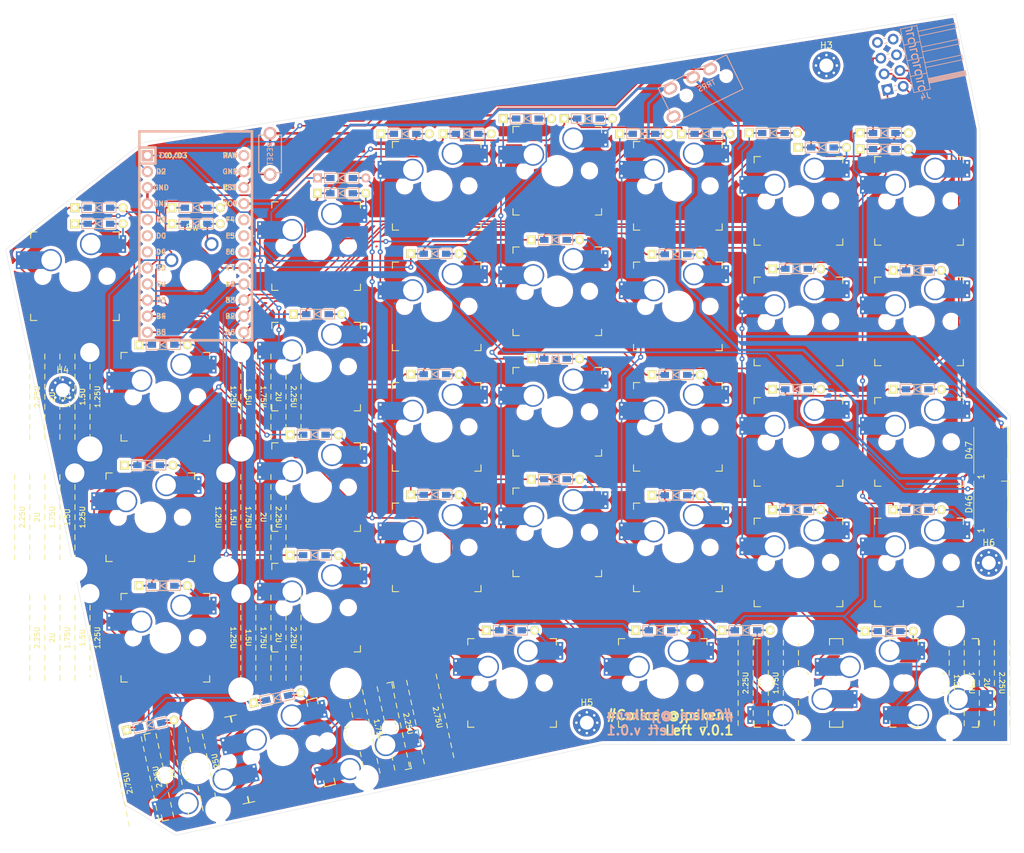
<source format=kicad_pcb>
(kicad_pcb (version 20171130) (host pcbnew "(5.1.5-0-10_14)")
  (layers (0 F.Cu signal) (31 B.Cu signal) (34 B.Paste user) (35 F.Paste user) (36 B.SilkS user) (37 F.SilkS user) (38 B.Mask user) (39 F.Mask user) (44 Edge.Cuts user))
  (net 0 "")
  (net 1 pin6)
  (net 2 pin1)
  (net 3 pin2)
  (net 4 pin3)
  (net 5 pin4)
  (net 6 pin5)
  (net 7 pin7)
  (net 8 "Net-(D8-Pad2)")
  (net 9 "Net-(D9-Pad2)")
  (net 10 "Net-(D11-Pad2)")
  (net 11 "Net-(D12-Pad2)")
  (net 12 pin8)
  (net 13 "Net-(D14-Pad2)")
  (net 14 "Net-(D17-Pad2)")
  (net 15 "Net-(D18-Pad2)")
  (net 16 pin9)
  (net 17 "Net-(D20-Pad2)")
  (net 18 "Net-(D21-Pad2)")
  (net 19 "Net-(D23-Pad2)")
  (net 20 "Net-(D24-Pad2)")
  (net 21 pin10)
  (net 22 "Net-(D26-Pad2)")
  (net 23 "Net-(D27-Pad2)")
  (net 24 "Net-(D29-Pad2)")
  (net 25 "Net-(D30-Pad2)")
  (net 26 "Net-(D32-Pad2)")
  (net 27 "Net-(D33-Pad2)")
  (net 28 "Net-(D35-Pad2)")
  (net 29 "Net-(D36-Pad2)")
  (net 30 "Net-(D38-Pad2)")
  (net 31 "Net-(D41-Pad2)")
  (net 32 "Net-(D42-Pad2)")
  (net 33 "Net-(D44-Pad2)")
  (net 34 "Net-(D45-Pad2)")
  (net 35 "Net-(D46-Pad2)")
  (net 36 "Net-(D47-Pad2)")
  (net 37 data)
  (net 38 led)
  (net 39 GND1)
  (net 40 VCC)
  (net 41 "Net-(J3-PadA)")
  (net 42 "Net-(J4-Pad6)")
  (net 43 "Net-(J4-Pad7)")
  (net 44 "Net-(J4-Pad8)")
  (net 45 reset)
  (net 46 "Net-(U1-Pad24)")
  (net 47 "Net-(D1-Pad1)")
  (net 48 "Net-(D2-Pad2)")
  (net 49 "Net-(D5-Pad2)")
  (net 50 "Net-(D6-Pad2)")
  (net 51 "Net-(D7-Pad2)")
  (net 52 "Net-(D13-Pad2)")
  (net 53 "Net-(D19-Pad2)")
  (net 54 "Net-(D25-Pad2)")
  (net 55 "Net-(D31-Pad2)")
  (net 56 "Net-(D37-Pad2)")
  (net 57 "Net-(D43-Pad2)")
  (net 58 "Net-(D3-Pad2)")
  (net 59 "Net-(D4-Pad1)")
  (net 60 "Net-(D10-Pad1)")
  (net 61 "Net-(D16-Pad1)")
  (net 62 "Net-(D22-Pad1)")
  (net 63 "Net-(D28-Pad1)")
  (net 64 "Net-(D34-Pad1)")
  (net 65 "Net-(U1-Pad5)")
  (net 66 "Net-(U1-Pad6)")
  (net 67 "Net-(U1-Pad7)")
  (net 68 "Net-(U1-Pad18)")
  (net 69 "Net-(U1-Pad19)")
  (net 70 "Net-(U1-Pad20)")
  (module SMK_SU120:CherryMX_MidHeight_Choc_Hotswap_2.25U_Outline (layer F.Cu) (at 59.53125 92.86875)
    (fp_text reference "" hide)
    (fp_text value "" hide)
    (fp_text user 2.25U (at -20.240625 0 90 unlocked) (layer F.SilkS) (effects (font (size 0.8 0.8))))
    (fp_text user 2U (at -17.859375 0 90 unlocked) (layer F.SilkS) (effects (font (size 0.8 0.8))))
    (fp_text user 1.75U (at -15.478125 0 90 unlocked) (layer F.SilkS) (effects (font (size 0.8 0.8))))
    (fp_text user 1.5U (at -13.096875 0 90 unlocked) (layer F.SilkS) (effects (font (size 0.8 0.8))))
    (fp_text user 1.25U (at -10.715625 0 90 unlocked) (layer F.SilkS) (effects (font (size 0.8 0.8))))
    (fp_text user 2.25U (at 20.240625 0 -90 unlocked) (layer F.SilkS) (effects (font (size 0.8 0.8))))
    (fp_text user 2U (at 17.859375 0 -90 unlocked) (layer F.SilkS) (effects (font (size 0.8 0.8))))
    (fp_text user 1.5U (at 13.096875 0 -90 unlocked) (layer F.SilkS) (effects (font (size 0.8 0.8))))
    (fp_text user 1.75U (at 15.478125 0 -90 unlocked) (layer F.SilkS) (effects (font (size 0.8 0.8))))
    (fp_text user 1.25U (at 10.715625 0 -90 unlocked) (layer F.SilkS) (effects (font (size 0.8 0.8))))
    (pad "" np_thru_hole circle (at 11.938 8.255) (size 3.9878 3.9878) (drill 3.9878) (layers *.Cu *.Mask))
    (pad "" np_thru_hole circle (at -11.938 8.255) (size 3.9878 3.9878) (drill 3.9878) (layers *.Cu *.Mask))
    (pad "" np_thru_hole circle (at 11.938 -6.985) (size 3.048 3.048) (drill 3.048) (layers *.Cu *.Mask))
    (pad "" np_thru_hole circle (at -11.938 -6.985) (size 3.048 3.048) (drill 3.048) (layers *.Cu *.Mask))
  )
  (module SMK_SU120:CherryMX_MidHeight_Choc_Hotswap_2.25U_Outline (layer F.Cu) (at 57.15 111.91875)
    (fp_text reference "" hide)
    (fp_text value "" hide)
    (fp_text user 2.25U (at -20.240625 0 90 unlocked) (layer F.SilkS) (effects (font (size 0.8 0.8))))
    (fp_text user 2U (at -17.859375 0 90 unlocked) (layer F.SilkS) (effects (font (size 0.8 0.8))))
    (fp_text user 1.75U (at -15.478125 0 90 unlocked) (layer F.SilkS) (effects (font (size 0.8 0.8))))
    (fp_text user 1.5U (at -13.096875 0 90 unlocked) (layer F.SilkS) (effects (font (size 0.8 0.8))))
    (fp_text user 1.25U (at -10.715625 0 90 unlocked) (layer F.SilkS) (effects (font (size 0.8 0.8))))
    (fp_text user 2.25U (at 20.240625 0 -90 unlocked) (layer F.SilkS) (effects (font (size 0.8 0.8))))
    (fp_text user 2U (at 17.859375 0 -90 unlocked) (layer F.SilkS) (effects (font (size 0.8 0.8))))
    (fp_text user 1.5U (at 13.096875 0 -90 unlocked) (layer F.SilkS) (effects (font (size 0.8 0.8))))
    (fp_text user 1.75U (at 15.478125 0 -90 unlocked) (layer F.SilkS) (effects (font (size 0.8 0.8))))
    (fp_text user 1.25U (at 10.715625 0 -90 unlocked) (layer F.SilkS) (effects (font (size 0.8 0.8))))
    (pad "" np_thru_hole circle (at 11.938 8.255) (size 3.9878 3.9878) (drill 3.9878) (layers *.Cu *.Mask))
    (pad "" np_thru_hole circle (at -11.938 8.255) (size 3.9878 3.9878) (drill 3.9878) (layers *.Cu *.Mask))
    (pad "" np_thru_hole circle (at 11.938 -6.985) (size 3.048 3.048) (drill 3.048) (layers *.Cu *.Mask))
    (pad "" np_thru_hole circle (at -11.938 -6.985) (size 3.048 3.048) (drill 3.048) (layers *.Cu *.Mask))
  )
  (module SMK_SU120:CherryMX_MidHeight_Choc_Hotswap_2.25U_Outline (layer F.Cu) (at 59.53125 130.96875)
    (fp_text reference "" hide)
    (fp_text value "" hide)
    (fp_text user 2.25U (at -20.240625 0 90 unlocked) (layer F.SilkS) (effects (font (size 0.8 0.8))))
    (fp_text user 2U (at -17.859375 0 90 unlocked) (layer F.SilkS) (effects (font (size 0.8 0.8))))
    (fp_text user 1.75U (at -15.478125 0 90 unlocked) (layer F.SilkS) (effects (font (size 0.8 0.8))))
    (fp_text user 1.5U (at -13.096875 0 90 unlocked) (layer F.SilkS) (effects (font (size 0.8 0.8))))
    (fp_text user 1.25U (at -10.715625 0 90 unlocked) (layer F.SilkS) (effects (font (size 0.8 0.8))))
    (fp_text user 2.25U (at 20.240625 0 -90 unlocked) (layer F.SilkS) (effects (font (size 0.8 0.8))))
    (fp_text user 2U (at 17.859375 0 -90 unlocked) (layer F.SilkS) (effects (font (size 0.8 0.8))))
    (fp_text user 1.5U (at 13.096875 0 -90 unlocked) (layer F.SilkS) (effects (font (size 0.8 0.8))))
    (fp_text user 1.75U (at 15.478125 0 -90 unlocked) (layer F.SilkS) (effects (font (size 0.8 0.8))))
    (fp_text user 1.25U (at 10.715625 0 -90 unlocked) (layer F.SilkS) (effects (font (size 0.8 0.8))))
    (pad "" np_thru_hole circle (at 11.938 8.255) (size 3.9878 3.9878) (drill 3.9878) (layers *.Cu *.Mask))
    (pad "" np_thru_hole circle (at -11.938 8.255) (size 3.9878 3.9878) (drill 3.9878) (layers *.Cu *.Mask))
    (pad "" np_thru_hole circle (at 11.938 -6.985) (size 3.048 3.048) (drill 3.048) (layers *.Cu *.Mask))
    (pad "" np_thru_hole circle (at -11.938 -6.985) (size 3.048 3.048) (drill 3.048) (layers *.Cu *.Mask))
  )
  (module SMK_keebio:ArduinoProMicro (layer F.Cu) (at 64.3128 68.707 270)
    (fp_text reference U1 hide)
    (fp_text value ProMicro hide)
    (fp_text user D2 (at -11.43 5.461) (layer B.SilkS) (effects (font (size 0.8 0.8)) (justify mirror)))
    (fp_text user D0 (at -1.27 5.461) (layer B.SilkS) (effects (font (size 0.8 0.8)) (justify mirror)))
    (fp_text user D1 (at -3.81 5.461) (layer B.SilkS) (effects (font (size 0.8 0.8)) (justify mirror)))
    (fp_text user GND (at -6.35 5.461) (layer B.SilkS) (effects (font (size 0.8 0.8)) (justify mirror)))
    (fp_text user GND (at -8.89 5.461) (layer B.SilkS) (effects (font (size 0.8 0.8)) (justify mirror)))
    (fp_text user D4 (at 1.27 5.461) (layer B.SilkS) (effects (font (size 0.8 0.8)) (justify mirror)))
    (fp_text user C6 (at 3.81 5.461) (layer B.SilkS) (effects (font (size 0.8 0.8)) (justify mirror)))
    (fp_text user D7 (at 6.35 5.461) (layer B.SilkS) (effects (font (size 0.8 0.8)) (justify mirror)))
    (fp_text user E6 (at 8.89 5.461) (layer B.SilkS) (effects (font (size 0.8 0.8)) (justify mirror)))
    (fp_text user B4 (at 11.43 5.461) (layer B.SilkS) (effects (font (size 0.8 0.8)) (justify mirror)))
    (fp_text user B5 (at 13.97 5.461) (layer B.SilkS) (effects (font (size 0.8 0.8)) (justify mirror)))
    (fp_text user B6 (at 13.97 -5.461) (layer B.SilkS) (effects (font (size 0.8 0.8)) (justify mirror)))
    (fp_text user B2 (at 11.43 -5.461) (layer F.SilkS) (effects (font (size 0.8 0.8))))
    (fp_text user B3 (at 8.89 -5.461) (layer B.SilkS) (effects (font (size 0.8 0.8)) (justify mirror)))
    (fp_text user B1 (at 6.35 -5.461) (layer B.SilkS) (effects (font (size 0.8 0.8)) (justify mirror)))
    (fp_text user F7 (at 3.81 -5.461) (layer F.SilkS) (effects (font (size 0.8 0.8))))
    (fp_text user F6 (at 1.27 -5.461) (layer F.SilkS) (effects (font (size 0.8 0.8))))
    (fp_text user F5 (at -1.27 -5.461) (layer F.SilkS) (effects (font (size 0.8 0.8))))
    (fp_text user F4 (at -3.81 -5.461) (layer B.SilkS) (effects (font (size 0.8 0.8)) (justify mirror)))
    (fp_text user VCC (at -6.35 -5.461) (layer B.SilkS) (effects (font (size 0.8 0.8)) (justify mirror)))
    (fp_text user GND (at -11.43 -5.461) (layer B.SilkS) (effects (font (size 0.8 0.8)) (justify mirror)))
    (fp_text user RAW (at -13.97 -5.461) (layer B.SilkS) (effects (font (size 0.8 0.8)) (justify mirror)))
    (fp_text user RAW (at -13.97 -5.461) (layer F.SilkS) (effects (font (size 0.8 0.8))))
    (fp_text user GND (at -11.43 -5.461) (layer F.SilkS) (effects (font (size 0.8 0.8))))
    (fp_text user ST (at -8.92 -5.73312) (layer F.SilkS) (effects (font (size 0.8 0.8))))
    (fp_text user VCC (at -6.35 -5.461) (layer F.SilkS) (effects (font (size 0.8 0.8))))
    (fp_text user F4 (at -3.81 -5.461) (layer F.SilkS) (effects (font (size 0.8 0.8))))
    (fp_text user F5 (at -1.27 -5.461) (layer B.SilkS) (effects (font (size 0.8 0.8)) (justify mirror)))
    (fp_text user F6 (at 1.27 -5.461) (layer B.SilkS) (effects (font (size 0.8 0.8)) (justify mirror)))
    (fp_text user F7 (at 3.81 -5.461) (layer B.SilkS) (effects (font (size 0.8 0.8)) (justify mirror)))
    (fp_text user B1 (at 6.35 -5.461) (layer F.SilkS) (effects (font (size 0.8 0.8))))
    (fp_text user B3 (at 8.89 -5.461) (layer F.SilkS) (effects (font (size 0.8 0.8))))
    (fp_text user B2 (at 11.43 -5.461) (layer B.SilkS) (effects (font (size 0.8 0.8)) (justify mirror)))
    (fp_text user B6 (at 13.97 -5.461) (layer F.SilkS) (effects (font (size 0.8 0.8))))
    (fp_text user B5 (at 13.97 5.461) (layer F.SilkS) (effects (font (size 0.8 0.8))))
    (fp_text user B4 (at 11.43 5.461) (layer F.SilkS) (effects (font (size 0.8 0.8))))
    (fp_text user E6 (at 8.89 5.461) (layer F.SilkS) (effects (font (size 0.8 0.8))))
    (fp_text user D7 (at 6.35 5.461) (layer F.SilkS) (effects (font (size 0.8 0.8))))
    (fp_text user C6 (at 3.81 5.461) (layer F.SilkS) (effects (font (size 0.8 0.8))))
    (fp_text user D4 (at 1.27 5.461) (layer F.SilkS) (effects (font (size 0.8 0.8))))
    (fp_text user GND (at -8.89 5.461) (layer F.SilkS) (effects (font (size 0.8 0.8))))
    (fp_text user GND (at -6.35 5.461) (layer F.SilkS) (effects (font (size 0.8 0.8))))
    (fp_text user D1 (at -3.81 5.461) (layer F.SilkS) (effects (font (size 0.8 0.8))))
    (fp_text user D0 (at -1.27 5.461) (layer F.SilkS) (effects (font (size 0.8 0.8))))
    (fp_text user D2 (at -11.43 5.461) (layer F.SilkS) (effects (font (size 0.8 0.8))))
    (fp_text user TX0/D3 (at -13.97 3.571872) (layer B.SilkS) (effects (font (size 0.8 0.8)) (justify mirror)))
    (fp_text user TX0/D3 (at -13.97 3.571872) (layer F.SilkS) (effects (font (size 0.8 0.8))))
    (fp_text user ST (at -8.91 -5.04) (layer B.SilkS) (effects (font (size 0.8 0.8)) (justify mirror)))
    (pad 1 thru_hole rect (at -13.97 7.62 270) (size 1.7526 1.7526) (drill 1.0922) (layers *.Cu *.SilkS *.Mask) (net 38 led))
    (pad 2 thru_hole circle (at -11.43 7.62 270) (size 1.7526 1.7526) (drill 1.0922) (layers *.Cu *.SilkS *.Mask) (net 37 data))
    (pad 3 thru_hole circle (at -8.89 7.62 270) (size 1.7526 1.7526) (drill 1.0922) (layers *.Cu *.SilkS *.Mask) (net 39 GND1))
    (pad 4 thru_hole circle (at -6.35 7.62 270) (size 1.7526 1.7526) (drill 1.0922) (layers *.Cu *.SilkS *.Mask) (net 39 GND1))
    (pad 5 thru_hole circle (at -3.81 7.62 270) (size 1.7526 1.7526) (drill 1.0922) (layers *.Cu *.SilkS *.Mask) (net 65 "Net-(U1-Pad5)"))
    (pad 6 thru_hole circle (at -1.27 7.62 270) (size 1.7526 1.7526) (drill 1.0922) (layers *.Cu *.SilkS *.Mask) (net 66 "Net-(U1-Pad6)"))
    (pad 7 thru_hole circle (at 1.27 7.62 270) (size 1.7526 1.7526) (drill 1.0922) (layers *.Cu *.SilkS *.Mask) (net 67 "Net-(U1-Pad7)"))
    (pad 8 thru_hole circle (at 3.81 7.62 270) (size 1.7526 1.7526) (drill 1.0922) (layers *.Cu *.SilkS *.Mask) (net 1 pin6))
    (pad 9 thru_hole circle (at 6.35 7.62 270) (size 1.7526 1.7526) (drill 1.0922) (layers *.Cu *.SilkS *.Mask) (net 7 pin7))
    (pad 10 thru_hole circle (at 8.89 7.62 270) (size 1.7526 1.7526) (drill 1.0922) (layers *.Cu *.SilkS *.Mask) (net 12 pin8))
    (pad 11 thru_hole circle (at 11.43 7.62 270) (size 1.7526 1.7526) (drill 1.0922) (layers *.Cu *.SilkS *.Mask) (net 16 pin9))
    (pad 13 thru_hole circle (at 13.97 -7.62 270) (size 1.7526 1.7526) (drill 1.0922) (layers *.Cu *.SilkS *.Mask) (net 6 pin5))
    (pad 14 thru_hole circle (at 11.43 -7.62 270) (size 1.7526 1.7526) (drill 1.0922) (layers *.Cu *.SilkS *.Mask) (net 5 pin4))
    (pad 15 thru_hole circle (at 8.89 -7.62 270) (size 1.7526 1.7526) (drill 1.0922) (layers *.Cu *.SilkS *.Mask) (net 4 pin3))
    (pad 16 thru_hole circle (at 6.35 -7.62 270) (size 1.7526 1.7526) (drill 1.0922) (layers *.Cu *.SilkS *.Mask) (net 3 pin2))
    (pad 17 thru_hole circle (at 3.81 -7.62 270) (size 1.7526 1.7526) (drill 1.0922) (layers *.Cu *.SilkS *.Mask) (net 2 pin1))
    (pad 18 thru_hole circle (at 1.27 -7.62 270) (size 1.7526 1.7526) (drill 1.0922) (layers *.Cu *.SilkS *.Mask) (net 68 "Net-(U1-Pad18)"))
    (pad 19 thru_hole circle (at -1.27 -7.62 270) (size 1.7526 1.7526) (drill 1.0922) (layers *.Cu *.SilkS *.Mask) (net 69 "Net-(U1-Pad19)"))
    (pad 20 thru_hole circle (at -3.81 -7.62 270) (size 1.7526 1.7526) (drill 1.0922) (layers *.Cu *.SilkS *.Mask) (net 70 "Net-(U1-Pad20)"))
    (pad 21 thru_hole circle (at -6.35 -7.62 270) (size 1.7526 1.7526) (drill 1.0922) (layers *.Cu *.SilkS *.Mask) (net 40 VCC))
    (pad 22 thru_hole circle (at -8.89 -7.62 270) (size 1.7526 1.7526) (drill 1.0922) (layers *.Cu *.SilkS *.Mask) (net 45 reset))
    (pad 23 thru_hole circle (at -11.43 -7.62 270) (size 1.7526 1.7526) (drill 1.0922) (layers *.Cu *.SilkS *.Mask) (net 39 GND1))
    (pad 12 thru_hole circle (at 13.97 7.62 270) (size 1.7526 1.7526) (drill 1.0922) (layers *.Cu *.SilkS *.Mask) (net 21 pin10))
    (pad 24 thru_hole circle (at -13.97 -7.62 270) (size 1.7526 1.7526) (drill 1.0922) (layers *.Cu *.SilkS *.Mask) (net 46 "Net-(U1-Pad24)"))
  )
  (module SMK_SU120:D3_TH_SMD (layer F.Cu) (at 173.101 51.181)
    (fp_text reference D40 hide)
    (fp_text value D hide)
    (pad 2 smd rect (at 1.775 0) (size 1.3 0.95) (layers F.Cu F.Paste F.Mask) (net 6 pin5))
    (pad 2 thru_hole circle (at 3.81 0) (size 1.397 1.397) (drill 0.8128) (layers *.Cu *.Mask F.SilkS) (net 6 pin5))
    (pad 1 thru_hole rect (at -3.81 0) (size 1.397 1.397) (drill 0.8128) (layers *.Cu *.Mask F.SilkS) (net 21 pin10))
    (pad 1 smd rect (at -1.775 0) (size 1.3 0.95) (layers B.Cu B.Paste B.Mask) (net 21 pin10))
    (pad 2 smd rect (at 1.775 0) (size 1.3 0.95) (layers B.Cu B.Paste B.Mask) (net 6 pin5))
    (pad 1 smd rect (at -1.775 0) (size 1.3 0.95) (layers F.Cu F.Paste F.Mask) (net 21 pin10))
  )
  (module SMK_SU120:D3_TH_SMD (layer F.Cu) (at 59.182 84.6455)
    (fp_text reference D6 hide)
    (fp_text value D hide)
    (pad 2 smd rect (at 1.775 0) (size 1.3 0.95) (layers F.Cu F.Paste F.Mask) (net 50 "Net-(D6-Pad2)"))
    (pad 2 thru_hole circle (at 3.81 0) (size 1.397 1.397) (drill 0.8128) (layers *.Cu *.Mask F.SilkS) (net 50 "Net-(D6-Pad2)"))
    (pad 1 thru_hole rect (at -3.81 0) (size 1.397 1.397) (drill 0.8128) (layers *.Cu *.Mask F.SilkS) (net 3 pin2))
    (pad 1 smd rect (at -1.775 0) (size 1.3 0.95) (layers B.Cu B.Paste B.Mask) (net 3 pin2))
    (pad 2 smd rect (at 1.775 0) (size 1.3 0.95) (layers B.Cu B.Paste B.Mask) (net 50 "Net-(D6-Pad2)"))
    (pad 1 smd rect (at -1.775 0) (size 1.3 0.95) (layers F.Cu F.Paste F.Mask) (net 3 pin2))
  )
  (module SMK_foostan:CherryMX_Hotswap_v2 (layer F.Cu) (at 78.074656 148.752598 12)
    (fp_text reference SW8)
    (fp_text value SW_Push)
    (pad 2 thru_hole circle (at 2.54 -5.08 12) (size 3.5 3.5) (drill 3) (layers *.Cu) (net 9 "Net-(D9-Pad2)"))
    (pad "" np_thru_hole circle (at 0 0 12) (size 3.9878 3.9878) (drill 3.9878) (layers *.Cu *.Mask))
    (pad 1 thru_hole circle (at -3.81 -2.54 12) (size 3.5 3.5) (drill 3) (layers *.Cu) (net 59 "Net-(D4-Pad1)"))
    (pad "" np_thru_hole circle (at -5.08 0 60.0996) (size 1.75 1.75) (drill 1.75) (layers *.Cu *.Mask))
    (pad "" np_thru_hole circle (at 5.08 0 60.0996) (size 1.75 1.75) (drill 1.75) (layers *.Cu *.Mask))
    (pad 1 smd rect (at -7.084999 -2.54 12) (size 2.55 2.8) (layers B.Cu B.Paste B.Mask) (net 59 "Net-(D4-Pad1)"))
    (pad 2 smd rect (at 5.815 -5.08 12) (size 2.55 2.8) (layers B.Cu B.Paste B.Mask) (net 9 "Net-(D9-Pad2)"))
    (pad 1 thru_hole circle (at -8.89 -3.502 12) (size 0.8 0.8) (drill 0.4) (layers *.Cu) (net 59 "Net-(D4-Pad1)"))
    (pad 2 thru_hole circle (at 7.62 -6.042 12) (size 0.8 0.8) (drill 0.4) (layers *.Cu) (net 9 "Net-(D9-Pad2)"))
    (pad 1 thru_hole circle (at -8.89 -1.578 12) (size 0.8 0.8) (drill 0.4) (layers *.Cu) (net 59 "Net-(D4-Pad1)"))
    (pad 2 thru_hole circle (at 7.62 -4.118 12) (size 0.8 0.8) (drill 0.4) (layers *.Cu) (net 9 "Net-(D9-Pad2)"))
    (pad 1 smd rect (at -7.085 -2.54 12) (size 4.5 2.8) (layers B.Cu) (net 59 "Net-(D4-Pad1)"))
    (pad 2 smd rect (at 5.842 -5.08 12) (size 4.5 2.8) (layers B.Cu) (net 9 "Net-(D9-Pad2)"))
  )
  (module SMK_SU120:CherryMX_MidHeight_Choc_Hotswap_2.75U_Outline (layer F.Cu) (at 78.074656 148.752598 192)
    (fp_text reference H2 hide)
    (fp_text value MountingHole hide)
    (fp_text user 2.75U (at -25.003125 0 282 unlocked) (layer F.SilkS) (effects (font (size 0.8 0.8))))
    (fp_text user 2.25U (at -20.240625 0 282 unlocked) (layer F.SilkS) (effects (font (size 0.8 0.8))))
    (fp_text user 2U (at -17.859375 0 282 unlocked) (layer F.SilkS) (effects (font (size 0.8 0.8))))
    (fp_text user 1.75U (at -15.478125 0 282 unlocked) (layer F.SilkS) (effects (font (size 0.8 0.8))))
    (fp_text user 1.5U (at -13.096875 0 282 unlocked) (layer F.SilkS) (effects (font (size 0.8 0.8))))
    (fp_text user 1.25U (at -10.715625 0 282 unlocked) (layer F.SilkS) (effects (font (size 0.8 0.8))))
    (fp_text user 2.75U (at 25.003125 0 102 unlocked) (layer F.SilkS) (effects (font (size 0.8 0.8))))
    (fp_text user 2.25U (at 20.240625 0 102 unlocked) (layer F.SilkS) (effects (font (size 0.8 0.8))))
    (fp_text user 2U (at 17.859375 0 102 unlocked) (layer F.SilkS) (effects (font (size 0.8 0.8))))
    (fp_text user 1.5U (at 13.096875 0 102 unlocked) (layer F.SilkS) (effects (font (size 0.8 0.8))))
    (fp_text user 1.75U (at 15.478125 0 102 unlocked) (layer F.SilkS) (effects (font (size 0.8 0.8))))
    (fp_text user 1.25U (at 10.715625 0 102 unlocked) (layer F.SilkS) (effects (font (size 0.8 0.8))))
    (pad "" np_thru_hole circle (at 11.938 8.255 192) (size 3.9878 3.9878) (drill 3.9878) (layers *.Cu *.Mask))
    (pad "" np_thru_hole circle (at -11.938 8.255 192) (size 3.9878 3.9878) (drill 3.9878) (layers *.Cu *.Mask))
    (pad "" np_thru_hole circle (at 11.938 -6.985 192) (size 3.048 3.048) (drill 3.048) (layers *.Cu *.Mask))
    (pad "" np_thru_hole circle (at -11.938 -6.985 192) (size 3.048 3.048) (drill 3.048) (layers *.Cu *.Mask))
  )
  (module SMK_SU120:D3_TH_SMD (layer F.Cu) (at 97.409 51.308)
    (fp_text reference D16 hide)
    (fp_text value D hide)
    (pad 2 smd rect (at 1.775 0) (size 1.3 0.95) (layers F.Cu F.Paste F.Mask) (net 2 pin1))
    (pad 2 thru_hole circle (at 3.81 0) (size 1.397 1.397) (drill 0.8128) (layers *.Cu *.Mask F.SilkS) (net 2 pin1))
    (pad 1 thru_hole rect (at -3.81 0) (size 1.397 1.397) (drill 0.8128) (layers *.Cu *.Mask F.SilkS) (net 61 "Net-(D16-Pad1)"))
    (pad 1 smd rect (at -1.775 0) (size 1.3 0.95) (layers B.Cu B.Paste B.Mask) (net 61 "Net-(D16-Pad1)"))
    (pad 2 smd rect (at 1.775 0) (size 1.3 0.95) (layers B.Cu B.Paste B.Mask) (net 2 pin1))
    (pad 1 smd rect (at -1.775 0) (size 1.3 0.95) (layers F.Cu F.Paste F.Mask) (net 61 "Net-(D16-Pad1)"))
  )
  (module SMK_SU120:D3_TH_SMD (layer F.Cu) (at 87.376 60.706)
    (fp_text reference D11 hide)
    (fp_text value D hide)
    (pad 2 smd rect (at 1.775 0) (size 1.3 0.95) (layers F.Cu F.Paste F.Mask) (net 10 "Net-(D11-Pad2)"))
    (pad 2 thru_hole circle (at 3.81 0) (size 1.397 1.397) (drill 0.8128) (layers *.Cu *.Mask F.SilkS) (net 10 "Net-(D11-Pad2)"))
    (pad 1 thru_hole rect (at -3.81 0) (size 1.397 1.397) (drill 0.8128) (layers *.Cu *.Mask F.SilkS) (net 2 pin1))
    (pad 1 smd rect (at -1.775 0) (size 1.3 0.95) (layers B.Cu B.Paste B.Mask) (net 2 pin1))
    (pad 2 smd rect (at 1.775 0) (size 1.3 0.95) (layers B.Cu B.Paste B.Mask) (net 10 "Net-(D11-Pad2)"))
    (pad 1 smd rect (at -1.775 0) (size 1.3 0.95) (layers F.Cu F.Paste F.Mask) (net 2 pin1))
  )
  (module SMK_foostan:CherryMX_Hotswap_v2 (layer F.Cu) (at 45.24375 73.81875)
    (fp_text reference SW2)
    (fp_text value SW_Push)
    (pad 2 thru_hole circle (at 2.54 -5.08) (size 3.5 3.5) (drill 3) (layers *.Cu) (net 48 "Net-(D2-Pad2)"))
    (pad "" np_thru_hole circle (at 0 0) (size 3.9878 3.9878) (drill 3.9878) (layers *.Cu *.Mask))
    (pad 1 thru_hole circle (at -3.81 -2.54) (size 3.5 3.5) (drill 3) (layers *.Cu) (net 47 "Net-(D1-Pad1)"))
    (pad "" np_thru_hole circle (at -5.08 0 48.0996) (size 1.75 1.75) (drill 1.75) (layers *.Cu *.Mask))
    (pad "" np_thru_hole circle (at 5.08 0 48.0996) (size 1.75 1.75) (drill 1.75) (layers *.Cu *.Mask))
    (pad 1 smd rect (at -7.085 -2.54) (size 2.55 2.8) (layers B.Cu B.Paste B.Mask) (net 47 "Net-(D1-Pad1)"))
    (pad 2 smd rect (at 5.815 -5.08) (size 2.55 2.8) (layers B.Cu B.Paste B.Mask) (net 48 "Net-(D2-Pad2)"))
    (pad 1 thru_hole circle (at -8.89 -3.502) (size 0.8 0.8) (drill 0.4) (layers *.Cu) (net 47 "Net-(D1-Pad1)"))
    (pad 2 thru_hole circle (at 7.62 -6.042) (size 0.8 0.8) (drill 0.4) (layers *.Cu) (net 48 "Net-(D2-Pad2)"))
    (pad 1 thru_hole circle (at -8.89 -1.578) (size 0.8 0.8) (drill 0.4) (layers *.Cu) (net 47 "Net-(D1-Pad1)"))
    (pad 2 thru_hole circle (at 7.62 -4.118) (size 0.8 0.8) (drill 0.4) (layers *.Cu) (net 48 "Net-(D2-Pad2)"))
    (pad 1 smd rect (at -7.085 -2.54) (size 4.5 2.8) (layers B.Cu) (net 47 "Net-(D1-Pad1)"))
    (pad 2 smd rect (at 5.842 -5.08) (size 4.5 2.8) (layers B.Cu) (net 48 "Net-(D2-Pad2)"))
  )
  (module SMK_SU120:D3_TH_SMD (layer F.Cu) (at 49.022 62.992)
    (fp_text reference D1 hide)
    (fp_text value D hide)
    (pad 2 smd rect (at 1.775 0) (size 1.3 0.95) (layers F.Cu F.Paste F.Mask) (net 12 pin8))
    (pad 2 thru_hole circle (at 3.81 0) (size 1.397 1.397) (drill 0.8128) (layers *.Cu *.Mask F.SilkS) (net 12 pin8))
    (pad 1 thru_hole rect (at -3.81 0) (size 1.397 1.397) (drill 0.8128) (layers *.Cu *.Mask F.SilkS) (net 47 "Net-(D1-Pad1)"))
    (pad 1 smd rect (at -1.775 0) (size 1.3 0.95) (layers B.Cu B.Paste B.Mask) (net 47 "Net-(D1-Pad1)"))
    (pad 2 smd rect (at 1.775 0) (size 1.3 0.95) (layers B.Cu B.Paste B.Mask) (net 12 pin8))
    (pad 1 smd rect (at -1.775 0) (size 1.3 0.95) (layers F.Cu F.Paste F.Mask) (net 47 "Net-(D1-Pad1)"))
  )
  (module SMK_SU120:D3_TH_SMD (layer F.Cu) (at 49.022 65.532)
    (fp_text reference D2 hide)
    (fp_text value D hide)
    (pad 2 smd rect (at 1.775 0) (size 1.3 0.95) (layers F.Cu F.Paste F.Mask) (net 48 "Net-(D2-Pad2)"))
    (pad 2 thru_hole circle (at 3.81 0) (size 1.397 1.397) (drill 0.8128) (layers *.Cu *.Mask F.SilkS) (net 48 "Net-(D2-Pad2)"))
    (pad 1 thru_hole rect (at -3.81 0) (size 1.397 1.397) (drill 0.8128) (layers *.Cu *.Mask F.SilkS) (net 2 pin1))
    (pad 1 smd rect (at -1.775 0) (size 1.3 0.95) (layers B.Cu B.Paste B.Mask) (net 2 pin1))
    (pad 2 smd rect (at 1.775 0) (size 1.3 0.95) (layers B.Cu B.Paste B.Mask) (net 48 "Net-(D2-Pad2)"))
    (pad 1 smd rect (at -1.775 0) (size 1.3 0.95) (layers F.Cu F.Paste F.Mask) (net 2 pin1))
  )
  (module SMK_SU120:D3_TH_SMD (layer F.Cu) (at 64.389 62.992)
    (fp_text reference D4 hide)
    (fp_text value D hide)
    (pad 1 smd rect (at -1.775 0) (size 1.3 0.95) (layers F.Cu F.Paste F.Mask) (net 59 "Net-(D4-Pad1)"))
    (pad 2 smd rect (at 1.775 0) (size 1.3 0.95) (layers B.Cu B.Paste B.Mask) (net 16 pin9))
    (pad 1 smd rect (at -1.775 0) (size 1.3 0.95) (layers B.Cu B.Paste B.Mask) (net 59 "Net-(D4-Pad1)"))
    (pad 1 thru_hole rect (at -3.81 0) (size 1.397 1.397) (drill 0.8128) (layers *.Cu *.Mask F.SilkS) (net 59 "Net-(D4-Pad1)"))
    (pad 2 thru_hole circle (at 3.81 0) (size 1.397 1.397) (drill 0.8128) (layers *.Cu *.Mask F.SilkS) (net 16 pin9))
    (pad 2 smd rect (at 1.775 0) (size 1.3 0.95) (layers F.Cu F.Paste F.Mask) (net 16 pin9))
  )
  (module SMK_SU120:D3_TH_SMD (layer F.Cu) (at 64.389 65.532)
    (fp_text reference D5 hide)
    (fp_text value D hide)
    (pad 2 smd rect (at 1.775 0) (size 1.3 0.95) (layers F.Cu F.Paste F.Mask) (net 49 "Net-(D5-Pad2)"))
    (pad 2 thru_hole circle (at 3.81 0) (size 1.397 1.397) (drill 0.8128) (layers *.Cu *.Mask F.SilkS) (net 49 "Net-(D5-Pad2)"))
    (pad 1 thru_hole rect (at -3.81 0) (size 1.397 1.397) (drill 0.8128) (layers *.Cu *.Mask F.SilkS) (net 2 pin1))
    (pad 1 smd rect (at -1.775 0) (size 1.3 0.95) (layers B.Cu B.Paste B.Mask) (net 2 pin1))
    (pad 2 smd rect (at 1.775 0) (size 1.3 0.95) (layers B.Cu B.Paste B.Mask) (net 49 "Net-(D5-Pad2)"))
    (pad 1 smd rect (at -1.775 0) (size 1.3 0.95) (layers F.Cu F.Paste F.Mask) (net 2 pin1))
  )
  (module SMK_SU120:D3_TH_SMD (layer F.Cu) (at 56.896 103.6955)
    (fp_text reference D7 hide)
    (fp_text value D hide)
    (pad 2 smd rect (at 1.775 0) (size 1.3 0.95) (layers F.Cu F.Paste F.Mask) (net 51 "Net-(D7-Pad2)"))
    (pad 2 thru_hole circle (at 3.81 0) (size 1.397 1.397) (drill 0.8128) (layers *.Cu *.Mask F.SilkS) (net 51 "Net-(D7-Pad2)"))
    (pad 1 thru_hole rect (at -3.81 0) (size 1.397 1.397) (drill 0.8128) (layers *.Cu *.Mask F.SilkS) (net 4 pin3))
    (pad 1 smd rect (at -1.775 0) (size 1.3 0.95) (layers B.Cu B.Paste B.Mask) (net 4 pin3))
    (pad 2 smd rect (at 1.775 0) (size 1.3 0.95) (layers B.Cu B.Paste B.Mask) (net 51 "Net-(D7-Pad2)"))
    (pad 1 smd rect (at -1.775 0) (size 1.3 0.95) (layers F.Cu F.Paste F.Mask) (net 4 pin3))
  )
  (module SMK_SU120:D3_TH_SMD (layer F.Cu) (at 59.182 122.7455)
    (fp_text reference D8 hide)
    (fp_text value D hide)
    (pad 2 smd rect (at 1.775 0) (size 1.3 0.95) (layers F.Cu F.Paste F.Mask) (net 8 "Net-(D8-Pad2)"))
    (pad 2 thru_hole circle (at 3.81 0) (size 1.397 1.397) (drill 0.8128) (layers *.Cu *.Mask F.SilkS) (net 8 "Net-(D8-Pad2)"))
    (pad 1 thru_hole rect (at -3.81 0) (size 1.397 1.397) (drill 0.8128) (layers *.Cu *.Mask F.SilkS) (net 5 pin4))
    (pad 1 smd rect (at -1.775 0) (size 1.3 0.95) (layers B.Cu B.Paste B.Mask) (net 5 pin4))
    (pad 2 smd rect (at 1.775 0) (size 1.3 0.95) (layers B.Cu B.Paste B.Mask) (net 8 "Net-(D8-Pad2)"))
    (pad 1 smd rect (at -1.775 0) (size 1.3 0.95) (layers F.Cu F.Paste F.Mask) (net 5 pin4))
  )
  (module SMK_SU120:D3_TH_SMD (layer F.Cu) (at 77.1906 140.462 12)
    (fp_text reference D9 hide)
    (fp_text value D hide)
    (pad 2 smd rect (at 1.775 0 12) (size 1.3 0.95) (layers F.Cu F.Paste F.Mask) (net 9 "Net-(D9-Pad2)"))
    (pad 2 thru_hole circle (at 3.81 0 12) (size 1.397 1.397) (drill 0.8128) (layers *.Cu *.Mask F.SilkS) (net 9 "Net-(D9-Pad2)"))
    (pad 1 thru_hole rect (at -3.81 0 12) (size 1.397 1.397) (drill 0.8128) (layers *.Cu *.Mask F.SilkS) (net 6 pin5))
    (pad 1 smd rect (at -1.775 0 12) (size 1.3 0.95) (layers B.Cu B.Paste B.Mask) (net 6 pin5))
    (pad 2 smd rect (at 1.775 0 12) (size 1.3 0.95) (layers B.Cu B.Paste B.Mask) (net 9 "Net-(D9-Pad2)"))
    (pad 1 smd rect (at -1.775 0 12) (size 1.3 0.95) (layers F.Cu F.Paste F.Mask) (net 6 pin5))
  )
  (module SMK_SU120:D3_TH_SMD (layer B.Cu) (at 87.376 58.293)
    (fp_text reference D10 hide)
    (fp_text value D hide)
    (pad 2 smd rect (at 1.775 0) (size 1.3 0.95) (layers B.Cu B.Paste B.Mask) (net 21 pin10))
    (pad 2 thru_hole circle (at 3.81 0) (size 1.397 1.397) (drill 0.8128) (layers *.Cu *.Mask B.SilkS) (net 21 pin10))
    (pad 1 thru_hole rect (at -3.81 0) (size 1.397 1.397) (drill 0.8128) (layers *.Cu *.Mask B.SilkS) (net 60 "Net-(D10-Pad1)"))
    (pad 1 smd rect (at -1.775 0) (size 1.3 0.95) (layers F.Cu F.Paste F.Mask) (net 60 "Net-(D10-Pad1)"))
    (pad 2 smd rect (at 1.775 0) (size 1.3 0.95) (layers F.Cu F.Paste F.Mask) (net 21 pin10))
    (pad 1 smd rect (at -1.775 0) (size 1.3 0.95) (layers B.Cu B.Paste B.Mask) (net 60 "Net-(D10-Pad1)"))
  )
  (module SMK_SU120:D3_TH_SMD (layer F.Cu) (at 83.566 79.8195)
    (fp_text reference D12 hide)
    (fp_text value D hide)
    (pad 2 smd rect (at 1.775 0) (size 1.3 0.95) (layers F.Cu F.Paste F.Mask) (net 11 "Net-(D12-Pad2)"))
    (pad 2 thru_hole circle (at 3.81 0) (size 1.397 1.397) (drill 0.8128) (layers *.Cu *.Mask F.SilkS) (net 11 "Net-(D12-Pad2)"))
    (pad 1 thru_hole rect (at -3.81 0) (size 1.397 1.397) (drill 0.8128) (layers *.Cu *.Mask F.SilkS) (net 3 pin2))
    (pad 1 smd rect (at -1.775 0) (size 1.3 0.95) (layers B.Cu B.Paste B.Mask) (net 3 pin2))
    (pad 2 smd rect (at 1.775 0) (size 1.3 0.95) (layers B.Cu B.Paste B.Mask) (net 11 "Net-(D12-Pad2)"))
    (pad 1 smd rect (at -1.775 0) (size 1.3 0.95) (layers F.Cu F.Paste F.Mask) (net 3 pin2))
  )
  (module SMK_SU120:D3_TH_SMD (layer F.Cu) (at 83.058 98.8695)
    (fp_text reference D13 hide)
    (fp_text value D hide)
    (pad 2 smd rect (at 1.775 0) (size 1.3 0.95) (layers F.Cu F.Paste F.Mask) (net 52 "Net-(D13-Pad2)"))
    (pad 2 thru_hole circle (at 3.81 0) (size 1.397 1.397) (drill 0.8128) (layers *.Cu *.Mask F.SilkS) (net 52 "Net-(D13-Pad2)"))
    (pad 1 thru_hole rect (at -3.81 0) (size 1.397 1.397) (drill 0.8128) (layers *.Cu *.Mask F.SilkS) (net 4 pin3))
    (pad 1 smd rect (at -1.775 0) (size 1.3 0.95) (layers B.Cu B.Paste B.Mask) (net 4 pin3))
    (pad 2 smd rect (at 1.775 0) (size 1.3 0.95) (layers B.Cu B.Paste B.Mask) (net 52 "Net-(D13-Pad2)"))
    (pad 1 smd rect (at -1.775 0) (size 1.3 0.95) (layers F.Cu F.Paste F.Mask) (net 4 pin3))
  )
  (module SMK_SU120:D3_TH_SMD (layer F.Cu) (at 83.058 117.9195)
    (fp_text reference D14 hide)
    (fp_text value D hide)
    (pad 2 smd rect (at 1.775 0) (size 1.3 0.95) (layers F.Cu F.Paste F.Mask) (net 13 "Net-(D14-Pad2)"))
    (pad 2 thru_hole circle (at 3.81 0) (size 1.397 1.397) (drill 0.8128) (layers *.Cu *.Mask F.SilkS) (net 13 "Net-(D14-Pad2)"))
    (pad 1 thru_hole rect (at -3.81 0) (size 1.397 1.397) (drill 0.8128) (layers *.Cu *.Mask F.SilkS) (net 5 pin4))
    (pad 1 smd rect (at -1.775 0) (size 1.3 0.95) (layers B.Cu B.Paste B.Mask) (net 5 pin4))
    (pad 2 smd rect (at 1.775 0) (size 1.3 0.95) (layers B.Cu B.Paste B.Mask) (net 13 "Net-(D14-Pad2)"))
    (pad 1 smd rect (at -1.775 0) (size 1.3 0.95) (layers F.Cu F.Paste F.Mask) (net 5 pin4))
  )
  (module SMK_SU120:D3_TH_SMD (layer F.Cu) (at 107.188 51.308)
    (fp_text reference D17 hide)
    (fp_text value D hide)
    (pad 2 smd rect (at 1.775 0) (size 1.3 0.95) (layers F.Cu F.Paste F.Mask) (net 14 "Net-(D17-Pad2)"))
    (pad 2 thru_hole circle (at 3.81 0) (size 1.397 1.397) (drill 0.8128) (layers *.Cu *.Mask F.SilkS) (net 14 "Net-(D17-Pad2)"))
    (pad 1 thru_hole rect (at -3.81 0) (size 1.397 1.397) (drill 0.8128) (layers *.Cu *.Mask F.SilkS) (net 1 pin6))
    (pad 1 smd rect (at -1.775 0) (size 1.3 0.95) (layers B.Cu B.Paste B.Mask) (net 1 pin6))
    (pad 2 smd rect (at 1.775 0) (size 1.3 0.95) (layers B.Cu B.Paste B.Mask) (net 14 "Net-(D17-Pad2)"))
    (pad 1 smd rect (at -1.775 0) (size 1.3 0.95) (layers F.Cu F.Paste F.Mask) (net 1 pin6))
  )
  (module SMK_SU120:D3_TH_SMD (layer F.Cu) (at 102.108 70.26275)
    (fp_text reference D18 hide)
    (fp_text value D hide)
    (pad 2 smd rect (at 1.775 0) (size 1.3 0.95) (layers F.Cu F.Paste F.Mask) (net 15 "Net-(D18-Pad2)"))
    (pad 2 thru_hole circle (at 3.81 0) (size 1.397 1.397) (drill 0.8128) (layers *.Cu *.Mask F.SilkS) (net 15 "Net-(D18-Pad2)"))
    (pad 1 thru_hole rect (at -3.81 0) (size 1.397 1.397) (drill 0.8128) (layers *.Cu *.Mask F.SilkS) (net 7 pin7))
    (pad 1 smd rect (at -1.775 0) (size 1.3 0.95) (layers B.Cu B.Paste B.Mask) (net 7 pin7))
    (pad 2 smd rect (at 1.775 0) (size 1.3 0.95) (layers B.Cu B.Paste B.Mask) (net 15 "Net-(D18-Pad2)"))
    (pad 1 smd rect (at -1.775 0) (size 1.3 0.95) (layers F.Cu F.Paste F.Mask) (net 7 pin7))
  )
  (module SMK_SU120:D3_TH_SMD (layer F.Cu) (at 102.108 89.31275)
    (fp_text reference D19 hide)
    (fp_text value D hide)
    (pad 2 smd rect (at 1.775 0) (size 1.3 0.95) (layers F.Cu F.Paste F.Mask) (net 53 "Net-(D19-Pad2)"))
    (pad 2 thru_hole circle (at 3.81 0) (size 1.397 1.397) (drill 0.8128) (layers *.Cu *.Mask F.SilkS) (net 53 "Net-(D19-Pad2)"))
    (pad 1 thru_hole rect (at -3.81 0) (size 1.397 1.397) (drill 0.8128) (layers *.Cu *.Mask F.SilkS) (net 12 pin8))
    (pad 1 smd rect (at -1.775 0) (size 1.3 0.95) (layers B.Cu B.Paste B.Mask) (net 12 pin8))
    (pad 2 smd rect (at 1.775 0) (size 1.3 0.95) (layers B.Cu B.Paste B.Mask) (net 53 "Net-(D19-Pad2)"))
    (pad 1 smd rect (at -1.775 0) (size 1.3 0.95) (layers F.Cu F.Paste F.Mask) (net 12 pin8))
  )
  (module SMK_SU120:D3_TH_SMD (layer F.Cu) (at 102.108 108.36275)
    (fp_text reference D20 hide)
    (fp_text value D hide)
    (pad 2 smd rect (at 1.775 0) (size 1.3 0.95) (layers F.Cu F.Paste F.Mask) (net 17 "Net-(D20-Pad2)"))
    (pad 2 thru_hole circle (at 3.81 0) (size 1.397 1.397) (drill 0.8128) (layers *.Cu *.Mask F.SilkS) (net 17 "Net-(D20-Pad2)"))
    (pad 1 thru_hole rect (at -3.81 0) (size 1.397 1.397) (drill 0.8128) (layers *.Cu *.Mask F.SilkS) (net 16 pin9))
    (pad 1 smd rect (at -1.775 0) (size 1.3 0.95) (layers B.Cu B.Paste B.Mask) (net 16 pin9))
    (pad 2 smd rect (at 1.775 0) (size 1.3 0.95) (layers B.Cu B.Paste B.Mask) (net 17 "Net-(D20-Pad2)"))
    (pad 1 smd rect (at -1.775 0) (size 1.3 0.95) (layers F.Cu F.Paste F.Mask) (net 16 pin9))
  )
  (module SMK_SU120:D3_TH_SMD (layer F.Cu) (at 114.046 129.794)
    (fp_text reference D21 hide)
    (fp_text value D hide)
    (pad 2 smd rect (at 1.775 0) (size 1.3 0.95) (layers F.Cu F.Paste F.Mask) (net 18 "Net-(D21-Pad2)"))
    (pad 2 thru_hole circle (at 3.81 0) (size 1.397 1.397) (drill 0.8128) (layers *.Cu *.Mask F.SilkS) (net 18 "Net-(D21-Pad2)"))
    (pad 1 thru_hole rect (at -3.81 0) (size 1.397 1.397) (drill 0.8128) (layers *.Cu *.Mask F.SilkS) (net 21 pin10))
    (pad 1 smd rect (at -1.775 0) (size 1.3 0.95) (layers B.Cu B.Paste B.Mask) (net 21 pin10))
    (pad 2 smd rect (at 1.775 0) (size 1.3 0.95) (layers B.Cu B.Paste B.Mask) (net 18 "Net-(D21-Pad2)"))
    (pad 1 smd rect (at -1.775 0) (size 1.3 0.95) (layers F.Cu F.Paste F.Mask) (net 21 pin10))
  )
  (module SMK_SU120:D3_TH_SMD (layer F.Cu) (at 116.713 48.895)
    (fp_text reference D22 hide)
    (fp_text value D hide)
    (pad 1 smd rect (at -1.775 0) (size 1.3 0.95) (layers F.Cu F.Paste F.Mask) (net 62 "Net-(D22-Pad1)"))
    (pad 2 smd rect (at 1.775 0) (size 1.3 0.95) (layers B.Cu B.Paste B.Mask) (net 3 pin2))
    (pad 1 smd rect (at -1.775 0) (size 1.3 0.95) (layers B.Cu B.Paste B.Mask) (net 62 "Net-(D22-Pad1)"))
    (pad 1 thru_hole rect (at -3.81 0) (size 1.397 1.397) (drill 0.8128) (layers *.Cu *.Mask F.SilkS) (net 62 "Net-(D22-Pad1)"))
    (pad 2 thru_hole circle (at 3.81 0) (size 1.397 1.397) (drill 0.8128) (layers *.Cu *.Mask F.SilkS) (net 3 pin2))
    (pad 2 smd rect (at 1.775 0) (size 1.3 0.95) (layers F.Cu F.Paste F.Mask) (net 3 pin2))
  )
  (module SMK_SU120:D3_TH_SMD (layer F.Cu) (at 126.365 48.895)
    (fp_text reference D23 hide)
    (fp_text value D hide)
    (pad 2 smd rect (at 1.775 0) (size 1.3 0.95) (layers F.Cu F.Paste F.Mask) (net 19 "Net-(D23-Pad2)"))
    (pad 2 thru_hole circle (at 3.81 0) (size 1.397 1.397) (drill 0.8128) (layers *.Cu *.Mask F.SilkS) (net 19 "Net-(D23-Pad2)"))
    (pad 1 thru_hole rect (at -3.81 0) (size 1.397 1.397) (drill 0.8128) (layers *.Cu *.Mask F.SilkS) (net 1 pin6))
    (pad 1 smd rect (at -1.775 0) (size 1.3 0.95) (layers B.Cu B.Paste B.Mask) (net 1 pin6))
    (pad 2 smd rect (at 1.775 0) (size 1.3 0.95) (layers B.Cu B.Paste B.Mask) (net 19 "Net-(D23-Pad2)"))
    (pad 1 smd rect (at -1.775 0) (size 1.3 0.95) (layers F.Cu F.Paste F.Mask) (net 1 pin6))
  )
  (module SMK_SU120:D3_TH_SMD (layer F.Cu) (at 121.158 68.072)
    (fp_text reference D24 hide)
    (fp_text value D hide)
    (pad 2 smd rect (at 1.775 0) (size 1.3 0.95) (layers F.Cu F.Paste F.Mask) (net 20 "Net-(D24-Pad2)"))
    (pad 2 thru_hole circle (at 3.81 0) (size 1.397 1.397) (drill 0.8128) (layers *.Cu *.Mask F.SilkS) (net 20 "Net-(D24-Pad2)"))
    (pad 1 thru_hole rect (at -3.81 0) (size 1.397 1.397) (drill 0.8128) (layers *.Cu *.Mask F.SilkS) (net 7 pin7))
    (pad 1 smd rect (at -1.775 0) (size 1.3 0.95) (layers B.Cu B.Paste B.Mask) (net 7 pin7))
    (pad 2 smd rect (at 1.775 0) (size 1.3 0.95) (layers B.Cu B.Paste B.Mask) (net 20 "Net-(D24-Pad2)"))
    (pad 1 smd rect (at -1.775 0) (size 1.3 0.95) (layers F.Cu F.Paste F.Mask) (net 7 pin7))
  )
  (module SMK_SU120:D3_TH_SMD (layer F.Cu) (at 121.158 86.868)
    (fp_text reference D25 hide)
    (fp_text value D hide)
    (pad 2 smd rect (at 1.775 0) (size 1.3 0.95) (layers F.Cu F.Paste F.Mask) (net 54 "Net-(D25-Pad2)"))
    (pad 2 thru_hole circle (at 3.81 0) (size 1.397 1.397) (drill 0.8128) (layers *.Cu *.Mask F.SilkS) (net 54 "Net-(D25-Pad2)"))
    (pad 1 thru_hole rect (at -3.81 0) (size 1.397 1.397) (drill 0.8128) (layers *.Cu *.Mask F.SilkS) (net 12 pin8))
    (pad 1 smd rect (at -1.775 0) (size 1.3 0.95) (layers B.Cu B.Paste B.Mask) (net 12 pin8))
    (pad 2 smd rect (at 1.775 0) (size 1.3 0.95) (layers B.Cu B.Paste B.Mask) (net 54 "Net-(D25-Pad2)"))
    (pad 1 smd rect (at -1.775 0) (size 1.3 0.95) (layers F.Cu F.Paste F.Mask) (net 12 pin8))
  )
  (module SMK_SU120:D3_TH_SMD (layer F.Cu) (at 121.158 105.918)
    (fp_text reference D26 hide)
    (fp_text value D hide)
    (pad 2 smd rect (at 1.775 0) (size 1.3 0.95) (layers F.Cu F.Paste F.Mask) (net 22 "Net-(D26-Pad2)"))
    (pad 2 thru_hole circle (at 3.81 0) (size 1.397 1.397) (drill 0.8128) (layers *.Cu *.Mask F.SilkS) (net 22 "Net-(D26-Pad2)"))
    (pad 1 thru_hole rect (at -3.81 0) (size 1.397 1.397) (drill 0.8128) (layers *.Cu *.Mask F.SilkS) (net 16 pin9))
    (pad 1 smd rect (at -1.775 0) (size 1.3 0.95) (layers B.Cu B.Paste B.Mask) (net 16 pin9))
    (pad 2 smd rect (at 1.775 0) (size 1.3 0.95) (layers B.Cu B.Paste B.Mask) (net 22 "Net-(D26-Pad2)"))
    (pad 1 smd rect (at -1.775 0) (size 1.3 0.95) (layers F.Cu F.Paste F.Mask) (net 16 pin9))
  )
  (module SMK_SU120:D3_TH_SMD (layer F.Cu) (at 137.668 129.794)
    (fp_text reference D27 hide)
    (fp_text value D hide)
    (pad 2 smd rect (at 1.775 0) (size 1.3 0.95) (layers F.Cu F.Paste F.Mask) (net 23 "Net-(D27-Pad2)"))
    (pad 2 thru_hole circle (at 3.81 0) (size 1.397 1.397) (drill 0.8128) (layers *.Cu *.Mask F.SilkS) (net 23 "Net-(D27-Pad2)"))
    (pad 1 thru_hole rect (at -3.81 0) (size 1.397 1.397) (drill 0.8128) (layers *.Cu *.Mask F.SilkS) (net 21 pin10))
    (pad 1 smd rect (at -1.775 0) (size 1.3 0.95) (layers B.Cu B.Paste B.Mask) (net 21 pin10))
    (pad 2 smd rect (at 1.775 0) (size 1.3 0.95) (layers B.Cu B.Paste B.Mask) (net 23 "Net-(D27-Pad2)"))
    (pad 1 smd rect (at -1.775 0) (size 1.3 0.95) (layers F.Cu F.Paste F.Mask) (net 21 pin10))
  )
  (module SMK_SU120:D3_TH_SMD (layer F.Cu) (at 135.128 51.308)
    (fp_text reference D28 hide)
    (fp_text value D hide)
    (pad 2 smd rect (at 1.775 0) (size 1.3 0.95) (layers F.Cu F.Paste F.Mask) (net 4 pin3))
    (pad 2 thru_hole circle (at 3.81 0) (size 1.397 1.397) (drill 0.8128) (layers *.Cu *.Mask F.SilkS) (net 4 pin3))
    (pad 1 thru_hole rect (at -3.81 0) (size 1.397 1.397) (drill 0.8128) (layers *.Cu *.Mask F.SilkS) (net 63 "Net-(D28-Pad1)"))
    (pad 1 smd rect (at -1.775 0) (size 1.3 0.95) (layers B.Cu B.Paste B.Mask) (net 63 "Net-(D28-Pad1)"))
    (pad 2 smd rect (at 1.775 0) (size 1.3 0.95) (layers B.Cu B.Paste B.Mask) (net 4 pin3))
    (pad 1 smd rect (at -1.775 0) (size 1.3 0.95) (layers F.Cu F.Paste F.Mask) (net 63 "Net-(D28-Pad1)"))
  )
  (module SMK_SU120:D3_TH_SMD (layer F.Cu) (at 144.907 51.308)
    (fp_text reference D29 hide)
    (fp_text value D hide)
    (pad 2 smd rect (at 1.775 0) (size 1.3 0.95) (layers F.Cu F.Paste F.Mask) (net 24 "Net-(D29-Pad2)"))
    (pad 2 thru_hole circle (at 3.81 0) (size 1.397 1.397) (drill 0.8128) (layers *.Cu *.Mask F.SilkS) (net 24 "Net-(D29-Pad2)"))
    (pad 1 thru_hole rect (at -3.81 0) (size 1.397 1.397) (drill 0.8128) (layers *.Cu *.Mask F.SilkS) (net 1 pin6))
    (pad 1 smd rect (at -1.775 0) (size 1.3 0.95) (layers B.Cu B.Paste B.Mask) (net 1 pin6))
    (pad 2 smd rect (at 1.775 0) (size 1.3 0.95) (layers B.Cu B.Paste B.Mask) (net 24 "Net-(D29-Pad2)"))
    (pad 1 smd rect (at -1.775 0) (size 1.3 0.95) (layers F.Cu F.Paste F.Mask) (net 1 pin6))
  )
  (module SMK_SU120:D3_TH_SMD (layer F.Cu) (at 140.208 70.358)
    (fp_text reference D30 hide)
    (fp_text value D hide)
    (pad 2 smd rect (at 1.775 0) (size 1.3 0.95) (layers F.Cu F.Paste F.Mask) (net 25 "Net-(D30-Pad2)"))
    (pad 2 thru_hole circle (at 3.81 0) (size 1.397 1.397) (drill 0.8128) (layers *.Cu *.Mask F.SilkS) (net 25 "Net-(D30-Pad2)"))
    (pad 1 thru_hole rect (at -3.81 0) (size 1.397 1.397) (drill 0.8128) (layers *.Cu *.Mask F.SilkS) (net 7 pin7))
    (pad 1 smd rect (at -1.775 0) (size 1.3 0.95) (layers B.Cu B.Paste B.Mask) (net 7 pin7))
    (pad 2 smd rect (at 1.775 0) (size 1.3 0.95) (layers B.Cu B.Paste B.Mask) (net 25 "Net-(D30-Pad2)"))
    (pad 1 smd rect (at -1.775 0) (size 1.3 0.95) (layers F.Cu F.Paste F.Mask) (net 7 pin7))
  )
  (module SMK_SU120:D3_TH_SMD (layer F.Cu) (at 140.208 89.408)
    (fp_text reference D31 hide)
    (fp_text value D hide)
    (pad 2 smd rect (at 1.775 0) (size 1.3 0.95) (layers F.Cu F.Paste F.Mask) (net 55 "Net-(D31-Pad2)"))
    (pad 2 thru_hole circle (at 3.81 0) (size 1.397 1.397) (drill 0.8128) (layers *.Cu *.Mask F.SilkS) (net 55 "Net-(D31-Pad2)"))
    (pad 1 thru_hole rect (at -3.81 0) (size 1.397 1.397) (drill 0.8128) (layers *.Cu *.Mask F.SilkS) (net 12 pin8))
    (pad 1 smd rect (at -1.775 0) (size 1.3 0.95) (layers B.Cu B.Paste B.Mask) (net 12 pin8))
    (pad 2 smd rect (at 1.775 0) (size 1.3 0.95) (layers B.Cu B.Paste B.Mask) (net 55 "Net-(D31-Pad2)"))
    (pad 1 smd rect (at -1.775 0) (size 1.3 0.95) (layers F.Cu F.Paste F.Mask) (net 12 pin8))
  )
  (module SMK_SU120:D3_TH_SMD (layer F.Cu) (at 140.208 108.458)
    (fp_text reference D32 hide)
    (fp_text value D hide)
    (pad 2 smd rect (at 1.775 0) (size 1.3 0.95) (layers F.Cu F.Paste F.Mask) (net 26 "Net-(D32-Pad2)"))
    (pad 2 thru_hole circle (at 3.81 0) (size 1.397 1.397) (drill 0.8128) (layers *.Cu *.Mask F.SilkS) (net 26 "Net-(D32-Pad2)"))
    (pad 1 thru_hole rect (at -3.81 0) (size 1.397 1.397) (drill 0.8128) (layers *.Cu *.Mask F.SilkS) (net 16 pin9))
    (pad 1 smd rect (at -1.775 0) (size 1.3 0.95) (layers B.Cu B.Paste B.Mask) (net 16 pin9))
    (pad 2 smd rect (at 1.775 0) (size 1.3 0.95) (layers B.Cu B.Paste B.Mask) (net 26 "Net-(D32-Pad2)"))
    (pad 1 smd rect (at -1.775 0) (size 1.3 0.95) (layers F.Cu F.Paste F.Mask) (net 16 pin9))
  )
  (module SMK_SU120:D3_TH_SMD (layer F.Cu) (at 151.257 129.794)
    (fp_text reference D33 hide)
    (fp_text value D hide)
    (pad 2 smd rect (at 1.775 0) (size 1.3 0.95) (layers F.Cu F.Paste F.Mask) (net 27 "Net-(D33-Pad2)"))
    (pad 2 thru_hole circle (at 3.81 0) (size 1.397 1.397) (drill 0.8128) (layers *.Cu *.Mask F.SilkS) (net 27 "Net-(D33-Pad2)"))
    (pad 1 thru_hole rect (at -3.81 0) (size 1.397 1.397) (drill 0.8128) (layers *.Cu *.Mask F.SilkS) (net 21 pin10))
    (pad 1 smd rect (at -1.775 0) (size 1.3 0.95) (layers B.Cu B.Paste B.Mask) (net 21 pin10))
    (pad 2 smd rect (at 1.775 0) (size 1.3 0.95) (layers B.Cu B.Paste B.Mask) (net 27 "Net-(D33-Pad2)"))
    (pad 1 smd rect (at -1.775 0) (size 1.3 0.95) (layers F.Cu F.Paste F.Mask) (net 21 pin10))
  )
  (module SMK_SU120:D3_TH_SMD (layer F.Cu) (at 155.575 51.181)
    (fp_text reference D34 hide)
    (fp_text value D hide)
    (pad 1 smd rect (at -1.775 0) (size 1.3 0.95) (layers F.Cu F.Paste F.Mask) (net 64 "Net-(D34-Pad1)"))
    (pad 2 smd rect (at 1.775 0) (size 1.3 0.95) (layers B.Cu B.Paste B.Mask) (net 5 pin4))
    (pad 1 smd rect (at -1.775 0) (size 1.3 0.95) (layers B.Cu B.Paste B.Mask) (net 64 "Net-(D34-Pad1)"))
    (pad 1 thru_hole rect (at -3.81 0) (size 1.397 1.397) (drill 0.8128) (layers *.Cu *.Mask F.SilkS) (net 64 "Net-(D34-Pad1)"))
    (pad 2 thru_hole circle (at 3.81 0) (size 1.397 1.397) (drill 0.8128) (layers *.Cu *.Mask F.SilkS) (net 5 pin4))
    (pad 2 smd rect (at 1.775 0) (size 1.3 0.95) (layers F.Cu F.Paste F.Mask) (net 5 pin4))
  )
  (module SMK_SU120:D3_TH_SMD (layer F.Cu) (at 163.322 53.467)
    (fp_text reference D35 hide)
    (fp_text value D hide)
    (pad 2 smd rect (at 1.775 0) (size 1.3 0.95) (layers F.Cu F.Paste F.Mask) (net 28 "Net-(D35-Pad2)"))
    (pad 2 thru_hole circle (at 3.81 0) (size 1.397 1.397) (drill 0.8128) (layers *.Cu *.Mask F.SilkS) (net 28 "Net-(D35-Pad2)"))
    (pad 1 thru_hole rect (at -3.81 0) (size 1.397 1.397) (drill 0.8128) (layers *.Cu *.Mask F.SilkS) (net 1 pin6))
    (pad 1 smd rect (at -1.775 0) (size 1.3 0.95) (layers B.Cu B.Paste B.Mask) (net 1 pin6))
    (pad 2 smd rect (at 1.775 0) (size 1.3 0.95) (layers B.Cu B.Paste B.Mask) (net 28 "Net-(D35-Pad2)"))
    (pad 1 smd rect (at -1.775 0) (size 1.3 0.95) (layers F.Cu F.Paste F.Mask) (net 1 pin6))
  )
  (module SMK_SU120:D3_TH_SMD (layer F.Cu) (at 159.258 72.644)
    (fp_text reference D36 hide)
    (fp_text value D hide)
    (pad 2 smd rect (at 1.775 0) (size 1.3 0.95) (layers F.Cu F.Paste F.Mask) (net 29 "Net-(D36-Pad2)"))
    (pad 2 thru_hole circle (at 3.81 0) (size 1.397 1.397) (drill 0.8128) (layers *.Cu *.Mask F.SilkS) (net 29 "Net-(D36-Pad2)"))
    (pad 1 thru_hole rect (at -3.81 0) (size 1.397 1.397) (drill 0.8128) (layers *.Cu *.Mask F.SilkS) (net 7 pin7))
    (pad 1 smd rect (at -1.775 0) (size 1.3 0.95) (layers B.Cu B.Paste B.Mask) (net 7 pin7))
    (pad 2 smd rect (at 1.775 0) (size 1.3 0.95) (layers B.Cu B.Paste B.Mask) (net 29 "Net-(D36-Pad2)"))
    (pad 1 smd rect (at -1.775 0) (size 1.3 0.95) (layers F.Cu F.Paste F.Mask) (net 7 pin7))
  )
  (module SMK_SU120:D3_TH_SMD (layer F.Cu) (at 159.258 91.694)
    (fp_text reference D37 hide)
    (fp_text value D hide)
    (pad 2 smd rect (at 1.775 0) (size 1.3 0.95) (layers F.Cu F.Paste F.Mask) (net 56 "Net-(D37-Pad2)"))
    (pad 2 thru_hole circle (at 3.81 0) (size 1.397 1.397) (drill 0.8128) (layers *.Cu *.Mask F.SilkS) (net 56 "Net-(D37-Pad2)"))
    (pad 1 thru_hole rect (at -3.81 0) (size 1.397 1.397) (drill 0.8128) (layers *.Cu *.Mask F.SilkS) (net 12 pin8))
    (pad 1 smd rect (at -1.775 0) (size 1.3 0.95) (layers B.Cu B.Paste B.Mask) (net 12 pin8))
    (pad 2 smd rect (at 1.775 0) (size 1.3 0.95) (layers B.Cu B.Paste B.Mask) (net 56 "Net-(D37-Pad2)"))
    (pad 1 smd rect (at -1.775 0) (size 1.3 0.95) (layers F.Cu F.Paste F.Mask) (net 12 pin8))
  )
  (module SMK_SU120:D3_TH_SMD (layer F.Cu) (at 159.258 110.744)
    (fp_text reference D38 hide)
    (fp_text value D hide)
    (pad 2 smd rect (at 1.775 0) (size 1.3 0.95) (layers F.Cu F.Paste F.Mask) (net 30 "Net-(D38-Pad2)"))
    (pad 2 thru_hole circle (at 3.81 0) (size 1.397 1.397) (drill 0.8128) (layers *.Cu *.Mask F.SilkS) (net 30 "Net-(D38-Pad2)"))
    (pad 1 thru_hole rect (at -3.81 0) (size 1.397 1.397) (drill 0.8128) (layers *.Cu *.Mask F.SilkS) (net 16 pin9))
    (pad 1 smd rect (at -1.775 0) (size 1.3 0.95) (layers B.Cu B.Paste B.Mask) (net 16 pin9))
    (pad 2 smd rect (at 1.775 0) (size 1.3 0.95) (layers B.Cu B.Paste B.Mask) (net 30 "Net-(D38-Pad2)"))
    (pad 1 smd rect (at -1.775 0) (size 1.3 0.95) (layers F.Cu F.Paste F.Mask) (net 16 pin9))
  )
  (module SMK_SU120:D3_TH_SMD (layer F.Cu) (at 173.101 53.721)
    (fp_text reference D41 hide)
    (fp_text value D hide)
    (pad 2 smd rect (at 1.775 0) (size 1.3 0.95) (layers F.Cu F.Paste F.Mask) (net 31 "Net-(D41-Pad2)"))
    (pad 2 thru_hole circle (at 3.81 0) (size 1.397 1.397) (drill 0.8128) (layers *.Cu *.Mask F.SilkS) (net 31 "Net-(D41-Pad2)"))
    (pad 1 thru_hole rect (at -3.81 0) (size 1.397 1.397) (drill 0.8128) (layers *.Cu *.Mask F.SilkS) (net 1 pin6))
    (pad 1 smd rect (at -1.775 0) (size 1.3 0.95) (layers B.Cu B.Paste B.Mask) (net 1 pin6))
    (pad 2 smd rect (at 1.775 0) (size 1.3 0.95) (layers B.Cu B.Paste B.Mask) (net 31 "Net-(D41-Pad2)"))
    (pad 1 smd rect (at -1.775 0) (size 1.3 0.95) (layers F.Cu F.Paste F.Mask) (net 1 pin6))
  )
  (module SMK_SU120:D3_TH_SMD (layer F.Cu) (at 178.308 72.898)
    (fp_text reference D42 hide)
    (fp_text value D hide)
    (pad 2 smd rect (at 1.775 0) (size 1.3 0.95) (layers F.Cu F.Paste F.Mask) (net 32 "Net-(D42-Pad2)"))
    (pad 2 thru_hole circle (at 3.81 0) (size 1.397 1.397) (drill 0.8128) (layers *.Cu *.Mask F.SilkS) (net 32 "Net-(D42-Pad2)"))
    (pad 1 thru_hole rect (at -3.81 0) (size 1.397 1.397) (drill 0.8128) (layers *.Cu *.Mask F.SilkS) (net 7 pin7))
    (pad 1 smd rect (at -1.775 0) (size 1.3 0.95) (layers B.Cu B.Paste B.Mask) (net 7 pin7))
    (pad 2 smd rect (at 1.775 0) (size 1.3 0.95) (layers B.Cu B.Paste B.Mask) (net 32 "Net-(D42-Pad2)"))
    (pad 1 smd rect (at -1.775 0) (size 1.3 0.95) (layers F.Cu F.Paste F.Mask) (net 7 pin7))
  )
  (module SMK_SU120:D3_TH_SMD (layer F.Cu) (at 178.308 91.694)
    (fp_text reference D43 hide)
    (fp_text value D hide)
    (pad 2 smd rect (at 1.775 0) (size 1.3 0.95) (layers F.Cu F.Paste F.Mask) (net 57 "Net-(D43-Pad2)"))
    (pad 2 thru_hole circle (at 3.81 0) (size 1.397 1.397) (drill 0.8128) (layers *.Cu *.Mask F.SilkS) (net 57 "Net-(D43-Pad2)"))
    (pad 1 thru_hole rect (at -3.81 0) (size 1.397 1.397) (drill 0.8128) (layers *.Cu *.Mask F.SilkS) (net 12 pin8))
    (pad 1 smd rect (at -1.775 0) (size 1.3 0.95) (layers B.Cu B.Paste B.Mask) (net 12 pin8))
    (pad 2 smd rect (at 1.775 0) (size 1.3 0.95) (layers B.Cu B.Paste B.Mask) (net 57 "Net-(D43-Pad2)"))
    (pad 1 smd rect (at -1.775 0) (size 1.3 0.95) (layers F.Cu F.Paste F.Mask) (net 12 pin8))
  )
  (module SMK_SU120:D3_TH_SMD (layer F.Cu) (at 178.308 110.744)
    (fp_text reference D44 hide)
    (fp_text value D hide)
    (pad 2 smd rect (at 1.775 0) (size 1.3 0.95) (layers F.Cu F.Paste F.Mask) (net 33 "Net-(D44-Pad2)"))
    (pad 2 thru_hole circle (at 3.81 0) (size 1.397 1.397) (drill 0.8128) (layers *.Cu *.Mask F.SilkS) (net 33 "Net-(D44-Pad2)"))
    (pad 1 thru_hole rect (at -3.81 0) (size 1.397 1.397) (drill 0.8128) (layers *.Cu *.Mask F.SilkS) (net 16 pin9))
    (pad 1 smd rect (at -1.775 0) (size 1.3 0.95) (layers B.Cu B.Paste B.Mask) (net 16 pin9))
    (pad 2 smd rect (at 1.775 0) (size 1.3 0.95) (layers B.Cu B.Paste B.Mask) (net 33 "Net-(D44-Pad2)"))
    (pad 1 smd rect (at -1.775 0) (size 1.3 0.95) (layers F.Cu F.Paste F.Mask) (net 16 pin9))
  )
  (module SMK_SU120:D3_TH_SMD (layer F.Cu) (at 173.863 129.921)
    (fp_text reference D45 hide)
    (fp_text value D hide)
    (pad 2 smd rect (at 1.775 0) (size 1.3 0.95) (layers F.Cu F.Paste F.Mask) (net 34 "Net-(D45-Pad2)"))
    (pad 2 thru_hole circle (at 3.81 0) (size 1.397 1.397) (drill 0.8128) (layers *.Cu *.Mask F.SilkS) (net 34 "Net-(D45-Pad2)"))
    (pad 1 thru_hole rect (at -3.81 0) (size 1.397 1.397) (drill 0.8128) (layers *.Cu *.Mask F.SilkS) (net 21 pin10))
    (pad 1 smd rect (at -1.775 0) (size 1.3 0.95) (layers B.Cu B.Paste B.Mask) (net 21 pin10))
    (pad 2 smd rect (at 1.775 0) (size 1.3 0.95) (layers B.Cu B.Paste B.Mask) (net 34 "Net-(D45-Pad2)"))
    (pad 1 smd rect (at -1.775 0) (size 1.3 0.95) (layers F.Cu F.Paste F.Mask) (net 21 pin10))
  )
  (module SMK_SU120:MJ-4PP-9 (layer B.Cu) (at 149.479 41.529 116)
    (fp_text reference J3)
    (fp_text value MJ-4PP-9 hide)
    (fp_text user TRRS (at 0 -4.96095 26) (layer B.SilkS) (effects (font (size 0.8 0.8)) (justify mirror)))
    (pad A thru_hole oval (at -2.1 -11.8 116) (size 1.7 2.2) (drill oval 1 1.5) (layers *.Cu *.Mask B.SilkS) (net 41 "Net-(J3-PadA)") (clearance 0.15))
    (pad D thru_hole oval (at 2.1 -10.3 116) (size 1.7 2.2) (drill oval 1 1.5) (layers *.Cu *.Mask B.SilkS) (net 40 VCC) (clearance 0.15))
    (pad C thru_hole oval (at 2.1 -6.3 116) (size 1.7 2.2) (drill oval 1 1.5) (layers *.Cu *.Mask B.SilkS) (net 39 GND1) (clearance 0.15))
    (pad B thru_hole oval (at 2.1 -3.3 116) (size 1.7 2.2) (drill oval 1 1.5) (layers *.Cu *.Mask B.SilkS) (net 37 data) (clearance 0.15))
    (pad "" np_thru_hole circle (at 0 -8.5 116) (size 1.2 1.2) (drill 1.2) (layers *.Cu *.Mask B.SilkS))
    (pad "" np_thru_hole circle (at 0 -1.5 116) (size 1.2 1.2) (drill 1.2) (layers *.Cu *.Mask B.SilkS))
  )
  (module SMK_foostan:CherryMX_Hotswap_v2 (layer F.Cu) (at 59.53125 92.86875)
    (fp_text reference SW5)
    (fp_text value SW_Push)
    (pad 2 thru_hole circle (at 2.54 -5.08) (size 3.5 3.5) (drill 3) (layers *.Cu) (net 50 "Net-(D6-Pad2)"))
    (pad "" np_thru_hole circle (at 0 0) (size 3.9878 3.9878) (drill 3.9878) (layers *.Cu *.Mask))
    (pad 1 thru_hole circle (at -3.81 -2.54) (size 3.5 3.5) (drill 3) (layers *.Cu) (net 59 "Net-(D4-Pad1)"))
    (pad "" np_thru_hole circle (at -5.08 0 48.0996) (size 1.75 1.75) (drill 1.75) (layers *.Cu *.Mask))
    (pad "" np_thru_hole circle (at 5.08 0 48.0996) (size 1.75 1.75) (drill 1.75) (layers *.Cu *.Mask))
    (pad 1 smd rect (at -7.085 -2.54) (size 2.55 2.8) (layers B.Cu B.Paste B.Mask) (net 59 "Net-(D4-Pad1)"))
    (pad 2 smd rect (at 5.815 -5.08) (size 2.55 2.8) (layers B.Cu B.Paste B.Mask) (net 50 "Net-(D6-Pad2)"))
    (pad 1 thru_hole circle (at -8.89 -3.502) (size 0.8 0.8) (drill 0.4) (layers *.Cu) (net 59 "Net-(D4-Pad1)"))
    (pad 2 thru_hole circle (at 7.62 -6.042) (size 0.8 0.8) (drill 0.4) (layers *.Cu) (net 50 "Net-(D6-Pad2)"))
    (pad 1 thru_hole circle (at -8.89 -1.578) (size 0.8 0.8) (drill 0.4) (layers *.Cu) (net 59 "Net-(D4-Pad1)"))
    (pad 2 thru_hole circle (at 7.62 -4.118) (size 0.8 0.8) (drill 0.4) (layers *.Cu) (net 50 "Net-(D6-Pad2)"))
    (pad 1 smd rect (at -7.085 -2.54) (size 4.5 2.8) (layers B.Cu) (net 59 "Net-(D4-Pad1)"))
    (pad 2 smd rect (at 5.842 -5.08) (size 4.5 2.8) (layers B.Cu) (net 50 "Net-(D6-Pad2)"))
  )
  (module SMK_foostan:CherryMX_Hotswap_v2 (layer F.Cu) (at 57.15 111.91875)
    (fp_text reference SW6)
    (fp_text value SW_Push)
    (pad 2 thru_hole circle (at 2.54 -5.08) (size 3.5 3.5) (drill 3) (layers *.Cu) (net 51 "Net-(D7-Pad2)"))
    (pad "" np_thru_hole circle (at 0 0) (size 3.9878 3.9878) (drill 3.9878) (layers *.Cu *.Mask))
    (pad 1 thru_hole circle (at -3.81 -2.54) (size 3.5 3.5) (drill 3) (layers *.Cu) (net 59 "Net-(D4-Pad1)"))
    (pad "" np_thru_hole circle (at -5.08 0 48.0996) (size 1.75 1.75) (drill 1.75) (layers *.Cu *.Mask))
    (pad "" np_thru_hole circle (at 5.08 0 48.0996) (size 1.75 1.75) (drill 1.75) (layers *.Cu *.Mask))
    (pad 1 smd rect (at -7.085 -2.54) (size 2.55 2.8) (layers B.Cu B.Paste B.Mask) (net 59 "Net-(D4-Pad1)"))
    (pad 2 smd rect (at 5.815 -5.08) (size 2.55 2.8) (layers B.Cu B.Paste B.Mask) (net 51 "Net-(D7-Pad2)"))
    (pad 1 thru_hole circle (at -8.89 -3.502) (size 0.8 0.8) (drill 0.4) (layers *.Cu) (net 59 "Net-(D4-Pad1)"))
    (pad 2 thru_hole circle (at 7.62 -6.042) (size 0.8 0.8) (drill 0.4) (layers *.Cu) (net 51 "Net-(D7-Pad2)"))
    (pad 1 thru_hole circle (at -8.89 -1.578) (size 0.8 0.8) (drill 0.4) (layers *.Cu) (net 59 "Net-(D4-Pad1)"))
    (pad 2 thru_hole circle (at 7.62 -4.118) (size 0.8 0.8) (drill 0.4) (layers *.Cu) (net 51 "Net-(D7-Pad2)"))
    (pad 1 smd rect (at -7.085 -2.54) (size 4.5 2.8) (layers B.Cu) (net 59 "Net-(D4-Pad1)"))
    (pad 2 smd rect (at 5.842 -5.08) (size 4.5 2.8) (layers B.Cu) (net 51 "Net-(D7-Pad2)"))
  )
  (module SMK_foostan:CherryMX_Hotswap_v2 (layer F.Cu) (at 59.53125 130.96875)
    (fp_text reference SW7)
    (fp_text value SW_Push)
    (pad 2 thru_hole circle (at 2.54 -5.08) (size 3.5 3.5) (drill 3) (layers *.Cu) (net 8 "Net-(D8-Pad2)"))
    (pad "" np_thru_hole circle (at 0 0) (size 3.9878 3.9878) (drill 3.9878) (layers *.Cu *.Mask))
    (pad 1 thru_hole circle (at -3.81 -2.54) (size 3.5 3.5) (drill 3) (layers *.Cu) (net 59 "Net-(D4-Pad1)"))
    (pad "" np_thru_hole circle (at -5.08 0 48.0996) (size 1.75 1.75) (drill 1.75) (layers *.Cu *.Mask))
    (pad "" np_thru_hole circle (at 5.08 0 48.0996) (size 1.75 1.75) (drill 1.75) (layers *.Cu *.Mask))
    (pad 1 smd rect (at -7.085 -2.54) (size 2.55 2.8) (layers B.Cu B.Paste B.Mask) (net 59 "Net-(D4-Pad1)"))
    (pad 2 smd rect (at 5.815 -5.08) (size 2.55 2.8) (layers B.Cu B.Paste B.Mask) (net 8 "Net-(D8-Pad2)"))
    (pad 1 thru_hole circle (at -8.89 -3.502) (size 0.8 0.8) (drill 0.4) (layers *.Cu) (net 59 "Net-(D4-Pad1)"))
    (pad 2 thru_hole circle (at 7.62 -6.042) (size 0.8 0.8) (drill 0.4) (layers *.Cu) (net 8 "Net-(D8-Pad2)"))
    (pad 1 thru_hole circle (at -8.89 -1.578) (size 0.8 0.8) (drill 0.4) (layers *.Cu) (net 59 "Net-(D4-Pad1)"))
    (pad 2 thru_hole circle (at 7.62 -4.118) (size 0.8 0.8) (drill 0.4) (layers *.Cu) (net 8 "Net-(D8-Pad2)"))
    (pad 1 smd rect (at -7.085 -2.54) (size 4.5 2.8) (layers B.Cu) (net 59 "Net-(D4-Pad1)"))
    (pad 2 smd rect (at 5.842 -5.08) (size 4.5 2.8) (layers B.Cu) (net 8 "Net-(D8-Pad2)"))
  )
  (module SMK_SU120:ResetSW (layer B.Cu) (at 76.073 54.483 270)
    (fp_text reference SW1 hide)
    (fp_text value SW_Push)
    (fp_text user RESET (at 0 0 270) (layer B.SilkS) (effects (font (size 0.8 0.8)) (justify mirror)))
    (pad 1 thru_hole circle (at 3.25 0 270) (size 2 2) (drill 1.3) (layers *.Cu *.Mask B.SilkS) (net 45 reset))
    (pad 2 thru_hole circle (at -3.25 0 270) (size 2 2) (drill 1.3) (layers *.Cu *.Mask B.SilkS) (net 39 GND1))
  )
  (module SMK_foostan:CherryMX_Hotswap_v2 (layer F.Cu) (at 83.34375 107.15625)
    (fp_text reference SW11)
    (fp_text value SW_Push)
    (pad 2 thru_hole circle (at 2.54 -5.08) (size 3.5 3.5) (drill 3) (layers *.Cu) (net 52 "Net-(D13-Pad2)"))
    (pad "" np_thru_hole circle (at 0 0) (size 3.9878 3.9878) (drill 3.9878) (layers *.Cu *.Mask))
    (pad 1 thru_hole circle (at -3.81 -2.54) (size 3.5 3.5) (drill 3) (layers *.Cu) (net 60 "Net-(D10-Pad1)"))
    (pad "" np_thru_hole circle (at -5.08 0 48.0996) (size 1.75 1.75) (drill 1.75) (layers *.Cu *.Mask))
    (pad "" np_thru_hole circle (at 5.08 0 48.0996) (size 1.75 1.75) (drill 1.75) (layers *.Cu *.Mask))
    (pad 1 smd rect (at -7.085 -2.54) (size 2.55 2.8) (layers B.Cu B.Paste B.Mask) (net 60 "Net-(D10-Pad1)"))
    (pad 2 smd rect (at 5.815 -5.08) (size 2.55 2.8) (layers B.Cu B.Paste B.Mask) (net 52 "Net-(D13-Pad2)"))
    (pad 1 thru_hole circle (at -8.89 -3.502) (size 0.8 0.8) (drill 0.4) (layers *.Cu) (net 60 "Net-(D10-Pad1)"))
    (pad 2 thru_hole circle (at 7.62 -6.042) (size 0.8 0.8) (drill 0.4) (layers *.Cu) (net 52 "Net-(D13-Pad2)"))
    (pad 1 thru_hole circle (at -8.89 -1.578) (size 0.8 0.8) (drill 0.4) (layers *.Cu) (net 60 "Net-(D10-Pad1)"))
    (pad 2 thru_hole circle (at 7.62 -4.118) (size 0.8 0.8) (drill 0.4) (layers *.Cu) (net 52 "Net-(D13-Pad2)"))
    (pad 1 smd rect (at -7.085 -2.54) (size 4.5 2.8) (layers B.Cu) (net 60 "Net-(D10-Pad1)"))
    (pad 2 smd rect (at 5.842 -5.08) (size 4.5 2.8) (layers B.Cu) (net 52 "Net-(D13-Pad2)"))
  )
  (module SMK_foostan:CherryMX_Hotswap_v2 (layer F.Cu) (at 83.34375 126.20625)
    (fp_text reference SW12)
    (fp_text value SW_Push)
    (pad 2 thru_hole circle (at 2.54 -5.08) (size 3.5 3.5) (drill 3) (layers *.Cu) (net 13 "Net-(D14-Pad2)"))
    (pad "" np_thru_hole circle (at 0 0) (size 3.9878 3.9878) (drill 3.9878) (layers *.Cu *.Mask))
    (pad 1 thru_hole circle (at -3.81 -2.54) (size 3.5 3.5) (drill 3) (layers *.Cu) (net 60 "Net-(D10-Pad1)"))
    (pad "" np_thru_hole circle (at -5.08 0 48.0996) (size 1.75 1.75) (drill 1.75) (layers *.Cu *.Mask))
    (pad "" np_thru_hole circle (at 5.08 0 48.0996) (size 1.75 1.75) (drill 1.75) (layers *.Cu *.Mask))
    (pad 1 smd rect (at -7.085 -2.54) (size 2.55 2.8) (layers B.Cu B.Paste B.Mask) (net 60 "Net-(D10-Pad1)"))
    (pad 2 smd rect (at 5.815 -5.08) (size 2.55 2.8) (layers B.Cu B.Paste B.Mask) (net 13 "Net-(D14-Pad2)"))
    (pad 1 thru_hole circle (at -8.89 -3.502) (size 0.8 0.8) (drill 0.4) (layers *.Cu) (net 60 "Net-(D10-Pad1)"))
    (pad 2 thru_hole circle (at 7.62 -6.042) (size 0.8 0.8) (drill 0.4) (layers *.Cu) (net 13 "Net-(D14-Pad2)"))
    (pad 1 thru_hole circle (at -8.89 -1.578) (size 0.8 0.8) (drill 0.4) (layers *.Cu) (net 60 "Net-(D10-Pad1)"))
    (pad 2 thru_hole circle (at 7.62 -4.118) (size 0.8 0.8) (drill 0.4) (layers *.Cu) (net 13 "Net-(D14-Pad2)"))
    (pad 1 smd rect (at -7.085 -2.54) (size 4.5 2.8) (layers B.Cu) (net 60 "Net-(D10-Pad1)"))
    (pad 2 smd rect (at 5.842 -5.08) (size 4.5 2.8) (layers B.Cu) (net 13 "Net-(D14-Pad2)"))
  )
  (module SMK_foostan:CherryMX_Hotswap_v2 (layer F.Cu) (at 90.10636 146.23418 192)
    (fp_text reference SW13)
    (fp_text value SW_Push)
    (pad 2 thru_hole circle (at 2.54 -5.08 192) (size 3.5 3.5) (drill 3) (layers *.Cu) (net 9 "Net-(D9-Pad2)"))
    (pad "" np_thru_hole circle (at 0 0 192) (size 3.9878 3.9878) (drill 3.9878) (layers *.Cu *.Mask))
    (pad 1 thru_hole circle (at -3.81 -2.54 192) (size 3.5 3.5) (drill 3) (layers *.Cu) (net 59 "Net-(D4-Pad1)"))
    (pad "" np_thru_hole circle (at -5.08 0 240.0996) (size 1.75 1.75) (drill 1.75) (layers *.Cu *.Mask))
    (pad "" np_thru_hole circle (at 5.08 0 240.0996) (size 1.75 1.75) (drill 1.75) (layers *.Cu *.Mask))
    (pad 1 smd rect (at -7.084999 -2.54 192) (size 2.55 2.8) (layers B.Cu B.Paste B.Mask) (net 59 "Net-(D4-Pad1)"))
    (pad 2 smd rect (at 5.815 -5.08 192) (size 2.55 2.8) (layers B.Cu B.Paste B.Mask) (net 9 "Net-(D9-Pad2)"))
    (pad 1 thru_hole circle (at -8.89 -3.502 192) (size 0.8 0.8) (drill 0.4) (layers *.Cu) (net 59 "Net-(D4-Pad1)"))
    (pad 2 thru_hole circle (at 7.62 -6.042 192) (size 0.8 0.8) (drill 0.4) (layers *.Cu) (net 9 "Net-(D9-Pad2)"))
    (pad 1 thru_hole circle (at -8.89 -1.578 192) (size 0.8 0.8) (drill 0.4) (layers *.Cu) (net 59 "Net-(D4-Pad1)"))
    (pad 2 thru_hole circle (at 7.62 -4.118 192) (size 0.8 0.8) (drill 0.4) (layers *.Cu) (net 9 "Net-(D9-Pad2)"))
    (pad 1 smd rect (at -7.085 -2.54 192) (size 4.5 2.8) (layers B.Cu) (net 59 "Net-(D4-Pad1)"))
    (pad 2 smd rect (at 5.842 -5.08 192) (size 4.5 2.8) (layers B.Cu) (net 9 "Net-(D9-Pad2)"))
  )
  (module SMK_foostan:CherryMX_Hotswap_v2 (layer F.Cu) (at 102.39375 59.53125)
    (fp_text reference SW14)
    (fp_text value SW_Push)
    (pad 2 smd rect (at 5.842 -5.08) (size 4.5 2.8) (layers B.Cu) (net 14 "Net-(D17-Pad2)"))
    (pad 1 smd rect (at -7.085 -2.54) (size 4.5 2.8) (layers B.Cu) (net 61 "Net-(D16-Pad1)"))
    (pad 2 thru_hole circle (at 7.62 -4.118) (size 0.8 0.8) (drill 0.4) (layers *.Cu) (net 14 "Net-(D17-Pad2)"))
    (pad 1 thru_hole circle (at -8.89 -1.578) (size 0.8 0.8) (drill 0.4) (layers *.Cu) (net 61 "Net-(D16-Pad1)"))
    (pad 2 thru_hole circle (at 7.62 -6.042) (size 0.8 0.8) (drill 0.4) (layers *.Cu) (net 14 "Net-(D17-Pad2)"))
    (pad 1 thru_hole circle (at -8.89 -3.502) (size 0.8 0.8) (drill 0.4) (layers *.Cu) (net 61 "Net-(D16-Pad1)"))
    (pad 2 smd rect (at 5.815 -5.08) (size 2.55 2.8) (layers B.Cu B.Paste B.Mask) (net 14 "Net-(D17-Pad2)"))
    (pad 1 smd rect (at -7.085 -2.54) (size 2.55 2.8) (layers B.Cu B.Paste B.Mask) (net 61 "Net-(D16-Pad1)"))
    (pad "" np_thru_hole circle (at 5.08 0 48.0996) (size 1.75 1.75) (drill 1.75) (layers *.Cu *.Mask))
    (pad "" np_thru_hole circle (at -5.08 0 48.0996) (size 1.75 1.75) (drill 1.75) (layers *.Cu *.Mask))
    (pad 1 thru_hole circle (at -3.81 -2.54) (size 3.5 3.5) (drill 3) (layers *.Cu) (net 61 "Net-(D16-Pad1)"))
    (pad "" np_thru_hole circle (at 0 0) (size 3.9878 3.9878) (drill 3.9878) (layers *.Cu *.Mask))
    (pad 2 thru_hole circle (at 2.54 -5.08) (size 3.5 3.5) (drill 3) (layers *.Cu) (net 14 "Net-(D17-Pad2)"))
  )
  (module SMK_foostan:CherryMX_Hotswap_v2 (layer F.Cu) (at 102.39375 78.58125)
    (fp_text reference SW15)
    (fp_text value SW_Push)
    (pad 2 smd rect (at 5.842 -5.08) (size 4.5 2.8) (layers B.Cu) (net 15 "Net-(D18-Pad2)"))
    (pad 1 smd rect (at -7.085 -2.54) (size 4.5 2.8) (layers B.Cu) (net 61 "Net-(D16-Pad1)"))
    (pad 2 thru_hole circle (at 7.62 -4.118) (size 0.8 0.8) (drill 0.4) (layers *.Cu) (net 15 "Net-(D18-Pad2)"))
    (pad 1 thru_hole circle (at -8.89 -1.578) (size 0.8 0.8) (drill 0.4) (layers *.Cu) (net 61 "Net-(D16-Pad1)"))
    (pad 2 thru_hole circle (at 7.62 -6.042) (size 0.8 0.8) (drill 0.4) (layers *.Cu) (net 15 "Net-(D18-Pad2)"))
    (pad 1 thru_hole circle (at -8.89 -3.502) (size 0.8 0.8) (drill 0.4) (layers *.Cu) (net 61 "Net-(D16-Pad1)"))
    (pad 2 smd rect (at 5.815 -5.08) (size 2.55 2.8) (layers B.Cu B.Paste B.Mask) (net 15 "Net-(D18-Pad2)"))
    (pad 1 smd rect (at -7.085 -2.54) (size 2.55 2.8) (layers B.Cu B.Paste B.Mask) (net 61 "Net-(D16-Pad1)"))
    (pad "" np_thru_hole circle (at 5.08 0 48.0996) (size 1.75 1.75) (drill 1.75) (layers *.Cu *.Mask))
    (pad "" np_thru_hole circle (at -5.08 0 48.0996) (size 1.75 1.75) (drill 1.75) (layers *.Cu *.Mask))
    (pad 1 thru_hole circle (at -3.81 -2.54) (size 3.5 3.5) (drill 3) (layers *.Cu) (net 61 "Net-(D16-Pad1)"))
    (pad "" np_thru_hole circle (at 0 0) (size 3.9878 3.9878) (drill 3.9878) (layers *.Cu *.Mask))
    (pad 2 thru_hole circle (at 2.54 -5.08) (size 3.5 3.5) (drill 3) (layers *.Cu) (net 15 "Net-(D18-Pad2)"))
  )
  (module SMK_foostan:CherryMX_Hotswap_v2 (layer F.Cu) (at 102.39375 97.63125)
    (fp_text reference SW16)
    (fp_text value SW_Push)
    (pad 2 smd rect (at 5.842 -5.08) (size 4.5 2.8) (layers B.Cu) (net 53 "Net-(D19-Pad2)"))
    (pad 1 smd rect (at -7.085 -2.54) (size 4.5 2.8) (layers B.Cu) (net 61 "Net-(D16-Pad1)"))
    (pad 2 thru_hole circle (at 7.62 -4.118) (size 0.8 0.8) (drill 0.4) (layers *.Cu) (net 53 "Net-(D19-Pad2)"))
    (pad 1 thru_hole circle (at -8.89 -1.578) (size 0.8 0.8) (drill 0.4) (layers *.Cu) (net 61 "Net-(D16-Pad1)"))
    (pad 2 thru_hole circle (at 7.62 -6.042) (size 0.8 0.8) (drill 0.4) (layers *.Cu) (net 53 "Net-(D19-Pad2)"))
    (pad 1 thru_hole circle (at -8.89 -3.502) (size 0.8 0.8) (drill 0.4) (layers *.Cu) (net 61 "Net-(D16-Pad1)"))
    (pad 2 smd rect (at 5.815 -5.08) (size 2.55 2.8) (layers B.Cu B.Paste B.Mask) (net 53 "Net-(D19-Pad2)"))
    (pad 1 smd rect (at -7.085 -2.54) (size 2.55 2.8) (layers B.Cu B.Paste B.Mask) (net 61 "Net-(D16-Pad1)"))
    (pad "" np_thru_hole circle (at 5.08 0 48.0996) (size 1.75 1.75) (drill 1.75) (layers *.Cu *.Mask))
    (pad "" np_thru_hole circle (at -5.08 0 48.0996) (size 1.75 1.75) (drill 1.75) (layers *.Cu *.Mask))
    (pad 1 thru_hole circle (at -3.81 -2.54) (size 3.5 3.5) (drill 3) (layers *.Cu) (net 61 "Net-(D16-Pad1)"))
    (pad "" np_thru_hole circle (at 0 0) (size 3.9878 3.9878) (drill 3.9878) (layers *.Cu *.Mask))
    (pad 2 thru_hole circle (at 2.54 -5.08) (size 3.5 3.5) (drill 3) (layers *.Cu) (net 53 "Net-(D19-Pad2)"))
  )
  (module SMK_foostan:CherryMX_Hotswap_v2 (layer F.Cu) (at 102.39375 116.68125)
    (fp_text reference SW17)
    (fp_text value SW_Push)
    (pad 2 smd rect (at 5.842 -5.08) (size 4.5 2.8) (layers B.Cu) (net 17 "Net-(D20-Pad2)"))
    (pad 1 smd rect (at -7.085 -2.54) (size 4.5 2.8) (layers B.Cu) (net 61 "Net-(D16-Pad1)"))
    (pad 2 thru_hole circle (at 7.62 -4.118) (size 0.8 0.8) (drill 0.4) (layers *.Cu) (net 17 "Net-(D20-Pad2)"))
    (pad 1 thru_hole circle (at -8.89 -1.578) (size 0.8 0.8) (drill 0.4) (layers *.Cu) (net 61 "Net-(D16-Pad1)"))
    (pad 2 thru_hole circle (at 7.62 -6.042) (size 0.8 0.8) (drill 0.4) (layers *.Cu) (net 17 "Net-(D20-Pad2)"))
    (pad 1 thru_hole circle (at -8.89 -3.502) (size 0.8 0.8) (drill 0.4) (layers *.Cu) (net 61 "Net-(D16-Pad1)"))
    (pad 2 smd rect (at 5.815 -5.08) (size 2.55 2.8) (layers B.Cu B.Paste B.Mask) (net 17 "Net-(D20-Pad2)"))
    (pad 1 smd rect (at -7.085 -2.54) (size 2.55 2.8) (layers B.Cu B.Paste B.Mask) (net 61 "Net-(D16-Pad1)"))
    (pad "" np_thru_hole circle (at 5.08 0 48.0996) (size 1.75 1.75) (drill 1.75) (layers *.Cu *.Mask))
    (pad "" np_thru_hole circle (at -5.08 0 48.0996) (size 1.75 1.75) (drill 1.75) (layers *.Cu *.Mask))
    (pad 1 thru_hole circle (at -3.81 -2.54) (size 3.5 3.5) (drill 3) (layers *.Cu) (net 61 "Net-(D16-Pad1)"))
    (pad "" np_thru_hole circle (at 0 0) (size 3.9878 3.9878) (drill 3.9878) (layers *.Cu *.Mask))
    (pad 2 thru_hole circle (at 2.54 -5.08) (size 3.5 3.5) (drill 3) (layers *.Cu) (net 17 "Net-(D20-Pad2)"))
  )
  (module SMK_foostan:CherryMX_Hotswap_v2 (layer F.Cu) (at 114.3 138.1125)
    (fp_text reference SW18)
    (fp_text value SW_Push)
    (pad 2 smd rect (at 5.842 -5.08) (size 4.5 2.8) (layers B.Cu) (net 18 "Net-(D21-Pad2)"))
    (pad 1 smd rect (at -7.085 -2.54) (size 4.5 2.8) (layers B.Cu) (net 61 "Net-(D16-Pad1)"))
    (pad 2 thru_hole circle (at 7.62 -4.118) (size 0.8 0.8) (drill 0.4) (layers *.Cu) (net 18 "Net-(D21-Pad2)"))
    (pad 1 thru_hole circle (at -8.89 -1.578) (size 0.8 0.8) (drill 0.4) (layers *.Cu) (net 61 "Net-(D16-Pad1)"))
    (pad 2 thru_hole circle (at 7.62 -6.042) (size 0.8 0.8) (drill 0.4) (layers *.Cu) (net 18 "Net-(D21-Pad2)"))
    (pad 1 thru_hole circle (at -8.89 -3.502) (size 0.8 0.8) (drill 0.4) (layers *.Cu) (net 61 "Net-(D16-Pad1)"))
    (pad 2 smd rect (at 5.815 -5.08) (size 2.55 2.8) (layers B.Cu B.Paste B.Mask) (net 18 "Net-(D21-Pad2)"))
    (pad 1 smd rect (at -7.085 -2.54) (size 2.55 2.8) (layers B.Cu B.Paste B.Mask) (net 61 "Net-(D16-Pad1)"))
    (pad "" np_thru_hole circle (at 5.08 0 48.0996) (size 1.75 1.75) (drill 1.75) (layers *.Cu *.Mask))
    (pad "" np_thru_hole circle (at -5.08 0 48.0996) (size 1.75 1.75) (drill 1.75) (layers *.Cu *.Mask))
    (pad 1 thru_hole circle (at -3.81 -2.54) (size 3.5 3.5) (drill 3) (layers *.Cu) (net 61 "Net-(D16-Pad1)"))
    (pad "" np_thru_hole circle (at 0 0) (size 3.9878 3.9878) (drill 3.9878) (layers *.Cu *.Mask))
    (pad 2 thru_hole circle (at 2.54 -5.08) (size 3.5 3.5) (drill 3) (layers *.Cu) (net 18 "Net-(D21-Pad2)"))
  )
  (module SMK_foostan:CherryMX_Hotswap_v2 (layer F.Cu) (at 121.44375 57.15)
    (fp_text reference SW19)
    (fp_text value SW_Push)
    (pad 2 smd rect (at 5.842 -5.08) (size 4.5 2.8) (layers B.Cu) (net 19 "Net-(D23-Pad2)"))
    (pad 1 smd rect (at -7.085 -2.54) (size 4.5 2.8) (layers B.Cu) (net 62 "Net-(D22-Pad1)"))
    (pad 2 thru_hole circle (at 7.62 -4.118) (size 0.8 0.8) (drill 0.4) (layers *.Cu) (net 19 "Net-(D23-Pad2)"))
    (pad 1 thru_hole circle (at -8.89 -1.578) (size 0.8 0.8) (drill 0.4) (layers *.Cu) (net 62 "Net-(D22-Pad1)"))
    (pad 2 thru_hole circle (at 7.62 -6.042) (size 0.8 0.8) (drill 0.4) (layers *.Cu) (net 19 "Net-(D23-Pad2)"))
    (pad 1 thru_hole circle (at -8.89 -3.502) (size 0.8 0.8) (drill 0.4) (layers *.Cu) (net 62 "Net-(D22-Pad1)"))
    (pad 2 smd rect (at 5.815 -5.08) (size 2.55 2.8) (layers B.Cu B.Paste B.Mask) (net 19 "Net-(D23-Pad2)"))
    (pad 1 smd rect (at -7.085 -2.54) (size 2.55 2.8) (layers B.Cu B.Paste B.Mask) (net 62 "Net-(D22-Pad1)"))
    (pad "" np_thru_hole circle (at 5.08 0 48.0996) (size 1.75 1.75) (drill 1.75) (layers *.Cu *.Mask))
    (pad "" np_thru_hole circle (at -5.08 0 48.0996) (size 1.75 1.75) (drill 1.75) (layers *.Cu *.Mask))
    (pad 1 thru_hole circle (at -3.81 -2.54) (size 3.5 3.5) (drill 3) (layers *.Cu) (net 62 "Net-(D22-Pad1)"))
    (pad "" np_thru_hole circle (at 0 0) (size 3.9878 3.9878) (drill 3.9878) (layers *.Cu *.Mask))
    (pad 2 thru_hole circle (at 2.54 -5.08) (size 3.5 3.5) (drill 3) (layers *.Cu) (net 19 "Net-(D23-Pad2)"))
  )
  (module SMK_foostan:CherryMX_Hotswap_v2 (layer F.Cu) (at 121.44375 76.2)
    (fp_text reference SW20)
    (fp_text value SW_Push)
    (pad 2 smd rect (at 5.842 -5.08) (size 4.5 2.8) (layers B.Cu) (net 20 "Net-(D24-Pad2)"))
    (pad 1 smd rect (at -7.085 -2.54) (size 4.5 2.8) (layers B.Cu) (net 62 "Net-(D22-Pad1)"))
    (pad 2 thru_hole circle (at 7.62 -4.118) (size 0.8 0.8) (drill 0.4) (layers *.Cu) (net 20 "Net-(D24-Pad2)"))
    (pad 1 thru_hole circle (at -8.89 -1.578) (size 0.8 0.8) (drill 0.4) (layers *.Cu) (net 62 "Net-(D22-Pad1)"))
    (pad 2 thru_hole circle (at 7.62 -6.042) (size 0.8 0.8) (drill 0.4) (layers *.Cu) (net 20 "Net-(D24-Pad2)"))
    (pad 1 thru_hole circle (at -8.89 -3.502) (size 0.8 0.8) (drill 0.4) (layers *.Cu) (net 62 "Net-(D22-Pad1)"))
    (pad 2 smd rect (at 5.815 -5.08) (size 2.55 2.8) (layers B.Cu B.Paste B.Mask) (net 20 "Net-(D24-Pad2)"))
    (pad 1 smd rect (at -7.085 -2.54) (size 2.55 2.8) (layers B.Cu B.Paste B.Mask) (net 62 "Net-(D22-Pad1)"))
    (pad "" np_thru_hole circle (at 5.08 0 48.0996) (size 1.75 1.75) (drill 1.75) (layers *.Cu *.Mask))
    (pad "" np_thru_hole circle (at -5.08 0 48.0996) (size 1.75 1.75) (drill 1.75) (layers *.Cu *.Mask))
    (pad 1 thru_hole circle (at -3.81 -2.54) (size 3.5 3.5) (drill 3) (layers *.Cu) (net 62 "Net-(D22-Pad1)"))
    (pad "" np_thru_hole circle (at 0 0) (size 3.9878 3.9878) (drill 3.9878) (layers *.Cu *.Mask))
    (pad 2 thru_hole circle (at 2.54 -5.08) (size 3.5 3.5) (drill 3) (layers *.Cu) (net 20 "Net-(D24-Pad2)"))
  )
  (module SMK_foostan:CherryMX_Hotswap_v2 (layer F.Cu) (at 121.44375 95.25)
    (fp_text reference SW21)
    (fp_text value SW_Push)
    (pad 2 smd rect (at 5.842 -5.08) (size 4.5 2.8) (layers B.Cu) (net 54 "Net-(D25-Pad2)"))
    (pad 1 smd rect (at -7.085 -2.54) (size 4.5 2.8) (layers B.Cu) (net 62 "Net-(D22-Pad1)"))
    (pad 2 thru_hole circle (at 7.62 -4.118) (size 0.8 0.8) (drill 0.4) (layers *.Cu) (net 54 "Net-(D25-Pad2)"))
    (pad 1 thru_hole circle (at -8.89 -1.578) (size 0.8 0.8) (drill 0.4) (layers *.Cu) (net 62 "Net-(D22-Pad1)"))
    (pad 2 thru_hole circle (at 7.62 -6.042) (size 0.8 0.8) (drill 0.4) (layers *.Cu) (net 54 "Net-(D25-Pad2)"))
    (pad 1 thru_hole circle (at -8.89 -3.502) (size 0.8 0.8) (drill 0.4) (layers *.Cu) (net 62 "Net-(D22-Pad1)"))
    (pad 2 smd rect (at 5.815 -5.08) (size 2.55 2.8) (layers B.Cu B.Paste B.Mask) (net 54 "Net-(D25-Pad2)"))
    (pad 1 smd rect (at -7.085 -2.54) (size 2.55 2.8) (layers B.Cu B.Paste B.Mask) (net 62 "Net-(D22-Pad1)"))
    (pad "" np_thru_hole circle (at 5.08 0 48.0996) (size 1.75 1.75) (drill 1.75) (layers *.Cu *.Mask))
    (pad "" np_thru_hole circle (at -5.08 0 48.0996) (size 1.75 1.75) (drill 1.75) (layers *.Cu *.Mask))
    (pad 1 thru_hole circle (at -3.81 -2.54) (size 3.5 3.5) (drill 3) (layers *.Cu) (net 62 "Net-(D22-Pad1)"))
    (pad "" np_thru_hole circle (at 0 0) (size 3.9878 3.9878) (drill 3.9878) (layers *.Cu *.Mask))
    (pad 2 thru_hole circle (at 2.54 -5.08) (size 3.5 3.5) (drill 3) (layers *.Cu) (net 54 "Net-(D25-Pad2)"))
  )
  (module SMK_foostan:CherryMX_Hotswap_v2 (layer F.Cu) (at 121.44375 114.3)
    (fp_text reference SW22)
    (fp_text value SW_Push)
    (pad 2 smd rect (at 5.842 -5.08) (size 4.5 2.8) (layers B.Cu) (net 22 "Net-(D26-Pad2)"))
    (pad 1 smd rect (at -7.085 -2.54) (size 4.5 2.8) (layers B.Cu) (net 62 "Net-(D22-Pad1)"))
    (pad 2 thru_hole circle (at 7.62 -4.118) (size 0.8 0.8) (drill 0.4) (layers *.Cu) (net 22 "Net-(D26-Pad2)"))
    (pad 1 thru_hole circle (at -8.89 -1.578) (size 0.8 0.8) (drill 0.4) (layers *.Cu) (net 62 "Net-(D22-Pad1)"))
    (pad 2 thru_hole circle (at 7.62 -6.042) (size 0.8 0.8) (drill 0.4) (layers *.Cu) (net 22 "Net-(D26-Pad2)"))
    (pad 1 thru_hole circle (at -8.89 -3.502) (size 0.8 0.8) (drill 0.4) (layers *.Cu) (net 62 "Net-(D22-Pad1)"))
    (pad 2 smd rect (at 5.815 -5.08) (size 2.55 2.8) (layers B.Cu B.Paste B.Mask) (net 22 "Net-(D26-Pad2)"))
    (pad 1 smd rect (at -7.085 -2.54) (size 2.55 2.8) (layers B.Cu B.Paste B.Mask) (net 62 "Net-(D22-Pad1)"))
    (pad "" np_thru_hole circle (at 5.08 0 48.0996) (size 1.75 1.75) (drill 1.75) (layers *.Cu *.Mask))
    (pad "" np_thru_hole circle (at -5.08 0 48.0996) (size 1.75 1.75) (drill 1.75) (layers *.Cu *.Mask))
    (pad 1 thru_hole circle (at -3.81 -2.54) (size 3.5 3.5) (drill 3) (layers *.Cu) (net 62 "Net-(D22-Pad1)"))
    (pad "" np_thru_hole circle (at 0 0) (size 3.9878 3.9878) (drill 3.9878) (layers *.Cu *.Mask))
    (pad 2 thru_hole circle (at 2.54 -5.08) (size 3.5 3.5) (drill 3) (layers *.Cu) (net 22 "Net-(D26-Pad2)"))
  )
  (module SMK_foostan:CherryMX_Hotswap_v2 (layer F.Cu) (at 138.1125 138.1125)
    (fp_text reference SW23)
    (fp_text value SW_Push)
    (pad 2 smd rect (at 5.842 -5.08) (size 4.5 2.8) (layers B.Cu) (net 23 "Net-(D27-Pad2)"))
    (pad 1 smd rect (at -7.085 -2.54) (size 4.5 2.8) (layers B.Cu) (net 62 "Net-(D22-Pad1)"))
    (pad 2 thru_hole circle (at 7.62 -4.118) (size 0.8 0.8) (drill 0.4) (layers *.Cu) (net 23 "Net-(D27-Pad2)"))
    (pad 1 thru_hole circle (at -8.89 -1.578) (size 0.8 0.8) (drill 0.4) (layers *.Cu) (net 62 "Net-(D22-Pad1)"))
    (pad 2 thru_hole circle (at 7.62 -6.042) (size 0.8 0.8) (drill 0.4) (layers *.Cu) (net 23 "Net-(D27-Pad2)"))
    (pad 1 thru_hole circle (at -8.89 -3.502) (size 0.8 0.8) (drill 0.4) (layers *.Cu) (net 62 "Net-(D22-Pad1)"))
    (pad 2 smd rect (at 5.815 -5.08) (size 2.55 2.8) (layers B.Cu B.Paste B.Mask) (net 23 "Net-(D27-Pad2)"))
    (pad 1 smd rect (at -7.085 -2.54) (size 2.55 2.8) (layers B.Cu B.Paste B.Mask) (net 62 "Net-(D22-Pad1)"))
    (pad "" np_thru_hole circle (at 5.08 0 48.0996) (size 1.75 1.75) (drill 1.75) (layers *.Cu *.Mask))
    (pad "" np_thru_hole circle (at -5.08 0 48.0996) (size 1.75 1.75) (drill 1.75) (layers *.Cu *.Mask))
    (pad 1 thru_hole circle (at -3.81 -2.54) (size 3.5 3.5) (drill 3) (layers *.Cu) (net 62 "Net-(D22-Pad1)"))
    (pad "" np_thru_hole circle (at 0 0) (size 3.9878 3.9878) (drill 3.9878) (layers *.Cu *.Mask))
    (pad 2 thru_hole circle (at 2.54 -5.08) (size 3.5 3.5) (drill 3) (layers *.Cu) (net 23 "Net-(D27-Pad2)"))
  )
  (module SMK_foostan:CherryMX_Hotswap_v2 (layer F.Cu) (at 140.49375 59.53125)
    (fp_text reference SW24)
    (fp_text value SW_Push)
    (pad 2 thru_hole circle (at 2.54 -5.08) (size 3.5 3.5) (drill 3) (layers *.Cu) (net 24 "Net-(D29-Pad2)"))
    (pad "" np_thru_hole circle (at 0 0) (size 3.9878 3.9878) (drill 3.9878) (layers *.Cu *.Mask))
    (pad 1 thru_hole circle (at -3.81 -2.54) (size 3.5 3.5) (drill 3) (layers *.Cu) (net 63 "Net-(D28-Pad1)"))
    (pad "" np_thru_hole circle (at -5.08 0 48.0996) (size 1.75 1.75) (drill 1.75) (layers *.Cu *.Mask))
    (pad "" np_thru_hole circle (at 5.08 0 48.0996) (size 1.75 1.75) (drill 1.75) (layers *.Cu *.Mask))
    (pad 1 smd rect (at -7.085 -2.54) (size 2.55 2.8) (layers B.Cu B.Paste B.Mask) (net 63 "Net-(D28-Pad1)"))
    (pad 2 smd rect (at 5.815 -5.08) (size 2.55 2.8) (layers B.Cu B.Paste B.Mask) (net 24 "Net-(D29-Pad2)"))
    (pad 1 thru_hole circle (at -8.89 -3.502) (size 0.8 0.8) (drill 0.4) (layers *.Cu) (net 63 "Net-(D28-Pad1)"))
    (pad 2 thru_hole circle (at 7.62 -6.042) (size 0.8 0.8) (drill 0.4) (layers *.Cu) (net 24 "Net-(D29-Pad2)"))
    (pad 1 thru_hole circle (at -8.89 -1.578) (size 0.8 0.8) (drill 0.4) (layers *.Cu) (net 63 "Net-(D28-Pad1)"))
    (pad 2 thru_hole circle (at 7.62 -4.118) (size 0.8 0.8) (drill 0.4) (layers *.Cu) (net 24 "Net-(D29-Pad2)"))
    (pad 1 smd rect (at -7.085 -2.54) (size 4.5 2.8) (layers B.Cu) (net 63 "Net-(D28-Pad1)"))
    (pad 2 smd rect (at 5.842 -5.08) (size 4.5 2.8) (layers B.Cu) (net 24 "Net-(D29-Pad2)"))
  )
  (module SMK_foostan:CherryMX_Hotswap_v2 (layer F.Cu) (at 140.49375 78.58125)
    (fp_text reference SW25)
    (fp_text value SW_Push)
    (pad 2 thru_hole circle (at 2.54 -5.08) (size 3.5 3.5) (drill 3) (layers *.Cu) (net 25 "Net-(D30-Pad2)"))
    (pad "" np_thru_hole circle (at 0 0) (size 3.9878 3.9878) (drill 3.9878) (layers *.Cu *.Mask))
    (pad 1 thru_hole circle (at -3.81 -2.54) (size 3.5 3.5) (drill 3) (layers *.Cu) (net 63 "Net-(D28-Pad1)"))
    (pad "" np_thru_hole circle (at -5.08 0 48.0996) (size 1.75 1.75) (drill 1.75) (layers *.Cu *.Mask))
    (pad "" np_thru_hole circle (at 5.08 0 48.0996) (size 1.75 1.75) (drill 1.75) (layers *.Cu *.Mask))
    (pad 1 smd rect (at -7.085 -2.54) (size 2.55 2.8) (layers B.Cu B.Paste B.Mask) (net 63 "Net-(D28-Pad1)"))
    (pad 2 smd rect (at 5.815 -5.08) (size 2.55 2.8) (layers B.Cu B.Paste B.Mask) (net 25 "Net-(D30-Pad2)"))
    (pad 1 thru_hole circle (at -8.89 -3.502) (size 0.8 0.8) (drill 0.4) (layers *.Cu) (net 63 "Net-(D28-Pad1)"))
    (pad 2 thru_hole circle (at 7.62 -6.042) (size 0.8 0.8) (drill 0.4) (layers *.Cu) (net 25 "Net-(D30-Pad2)"))
    (pad 1 thru_hole circle (at -8.89 -1.578) (size 0.8 0.8) (drill 0.4) (layers *.Cu) (net 63 "Net-(D28-Pad1)"))
    (pad 2 thru_hole circle (at 7.62 -4.118) (size 0.8 0.8) (drill 0.4) (layers *.Cu) (net 25 "Net-(D30-Pad2)"))
    (pad 1 smd rect (at -7.085 -2.54) (size 4.5 2.8) (layers B.Cu) (net 63 "Net-(D28-Pad1)"))
    (pad 2 smd rect (at 5.842 -5.08) (size 4.5 2.8) (layers B.Cu) (net 25 "Net-(D30-Pad2)"))
  )
  (module SMK_foostan:CherryMX_Hotswap_v2 (layer F.Cu) (at 140.49375 97.63125)
    (fp_text reference SW26)
    (fp_text value SW_Push)
    (pad 2 thru_hole circle (at 2.54 -5.08) (size 3.5 3.5) (drill 3) (layers *.Cu) (net 55 "Net-(D31-Pad2)"))
    (pad "" np_thru_hole circle (at 0 0) (size 3.9878 3.9878) (drill 3.9878) (layers *.Cu *.Mask))
    (pad 1 thru_hole circle (at -3.81 -2.54) (size 3.5 3.5) (drill 3) (layers *.Cu) (net 63 "Net-(D28-Pad1)"))
    (pad "" np_thru_hole circle (at -5.08 0 48.0996) (size 1.75 1.75) (drill 1.75) (layers *.Cu *.Mask))
    (pad "" np_thru_hole circle (at 5.08 0 48.0996) (size 1.75 1.75) (drill 1.75) (layers *.Cu *.Mask))
    (pad 1 smd rect (at -7.085 -2.54) (size 2.55 2.8) (layers B.Cu B.Paste B.Mask) (net 63 "Net-(D28-Pad1)"))
    (pad 2 smd rect (at 5.815 -5.08) (size 2.55 2.8) (layers B.Cu B.Paste B.Mask) (net 55 "Net-(D31-Pad2)"))
    (pad 1 thru_hole circle (at -8.89 -3.502) (size 0.8 0.8) (drill 0.4) (layers *.Cu) (net 63 "Net-(D28-Pad1)"))
    (pad 2 thru_hole circle (at 7.62 -6.042) (size 0.8 0.8) (drill 0.4) (layers *.Cu) (net 55 "Net-(D31-Pad2)"))
    (pad 1 thru_hole circle (at -8.89 -1.578) (size 0.8 0.8) (drill 0.4) (layers *.Cu) (net 63 "Net-(D28-Pad1)"))
    (pad 2 thru_hole circle (at 7.62 -4.118) (size 0.8 0.8) (drill 0.4) (layers *.Cu) (net 55 "Net-(D31-Pad2)"))
    (pad 1 smd rect (at -7.085 -2.54) (size 4.5 2.8) (layers B.Cu) (net 63 "Net-(D28-Pad1)"))
    (pad 2 smd rect (at 5.842 -5.08) (size 4.5 2.8) (layers B.Cu) (net 55 "Net-(D31-Pad2)"))
  )
  (module SMK_foostan:CherryMX_Hotswap_v2 (layer F.Cu) (at 140.49375 116.68125)
    (fp_text reference SW27)
    (fp_text value SW_Push)
    (pad 2 thru_hole circle (at 2.54 -5.08) (size 3.5 3.5) (drill 3) (layers *.Cu) (net 26 "Net-(D32-Pad2)"))
    (pad "" np_thru_hole circle (at 0 0) (size 3.9878 3.9878) (drill 3.9878) (layers *.Cu *.Mask))
    (pad 1 thru_hole circle (at -3.81 -2.54) (size 3.5 3.5) (drill 3) (layers *.Cu) (net 63 "Net-(D28-Pad1)"))
    (pad "" np_thru_hole circle (at -5.08 0 48.0996) (size 1.75 1.75) (drill 1.75) (layers *.Cu *.Mask))
    (pad "" np_thru_hole circle (at 5.08 0 48.0996) (size 1.75 1.75) (drill 1.75) (layers *.Cu *.Mask))
    (pad 1 smd rect (at -7.085 -2.54) (size 2.55 2.8) (layers B.Cu B.Paste B.Mask) (net 63 "Net-(D28-Pad1)"))
    (pad 2 smd rect (at 5.815 -5.08) (size 2.55 2.8) (layers B.Cu B.Paste B.Mask) (net 26 "Net-(D32-Pad2)"))
    (pad 1 thru_hole circle (at -8.89 -3.502) (size 0.8 0.8) (drill 0.4) (layers *.Cu) (net 63 "Net-(D28-Pad1)"))
    (pad 2 thru_hole circle (at 7.62 -6.042) (size 0.8 0.8) (drill 0.4) (layers *.Cu) (net 26 "Net-(D32-Pad2)"))
    (pad 1 thru_hole circle (at -8.89 -1.578) (size 0.8 0.8) (drill 0.4) (layers *.Cu) (net 63 "Net-(D28-Pad1)"))
    (pad 2 thru_hole circle (at 7.62 -4.118) (size 0.8 0.8) (drill 0.4) (layers *.Cu) (net 26 "Net-(D32-Pad2)"))
    (pad 1 smd rect (at -7.085 -2.54) (size 4.5 2.8) (layers B.Cu) (net 63 "Net-(D28-Pad1)"))
    (pad 2 smd rect (at 5.842 -5.08) (size 4.5 2.8) (layers B.Cu) (net 26 "Net-(D32-Pad2)"))
  )
  (module SMK_foostan:CherryMX_Hotswap_v2 (layer F.Cu) (at 159.54375 61.9125)
    (fp_text reference SW29)
    (fp_text value SW_Push)
    (pad 2 thru_hole circle (at 2.54 -5.08) (size 3.5 3.5) (drill 3) (layers *.Cu) (net 28 "Net-(D35-Pad2)"))
    (pad "" np_thru_hole circle (at 0 0) (size 3.9878 3.9878) (drill 3.9878) (layers *.Cu *.Mask))
    (pad 1 thru_hole circle (at -3.81 -2.54) (size 3.5 3.5) (drill 3) (layers *.Cu) (net 64 "Net-(D34-Pad1)"))
    (pad "" np_thru_hole circle (at -5.08 0 48.0996) (size 1.75 1.75) (drill 1.75) (layers *.Cu *.Mask))
    (pad "" np_thru_hole circle (at 5.08 0 48.0996) (size 1.75 1.75) (drill 1.75) (layers *.Cu *.Mask))
    (pad 1 smd rect (at -7.085 -2.54) (size 2.55 2.8) (layers B.Cu B.Paste B.Mask) (net 64 "Net-(D34-Pad1)"))
    (pad 2 smd rect (at 5.815 -5.08) (size 2.55 2.8) (layers B.Cu B.Paste B.Mask) (net 28 "Net-(D35-Pad2)"))
    (pad 1 thru_hole circle (at -8.89 -3.502) (size 0.8 0.8) (drill 0.4) (layers *.Cu) (net 64 "Net-(D34-Pad1)"))
    (pad 2 thru_hole circle (at 7.62 -6.042) (size 0.8 0.8) (drill 0.4) (layers *.Cu) (net 28 "Net-(D35-Pad2)"))
    (pad 1 thru_hole circle (at -8.89 -1.578) (size 0.8 0.8) (drill 0.4) (layers *.Cu) (net 64 "Net-(D34-Pad1)"))
    (pad 2 thru_hole circle (at 7.62 -4.118) (size 0.8 0.8) (drill 0.4) (layers *.Cu) (net 28 "Net-(D35-Pad2)"))
    (pad 1 smd rect (at -7.085 -2.54) (size 4.5 2.8) (layers B.Cu) (net 64 "Net-(D34-Pad1)"))
    (pad 2 smd rect (at 5.842 -5.08) (size 4.5 2.8) (layers B.Cu) (net 28 "Net-(D35-Pad2)"))
  )
  (module SMK_foostan:CherryMX_Hotswap_v2 (layer F.Cu) (at 159.54375 80.9625)
    (fp_text reference SW30)
    (fp_text value SW_Push)
    (pad 2 thru_hole circle (at 2.54 -5.08) (size 3.5 3.5) (drill 3) (layers *.Cu) (net 29 "Net-(D36-Pad2)"))
    (pad "" np_thru_hole circle (at 0 0) (size 3.9878 3.9878) (drill 3.9878) (layers *.Cu *.Mask))
    (pad 1 thru_hole circle (at -3.81 -2.54) (size 3.5 3.5) (drill 3) (layers *.Cu) (net 64 "Net-(D34-Pad1)"))
    (pad "" np_thru_hole circle (at -5.08 0 48.0996) (size 1.75 1.75) (drill 1.75) (layers *.Cu *.Mask))
    (pad "" np_thru_hole circle (at 5.08 0 48.0996) (size 1.75 1.75) (drill 1.75) (layers *.Cu *.Mask))
    (pad 1 smd rect (at -7.085 -2.54) (size 2.55 2.8) (layers B.Cu B.Paste B.Mask) (net 64 "Net-(D34-Pad1)"))
    (pad 2 smd rect (at 5.815 -5.08) (size 2.55 2.8) (layers B.Cu B.Paste B.Mask) (net 29 "Net-(D36-Pad2)"))
    (pad 1 thru_hole circle (at -8.89 -3.502) (size 0.8 0.8) (drill 0.4) (layers *.Cu) (net 64 "Net-(D34-Pad1)"))
    (pad 2 thru_hole circle (at 7.62 -6.042) (size 0.8 0.8) (drill 0.4) (layers *.Cu) (net 29 "Net-(D36-Pad2)"))
    (pad 1 thru_hole circle (at -8.89 -1.578) (size 0.8 0.8) (drill 0.4) (layers *.Cu) (net 64 "Net-(D34-Pad1)"))
    (pad 2 thru_hole circle (at 7.62 -4.118) (size 0.8 0.8) (drill 0.4) (layers *.Cu) (net 29 "Net-(D36-Pad2)"))
    (pad 1 smd rect (at -7.085 -2.54) (size 4.5 2.8) (layers B.Cu) (net 64 "Net-(D34-Pad1)"))
    (pad 2 smd rect (at 5.842 -5.08) (size 4.5 2.8) (layers B.Cu) (net 29 "Net-(D36-Pad2)"))
  )
  (module SMK_foostan:CherryMX_Hotswap_v2 (layer F.Cu) (at 159.54375 100.0125)
    (fp_text reference SW31)
    (fp_text value SW_Push)
    (pad 2 thru_hole circle (at 2.54 -5.08) (size 3.5 3.5) (drill 3) (layers *.Cu) (net 56 "Net-(D37-Pad2)"))
    (pad "" np_thru_hole circle (at 0 0) (size 3.9878 3.9878) (drill 3.9878) (layers *.Cu *.Mask))
    (pad 1 thru_hole circle (at -3.81 -2.54) (size 3.5 3.5) (drill 3) (layers *.Cu) (net 64 "Net-(D34-Pad1)"))
    (pad "" np_thru_hole circle (at -5.08 0 48.0996) (size 1.75 1.75) (drill 1.75) (layers *.Cu *.Mask))
    (pad "" np_thru_hole circle (at 5.08 0 48.0996) (size 1.75 1.75) (drill 1.75) (layers *.Cu *.Mask))
    (pad 1 smd rect (at -7.085 -2.54) (size 2.55 2.8) (layers B.Cu B.Paste B.Mask) (net 64 "Net-(D34-Pad1)"))
    (pad 2 smd rect (at 5.815 -5.08) (size 2.55 2.8) (layers B.Cu B.Paste B.Mask) (net 56 "Net-(D37-Pad2)"))
    (pad 1 thru_hole circle (at -8.89 -3.502) (size 0.8 0.8) (drill 0.4) (layers *.Cu) (net 64 "Net-(D34-Pad1)"))
    (pad 2 thru_hole circle (at 7.62 -6.042) (size 0.8 0.8) (drill 0.4) (layers *.Cu) (net 56 "Net-(D37-Pad2)"))
    (pad 1 thru_hole circle (at -8.89 -1.578) (size 0.8 0.8) (drill 0.4) (layers *.Cu) (net 64 "Net-(D34-Pad1)"))
    (pad 2 thru_hole circle (at 7.62 -4.118) (size 0.8 0.8) (drill 0.4) (layers *.Cu) (net 56 "Net-(D37-Pad2)"))
    (pad 1 smd rect (at -7.085 -2.54) (size 4.5 2.8) (layers B.Cu) (net 64 "Net-(D34-Pad1)"))
    (pad 2 smd rect (at 5.842 -5.08) (size 4.5 2.8) (layers B.Cu) (net 56 "Net-(D37-Pad2)"))
  )
  (module SMK_foostan:CherryMX_Hotswap_v2 (layer F.Cu) (at 159.54375 119.0625)
    (fp_text reference SW32)
    (fp_text value SW_Push)
    (pad 2 thru_hole circle (at 2.54 -5.08) (size 3.5 3.5) (drill 3) (layers *.Cu) (net 30 "Net-(D38-Pad2)"))
    (pad "" np_thru_hole circle (at 0 0) (size 3.9878 3.9878) (drill 3.9878) (layers *.Cu *.Mask))
    (pad 1 thru_hole circle (at -3.81 -2.54) (size 3.5 3.5) (drill 3) (layers *.Cu) (net 64 "Net-(D34-Pad1)"))
    (pad "" np_thru_hole circle (at -5.08 0 48.0996) (size 1.75 1.75) (drill 1.75) (layers *.Cu *.Mask))
    (pad "" np_thru_hole circle (at 5.08 0 48.0996) (size 1.75 1.75) (drill 1.75) (layers *.Cu *.Mask))
    (pad 1 smd rect (at -7.085 -2.54) (size 2.55 2.8) (layers B.Cu B.Paste B.Mask) (net 64 "Net-(D34-Pad1)"))
    (pad 2 smd rect (at 5.815 -5.08) (size 2.55 2.8) (layers B.Cu B.Paste B.Mask) (net 30 "Net-(D38-Pad2)"))
    (pad 1 thru_hole circle (at -8.89 -3.502) (size 0.8 0.8) (drill 0.4) (layers *.Cu) (net 64 "Net-(D34-Pad1)"))
    (pad 2 thru_hole circle (at 7.62 -6.042) (size 0.8 0.8) (drill 0.4) (layers *.Cu) (net 30 "Net-(D38-Pad2)"))
    (pad 1 thru_hole circle (at -8.89 -1.578) (size 0.8 0.8) (drill 0.4) (layers *.Cu) (net 64 "Net-(D34-Pad1)"))
    (pad 2 thru_hole circle (at 7.62 -4.118) (size 0.8 0.8) (drill 0.4) (layers *.Cu) (net 30 "Net-(D38-Pad2)"))
    (pad 1 smd rect (at -7.085 -2.54) (size 4.5 2.8) (layers B.Cu) (net 64 "Net-(D34-Pad1)"))
    (pad 2 smd rect (at 5.842 -5.08) (size 4.5 2.8) (layers B.Cu) (net 30 "Net-(D38-Pad2)"))
  )
  (module SMK_foostan:CherryMX_Hotswap_v2 (layer F.Cu) (at 171.45 138.1125)
    (fp_text reference SW33)
    (fp_text value SW_Push)
    (pad 2 thru_hole circle (at 2.54 -5.08) (size 3.5 3.5) (drill 3) (layers *.Cu) (net 34 "Net-(D45-Pad2)"))
    (pad "" np_thru_hole circle (at 0 0) (size 3.9878 3.9878) (drill 3.9878) (layers *.Cu *.Mask))
    (pad 1 thru_hole circle (at -3.81 -2.54) (size 3.5 3.5) (drill 3) (layers *.Cu) (net 64 "Net-(D34-Pad1)"))
    (pad "" np_thru_hole circle (at -5.08 0 48.0996) (size 1.75 1.75) (drill 1.75) (layers *.Cu *.Mask))
    (pad "" np_thru_hole circle (at 5.08 0 48.0996) (size 1.75 1.75) (drill 1.75) (layers *.Cu *.Mask))
    (pad 1 smd rect (at -7.085 -2.54) (size 2.55 2.8) (layers B.Cu B.Paste B.Mask) (net 64 "Net-(D34-Pad1)"))
    (pad 2 smd rect (at 5.815 -5.08) (size 2.55 2.8) (layers B.Cu B.Paste B.Mask) (net 34 "Net-(D45-Pad2)"))
    (pad 1 thru_hole circle (at -8.89 -3.502) (size 0.8 0.8) (drill 0.4) (layers *.Cu) (net 64 "Net-(D34-Pad1)"))
    (pad 2 thru_hole circle (at 7.62 -6.042) (size 0.8 0.8) (drill 0.4) (layers *.Cu) (net 34 "Net-(D45-Pad2)"))
    (pad 1 thru_hole circle (at -8.89 -1.578) (size 0.8 0.8) (drill 0.4) (layers *.Cu) (net 64 "Net-(D34-Pad1)"))
    (pad 2 thru_hole circle (at 7.62 -4.118) (size 0.8 0.8) (drill 0.4) (layers *.Cu) (net 34 "Net-(D45-Pad2)"))
    (pad 1 smd rect (at -7.085 -2.54) (size 4.5 2.8) (layers B.Cu) (net 64 "Net-(D34-Pad1)"))
    (pad 2 smd rect (at 5.842 -5.08) (size 4.5 2.8) (layers B.Cu) (net 34 "Net-(D45-Pad2)"))
  )
  (module SMK_foostan:CherryMX_Hotswap_v2 (layer F.Cu) (at 178.59375 61.9125)
    (fp_text reference SW34)
    (fp_text value SW_Push)
    (pad 2 thru_hole circle (at 2.54 -5.08) (size 3.5 3.5) (drill 3) (layers *.Cu) (net 31 "Net-(D41-Pad2)"))
    (pad "" np_thru_hole circle (at 0 0) (size 3.9878 3.9878) (drill 3.9878) (layers *.Cu *.Mask))
    (pad 1 thru_hole circle (at -3.81 -2.54) (size 3.5 3.5) (drill 3) (layers *.Cu) (net 21 pin10))
    (pad "" np_thru_hole circle (at -5.08 0 48.0996) (size 1.75 1.75) (drill 1.75) (layers *.Cu *.Mask))
    (pad "" np_thru_hole circle (at 5.08 0 48.0996) (size 1.75 1.75) (drill 1.75) (layers *.Cu *.Mask))
    (pad 1 smd rect (at -7.085 -2.54) (size 2.55 2.8) (layers B.Cu B.Paste B.Mask) (net 21 pin10))
    (pad 2 smd rect (at 5.815 -5.08) (size 2.55 2.8) (layers B.Cu B.Paste B.Mask) (net 31 "Net-(D41-Pad2)"))
    (pad 1 thru_hole circle (at -8.89 -3.502) (size 0.8 0.8) (drill 0.4) (layers *.Cu) (net 21 pin10))
    (pad 2 thru_hole circle (at 7.62 -6.042) (size 0.8 0.8) (drill 0.4) (layers *.Cu) (net 31 "Net-(D41-Pad2)"))
    (pad 1 thru_hole circle (at -8.89 -1.578) (size 0.8 0.8) (drill 0.4) (layers *.Cu) (net 21 pin10))
    (pad 2 thru_hole circle (at 7.62 -4.118) (size 0.8 0.8) (drill 0.4) (layers *.Cu) (net 31 "Net-(D41-Pad2)"))
    (pad 1 smd rect (at -7.085 -2.54) (size 4.5 2.8) (layers B.Cu) (net 21 pin10))
    (pad 2 smd rect (at 5.842 -5.08) (size 4.5 2.8) (layers B.Cu) (net 31 "Net-(D41-Pad2)"))
  )
  (module SMK_foostan:CherryMX_Hotswap_v2 (layer F.Cu) (at 178.59375 80.9625)
    (fp_text reference SW35)
    (fp_text value SW_Push)
    (pad 2 thru_hole circle (at 2.54 -5.08) (size 3.5 3.5) (drill 3) (layers *.Cu) (net 32 "Net-(D42-Pad2)"))
    (pad "" np_thru_hole circle (at 0 0) (size 3.9878 3.9878) (drill 3.9878) (layers *.Cu *.Mask))
    (pad 1 thru_hole circle (at -3.81 -2.54) (size 3.5 3.5) (drill 3) (layers *.Cu) (net 21 pin10))
    (pad "" np_thru_hole circle (at -5.08 0 48.0996) (size 1.75 1.75) (drill 1.75) (layers *.Cu *.Mask))
    (pad "" np_thru_hole circle (at 5.08 0 48.0996) (size 1.75 1.75) (drill 1.75) (layers *.Cu *.Mask))
    (pad 1 smd rect (at -7.085 -2.54) (size 2.55 2.8) (layers B.Cu B.Paste B.Mask) (net 21 pin10))
    (pad 2 smd rect (at 5.815 -5.08) (size 2.55 2.8) (layers B.Cu B.Paste B.Mask) (net 32 "Net-(D42-Pad2)"))
    (pad 1 thru_hole circle (at -8.89 -3.502) (size 0.8 0.8) (drill 0.4) (layers *.Cu) (net 21 pin10))
    (pad 2 thru_hole circle (at 7.62 -6.042) (size 0.8 0.8) (drill 0.4) (layers *.Cu) (net 32 "Net-(D42-Pad2)"))
    (pad 1 thru_hole circle (at -8.89 -1.578) (size 0.8 0.8) (drill 0.4) (layers *.Cu) (net 21 pin10))
    (pad 2 thru_hole circle (at 7.62 -4.118) (size 0.8 0.8) (drill 0.4) (layers *.Cu) (net 32 "Net-(D42-Pad2)"))
    (pad 1 smd rect (at -7.085 -2.54) (size 4.5 2.8) (layers B.Cu) (net 21 pin10))
    (pad 2 smd rect (at 5.842 -5.08) (size 4.5 2.8) (layers B.Cu) (net 32 "Net-(D42-Pad2)"))
  )
  (module SMK_foostan:CherryMX_Hotswap_v2 (layer F.Cu) (at 178.59375 100.0125)
    (fp_text reference SW36)
    (fp_text value SW_Push)
    (pad 2 thru_hole circle (at 2.54 -5.08) (size 3.5 3.5) (drill 3) (layers *.Cu) (net 57 "Net-(D43-Pad2)"))
    (pad "" np_thru_hole circle (at 0 0) (size 3.9878 3.9878) (drill 3.9878) (layers *.Cu *.Mask))
    (pad 1 thru_hole circle (at -3.81 -2.54) (size 3.5 3.5) (drill 3) (layers *.Cu) (net 21 pin10))
    (pad "" np_thru_hole circle (at -5.08 0 48.0996) (size 1.75 1.75) (drill 1.75) (layers *.Cu *.Mask))
    (pad "" np_thru_hole circle (at 5.08 0 48.0996) (size 1.75 1.75) (drill 1.75) (layers *.Cu *.Mask))
    (pad 1 smd rect (at -7.085 -2.54) (size 2.55 2.8) (layers B.Cu B.Paste B.Mask) (net 21 pin10))
    (pad 2 smd rect (at 5.815 -5.08) (size 2.55 2.8) (layers B.Cu B.Paste B.Mask) (net 57 "Net-(D43-Pad2)"))
    (pad 1 thru_hole circle (at -8.89 -3.502) (size 0.8 0.8) (drill 0.4) (layers *.Cu) (net 21 pin10))
    (pad 2 thru_hole circle (at 7.62 -6.042) (size 0.8 0.8) (drill 0.4) (layers *.Cu) (net 57 "Net-(D43-Pad2)"))
    (pad 1 thru_hole circle (at -8.89 -1.578) (size 0.8 0.8) (drill 0.4) (layers *.Cu) (net 21 pin10))
    (pad 2 thru_hole circle (at 7.62 -4.118) (size 0.8 0.8) (drill 0.4) (layers *.Cu) (net 57 "Net-(D43-Pad2)"))
    (pad 1 smd rect (at -7.085 -2.54) (size 4.5 2.8) (layers B.Cu) (net 21 pin10))
    (pad 2 smd rect (at 5.842 -5.08) (size 4.5 2.8) (layers B.Cu) (net 57 "Net-(D43-Pad2)"))
  )
  (module SMK_foostan:CherryMX_Hotswap_v2 (layer F.Cu) (at 178.59375 119.0625)
    (fp_text reference SW37)
    (fp_text value SW_Push)
    (pad 2 thru_hole circle (at 2.54 -5.08) (size 3.5 3.5) (drill 3) (layers *.Cu) (net 33 "Net-(D44-Pad2)"))
    (pad "" np_thru_hole circle (at 0 0) (size 3.9878 3.9878) (drill 3.9878) (layers *.Cu *.Mask))
    (pad 1 thru_hole circle (at -3.81 -2.54) (size 3.5 3.5) (drill 3) (layers *.Cu) (net 21 pin10))
    (pad "" np_thru_hole circle (at -5.08 0 48.0996) (size 1.75 1.75) (drill 1.75) (layers *.Cu *.Mask))
    (pad "" np_thru_hole circle (at 5.08 0 48.0996) (size 1.75 1.75) (drill 1.75) (layers *.Cu *.Mask))
    (pad 1 smd rect (at -7.085 -2.54) (size 2.55 2.8) (layers B.Cu B.Paste B.Mask) (net 21 pin10))
    (pad 2 smd rect (at 5.815 -5.08) (size 2.55 2.8) (layers B.Cu B.Paste B.Mask) (net 33 "Net-(D44-Pad2)"))
    (pad 1 thru_hole circle (at -8.89 -3.502) (size 0.8 0.8) (drill 0.4) (layers *.Cu) (net 21 pin10))
    (pad 2 thru_hole circle (at 7.62 -6.042) (size 0.8 0.8) (drill 0.4) (layers *.Cu) (net 33 "Net-(D44-Pad2)"))
    (pad 1 thru_hole circle (at -8.89 -1.578) (size 0.8 0.8) (drill 0.4) (layers *.Cu) (net 21 pin10))
    (pad 2 thru_hole circle (at 7.62 -4.118) (size 0.8 0.8) (drill 0.4) (layers *.Cu) (net 33 "Net-(D44-Pad2)"))
    (pad 1 smd rect (at -7.085 -2.54) (size 4.5 2.8) (layers B.Cu) (net 21 pin10))
    (pad 2 smd rect (at 5.842 -5.08) (size 4.5 2.8) (layers B.Cu) (net 33 "Net-(D44-Pad2)"))
  )
  (module SMK_SU120:CherryMX_MidHeight_Choc_Hotswap_2.25U_Outline (layer F.Cu) (at 171.45 138.1125 180)
    (fp_text reference H1 hide)
    (fp_text value MountingHole hide)
    (fp_text user 1.25U (at 10.715625 0 90 unlocked) (layer F.SilkS) (effects (font (size 0.8 0.8))))
    (fp_text user 1.75U (at 15.478125 0 90 unlocked) (layer F.SilkS) (effects (font (size 0.8 0.8))))
    (fp_text user 1.5U (at 13.096875 0 90 unlocked) (layer F.SilkS) (effects (font (size 0.8 0.8))))
    (fp_text user 2U (at 17.859375 0 90 unlocked) (layer F.SilkS) (effects (font (size 0.8 0.8))))
    (fp_text user 2.25U (at 20.240625 0 90 unlocked) (layer F.SilkS) (effects (font (size 0.8 0.8))))
    (fp_text user 1.25U (at -10.715625 0 270 unlocked) (layer F.SilkS) (effects (font (size 0.8 0.8))))
    (fp_text user 1.5U (at -13.096875 0 270 unlocked) (layer F.SilkS) (effects (font (size 0.8 0.8))))
    (fp_text user 1.75U (at -15.478125 0 270 unlocked) (layer F.SilkS) (effects (font (size 0.8 0.8))))
    (fp_text user 2U (at -17.859375 0 270 unlocked) (layer F.SilkS) (effects (font (size 0.8 0.8))))
    (fp_text user 2.25U (at -20.240625 0 270 unlocked) (layer F.SilkS) (effects (font (size 0.8 0.8))))
    (pad "" np_thru_hole circle (at -11.938 -6.985 180) (size 3.048 3.048) (drill 3.048) (layers *.Cu *.Mask))
    (pad "" np_thru_hole circle (at 11.938 -6.985 180) (size 3.048 3.048) (drill 3.048) (layers *.Cu *.Mask))
    (pad "" np_thru_hole circle (at -11.938 8.255 180) (size 3.9878 3.9878) (drill 3.9878) (layers *.Cu *.Mask))
    (pad "" np_thru_hole circle (at 11.938 8.255 180) (size 3.9878 3.9878) (drill 3.9878) (layers *.Cu *.Mask))
  )
  (module SMK_SU120:D3_TH_SMD (layer F.Cu) (at 57.15 144.78 12)
    (fp_text reference D3 hide)
    (fp_text value D hide)
    (pad 2 smd rect (at 1.775 0 12) (size 1.3 0.95) (layers F.Cu F.Paste F.Mask) (net 58 "Net-(D3-Pad2)"))
    (pad 2 thru_hole circle (at 3.81 0 12) (size 1.397 1.397) (drill 0.8128) (layers *.Cu *.Mask F.SilkS) (net 58 "Net-(D3-Pad2)"))
    (pad 1 thru_hole rect (at -3.81 0 12) (size 1.397 1.397) (drill 0.8128) (layers *.Cu *.Mask F.SilkS) (net 6 pin5))
    (pad 1 smd rect (at -1.775 0 12) (size 1.3 0.95) (layers B.Cu B.Paste B.Mask) (net 6 pin5))
    (pad 2 smd rect (at 1.775 0 12) (size 1.3 0.95) (layers B.Cu B.Paste B.Mask) (net 58 "Net-(D3-Pad2)"))
    (pad 1 smd rect (at -1.775 0 12) (size 1.3 0.95) (layers F.Cu F.Paste F.Mask) (net 6 pin5))
  )
  (module SMK_foostan:CherryMX_Hotswap_v2 (layer F.Cu) (at 64.477074 151.642851 192)
    (fp_text reference SW3)
    (fp_text value SW_Push)
    (pad 2 thru_hole circle (at 2.54 -5.08 192) (size 3.5 3.5) (drill 3) (layers *.Cu) (net 58 "Net-(D3-Pad2)"))
    (pad "" np_thru_hole circle (at 0 0 192) (size 3.9878 3.9878) (drill 3.9878) (layers *.Cu *.Mask))
    (pad 1 thru_hole circle (at -3.81 -2.54 192) (size 3.5 3.5) (drill 3) (layers *.Cu) (net 47 "Net-(D1-Pad1)"))
    (pad "" np_thru_hole circle (at -5.08 0 240.0996) (size 1.75 1.75) (drill 1.75) (layers *.Cu *.Mask))
    (pad "" np_thru_hole circle (at 5.08 0 240.0996) (size 1.75 1.75) (drill 1.75) (layers *.Cu *.Mask))
    (pad 1 smd rect (at -7.084999 -2.54 192) (size 2.55 2.8) (layers B.Cu B.Paste B.Mask) (net 47 "Net-(D1-Pad1)"))
    (pad 2 smd rect (at 5.815 -5.08 192) (size 2.55 2.8) (layers B.Cu B.Paste B.Mask) (net 58 "Net-(D3-Pad2)"))
    (pad 1 thru_hole circle (at -8.89 -3.502 192) (size 0.8 0.8) (drill 0.4) (layers *.Cu) (net 47 "Net-(D1-Pad1)"))
    (pad 2 thru_hole circle (at 7.62 -6.042 192) (size 0.8 0.8) (drill 0.4) (layers *.Cu) (net 58 "Net-(D3-Pad2)"))
    (pad 1 thru_hole circle (at -8.89 -1.578 192) (size 0.8 0.8) (drill 0.4) (layers *.Cu) (net 47 "Net-(D1-Pad1)"))
    (pad 2 thru_hole circle (at 7.62 -4.118 192) (size 0.8 0.8) (drill 0.4) (layers *.Cu) (net 58 "Net-(D3-Pad2)"))
    (pad 1 smd rect (at -7.085 -2.54 192) (size 4.5 2.8) (layers B.Cu) (net 47 "Net-(D1-Pad1)"))
    (pad 2 smd rect (at 5.842 -5.08 192) (size 4.5 2.8) (layers B.Cu) (net 58 "Net-(D3-Pad2)"))
  )
  (module LED_SMD:LED_WS2812B_PLCC4_5.0x5.0mm_P3.2mm (layer F.Cu) (at 189.992 109.855 90)
    (fp_text reference D46 (at 0 -3.5 90) (layer F.SilkS))
    (fp_text value WS2812B)
    (fp_text user 1 (at -4.15 -1.6 90) (layer F.SilkS))
    (pad 3 smd rect (at 2.45 1.6 90) (size 1.5 1) (layers F.Cu F.Paste F.Mask) (net 39 GND1))
    (pad 4 smd rect (at 2.45 -1.6 90) (size 1.5 1) (layers F.Cu F.Paste F.Mask) (net 38 led))
    (pad 2 smd rect (at -2.45 1.6 90) (size 1.5 1) (layers F.Cu F.Paste F.Mask) (net 35 "Net-(D46-Pad2)"))
    (pad 1 smd rect (at -2.45 -1.6 90) (size 1.5 1) (layers F.Cu F.Paste F.Mask) (net 40 VCC))
  )
  (module LED_SMD:LED_WS2812B_PLCC4_5.0x5.0mm_P3.2mm (layer F.Cu) (at 189.992 101.346 90)
    (fp_text reference D47 (at 0 -3.5 90) (layer F.SilkS))
    (fp_text value WS2812B)
    (fp_text user 1 (at -4.15 -1.6 90) (layer F.SilkS))
    (pad 1 smd rect (at -2.45 -1.6 90) (size 1.5 1) (layers F.Cu F.Paste F.Mask) (net 40 VCC))
    (pad 2 smd rect (at -2.45 1.6 90) (size 1.5 1) (layers F.Cu F.Paste F.Mask) (net 36 "Net-(D47-Pad2)"))
    (pad 4 smd rect (at 2.45 -1.6 90) (size 1.5 1) (layers F.Cu F.Paste F.Mask) (net 35 "Net-(D46-Pad2)"))
    (pad 3 smd rect (at 2.45 1.6 90) (size 1.5 1) (layers F.Cu F.Paste F.Mask) (net 39 GND1))
  )
  (module Connector_PinHeader_2.54mm:PinHeader_2x04_P2.54mm_Horizontal (layer B.Cu) (at 173.609 44.323 12)
    (fp_text reference J4 (at 5.655 2.27 12) (layer B.SilkS) (effects (justify mirror)))
    (fp_text value Conn_02x04_Counter_Clockwise)
    (pad 1 thru_hole rect (at 0 0 12) (size 1.7 1.7) (drill 1) (layers *.Cu *.Mask) (net 1 pin6))
    (pad 2 thru_hole oval (at 2.54 0 12) (size 1.7 1.7) (drill 1) (layers *.Cu *.Mask) (net 7 pin7))
    (pad 3 thru_hole oval (at 0 -2.54 12) (size 1.7 1.7) (drill 1) (layers *.Cu *.Mask) (net 12 pin8))
    (pad 4 thru_hole oval (at 2.54 -2.54 12) (size 1.7 1.7) (drill 1) (layers *.Cu *.Mask) (net 16 pin9))
    (pad 5 thru_hole oval (at 0 -5.08 12) (size 1.7 1.7) (drill 1) (layers *.Cu *.Mask) (net 21 pin10))
    (pad 6 thru_hole oval (at 2.54 -5.08 12) (size 1.7 1.7) (drill 1) (layers *.Cu *.Mask) (net 42 "Net-(J4-Pad6)"))
    (pad 7 thru_hole oval (at 0 -7.62 12) (size 1.7 1.7) (drill 1) (layers *.Cu *.Mask) (net 43 "Net-(J4-Pad7)"))
    (pad 8 thru_hole oval (at 2.54 -7.62 12) (size 1.7 1.7) (drill 1) (layers *.Cu *.Mask) (net 44 "Net-(J4-Pad8)"))
  )
  (module SMK_foostan:CherryMX_Hotswap_v2 (layer F.Cu) (at 83.34375 69.05625)
    (fp_text reference SW9)
    (fp_text value SW_Push)
    (pad 2 smd rect (at 5.842 -5.08) (size 4.5 2.8) (layers B.Cu) (net 10 "Net-(D11-Pad2)"))
    (pad 1 smd rect (at -7.085 -2.54) (size 4.5 2.8) (layers B.Cu) (net 60 "Net-(D10-Pad1)"))
    (pad 2 thru_hole circle (at 7.62 -4.118) (size 0.8 0.8) (drill 0.4) (layers *.Cu) (net 10 "Net-(D11-Pad2)"))
    (pad 1 thru_hole circle (at -8.89 -1.578) (size 0.8 0.8) (drill 0.4) (layers *.Cu) (net 60 "Net-(D10-Pad1)"))
    (pad 2 thru_hole circle (at 7.62 -6.042) (size 0.8 0.8) (drill 0.4) (layers *.Cu) (net 10 "Net-(D11-Pad2)"))
    (pad 1 thru_hole circle (at -8.89 -3.502) (size 0.8 0.8) (drill 0.4) (layers *.Cu) (net 60 "Net-(D10-Pad1)"))
    (pad 2 smd rect (at 5.815 -5.08) (size 2.55 2.8) (layers B.Cu B.Paste B.Mask) (net 10 "Net-(D11-Pad2)"))
    (pad 1 smd rect (at -7.085 -2.54) (size 2.55 2.8) (layers B.Cu B.Paste B.Mask) (net 60 "Net-(D10-Pad1)"))
    (pad "" np_thru_hole circle (at 5.08 0 48.0996) (size 1.75 1.75) (drill 1.75) (layers *.Cu *.Mask))
    (pad "" np_thru_hole circle (at -5.08 0 48.0996) (size 1.75 1.75) (drill 1.75) (layers *.Cu *.Mask))
    (pad 1 thru_hole circle (at -3.81 -2.54) (size 3.5 3.5) (drill 3) (layers *.Cu) (net 60 "Net-(D10-Pad1)"))
    (pad "" np_thru_hole circle (at 0 0) (size 3.9878 3.9878) (drill 3.9878) (layers *.Cu *.Mask))
    (pad 2 thru_hole circle (at 2.54 -5.08) (size 3.5 3.5) (drill 3) (layers *.Cu) (net 10 "Net-(D11-Pad2)"))
  )
  (module SMK_foostan:CherryMX_Hotswap_v2 (layer F.Cu) (at 83.34375 88.10625)
    (fp_text reference SW10)
    (fp_text value SW_Push)
    (pad 2 thru_hole circle (at 2.54 -5.08) (size 3.5 3.5) (drill 3) (layers *.Cu) (net 11 "Net-(D12-Pad2)"))
    (pad "" np_thru_hole circle (at 0 0) (size 3.9878 3.9878) (drill 3.9878) (layers *.Cu *.Mask))
    (pad 1 thru_hole circle (at -3.81 -2.54) (size 3.5 3.5) (drill 3) (layers *.Cu) (net 60 "Net-(D10-Pad1)"))
    (pad "" np_thru_hole circle (at -5.08 0 48.0996) (size 1.75 1.75) (drill 1.75) (layers *.Cu *.Mask))
    (pad "" np_thru_hole circle (at 5.08 0 48.0996) (size 1.75 1.75) (drill 1.75) (layers *.Cu *.Mask))
    (pad 1 smd rect (at -7.085 -2.54) (size 2.55 2.8) (layers B.Cu B.Paste B.Mask) (net 60 "Net-(D10-Pad1)"))
    (pad 2 smd rect (at 5.815 -5.08) (size 2.55 2.8) (layers B.Cu B.Paste B.Mask) (net 11 "Net-(D12-Pad2)"))
    (pad 1 thru_hole circle (at -8.89 -3.502) (size 0.8 0.8) (drill 0.4) (layers *.Cu) (net 60 "Net-(D10-Pad1)"))
    (pad 2 thru_hole circle (at 7.62 -6.042) (size 0.8 0.8) (drill 0.4) (layers *.Cu) (net 11 "Net-(D12-Pad2)"))
    (pad 1 thru_hole circle (at -8.89 -1.578) (size 0.8 0.8) (drill 0.4) (layers *.Cu) (net 60 "Net-(D10-Pad1)"))
    (pad 2 thru_hole circle (at 7.62 -4.118) (size 0.8 0.8) (drill 0.4) (layers *.Cu) (net 11 "Net-(D12-Pad2)"))
    (pad 1 smd rect (at -7.085 -2.54) (size 4.5 2.8) (layers B.Cu) (net 60 "Net-(D10-Pad1)"))
    (pad 2 smd rect (at 5.842 -5.08) (size 4.5 2.8) (layers B.Cu) (net 11 "Net-(D12-Pad2)"))
  )
  (module SMK_hsgw:SW_Cherry_MX1A_1.00u_PCB (layer F.Cu) (at 64.29375 73.81875)
    (fp_text reference SW4 (at 0 -7.7) (layer F.SilkS))
    (fp_text value SW_Push hide)
    (pad "" np_thru_hole circle (at 5.08 0) (size 1.7 1.7) (drill 1.7) (layers *.Cu *.Mask))
    (pad "" np_thru_hole circle (at -5.08 0) (size 1.7 1.7) (drill 1.7) (layers *.Cu *.Mask))
    (pad "" np_thru_hole circle (at 0 0) (size 4 4) (drill 4) (layers *.Cu *.Mask))
    (pad 1 thru_hole circle (at -3.81 -2.54) (size 2.2 2.2) (drill 1.5) (layers *.Cu *.Mask) (net 59 "Net-(D4-Pad1)"))
    (pad 2 thru_hole circle (at 2.54 -5.08) (size 2.2 2.2) (drill 1.5) (layers *.Cu *.Mask) (net 49 "Net-(D5-Pad2)"))
  )
  (module MountingHole:MountingHole_2.2mm_M2_Pad_Via (layer F.Cu) (at 163.957 40.513)
    (fp_text reference H3 (at 0 -3.2) (layer F.SilkS))
    (fp_text value MountingHole)
    (pad 1 thru_hole circle (at 0 0) (size 4.4 4.4) (drill 2.2) (layers *.Cu *.Mask))
    (pad 1 thru_hole circle (at 1.65 0) (size 0.7 0.7) (drill 0.4) (layers *.Cu *.Mask))
    (pad 1 thru_hole circle (at 1.166726 1.166726) (size 0.7 0.7) (drill 0.4) (layers *.Cu *.Mask))
    (pad 1 thru_hole circle (at 0 1.65) (size 0.7 0.7) (drill 0.4) (layers *.Cu *.Mask))
    (pad 1 thru_hole circle (at -1.166726 1.166726) (size 0.7 0.7) (drill 0.4) (layers *.Cu *.Mask))
    (pad 1 thru_hole circle (at -1.65 0) (size 0.7 0.7) (drill 0.4) (layers *.Cu *.Mask))
    (pad 1 thru_hole circle (at -1.166726 -1.166726) (size 0.7 0.7) (drill 0.4) (layers *.Cu *.Mask))
    (pad 1 thru_hole circle (at 0 -1.65) (size 0.7 0.7) (drill 0.4) (layers *.Cu *.Mask))
    (pad 1 thru_hole circle (at 1.166726 -1.166726) (size 0.7 0.7) (drill 0.4) (layers *.Cu *.Mask))
  )
  (module MountingHole:MountingHole_2.2mm_M2_Pad_Via (layer F.Cu) (at 43.307 91.821)
    (fp_text reference H4 (at 0 -3.2) (layer F.SilkS))
    (fp_text value MountingHole)
    (pad 1 thru_hole circle (at 1.166726 -1.166726) (size 0.7 0.7) (drill 0.4) (layers *.Cu *.Mask))
    (pad 1 thru_hole circle (at 0 -1.65) (size 0.7 0.7) (drill 0.4) (layers *.Cu *.Mask))
    (pad 1 thru_hole circle (at -1.166726 -1.166726) (size 0.7 0.7) (drill 0.4) (layers *.Cu *.Mask))
    (pad 1 thru_hole circle (at -1.65 0) (size 0.7 0.7) (drill 0.4) (layers *.Cu *.Mask))
    (pad 1 thru_hole circle (at -1.166726 1.166726) (size 0.7 0.7) (drill 0.4) (layers *.Cu *.Mask))
    (pad 1 thru_hole circle (at 0 1.65) (size 0.7 0.7) (drill 0.4) (layers *.Cu *.Mask))
    (pad 1 thru_hole circle (at 1.166726 1.166726) (size 0.7 0.7) (drill 0.4) (layers *.Cu *.Mask))
    (pad 1 thru_hole circle (at 1.65 0) (size 0.7 0.7) (drill 0.4) (layers *.Cu *.Mask))
    (pad 1 thru_hole circle (at 0 0) (size 4.4 4.4) (drill 2.2) (layers *.Cu *.Mask))
  )
  (module MountingHole:MountingHole_2.2mm_M2_Pad_Via (layer F.Cu) (at 126.111 144.399)
    (fp_text reference H5 (at 0 -3.2) (layer F.SilkS))
    (fp_text value MountingHole)
    (pad 1 thru_hole circle (at 0 0) (size 4.4 4.4) (drill 2.2) (layers *.Cu *.Mask))
    (pad 1 thru_hole circle (at 1.65 0) (size 0.7 0.7) (drill 0.4) (layers *.Cu *.Mask))
    (pad 1 thru_hole circle (at 1.166726 1.166726) (size 0.7 0.7) (drill 0.4) (layers *.Cu *.Mask))
    (pad 1 thru_hole circle (at 0 1.65) (size 0.7 0.7) (drill 0.4) (layers *.Cu *.Mask))
    (pad 1 thru_hole circle (at -1.166726 1.166726) (size 0.7 0.7) (drill 0.4) (layers *.Cu *.Mask))
    (pad 1 thru_hole circle (at -1.65 0) (size 0.7 0.7) (drill 0.4) (layers *.Cu *.Mask))
    (pad 1 thru_hole circle (at -1.166726 -1.166726) (size 0.7 0.7) (drill 0.4) (layers *.Cu *.Mask))
    (pad 1 thru_hole circle (at 0 -1.65) (size 0.7 0.7) (drill 0.4) (layers *.Cu *.Mask))
    (pad 1 thru_hole circle (at 1.166726 -1.166726) (size 0.7 0.7) (drill 0.4) (layers *.Cu *.Mask))
  )
  (module MountingHole:MountingHole_2.2mm_M2_Pad_Via (layer F.Cu) (at 189.611 119.126)
    (fp_text reference H6 (at 0 -3.2) (layer F.SilkS))
    (fp_text value MountingHole)
    (pad 1 thru_hole circle (at 0 0) (size 4.4 4.4) (drill 2.2) (layers *.Cu *.Mask))
    (pad 1 thru_hole circle (at 1.65 0) (size 0.7 0.7) (drill 0.4) (layers *.Cu *.Mask))
    (pad 1 thru_hole circle (at 1.166726 1.166726) (size 0.7 0.7) (drill 0.4) (layers *.Cu *.Mask))
    (pad 1 thru_hole circle (at 0 1.65) (size 0.7 0.7) (drill 0.4) (layers *.Cu *.Mask))
    (pad 1 thru_hole circle (at -1.166726 1.166726) (size 0.7 0.7) (drill 0.4) (layers *.Cu *.Mask))
    (pad 1 thru_hole circle (at -1.65 0) (size 0.7 0.7) (drill 0.4) (layers *.Cu *.Mask))
    (pad 1 thru_hole circle (at -1.166726 -1.166726) (size 0.7 0.7) (drill 0.4) (layers *.Cu *.Mask))
    (pad 1 thru_hole circle (at 0 -1.65) (size 0.7 0.7) (drill 0.4) (layers *.Cu *.Mask))
    (pad 1 thru_hole circle (at 1.166726 -1.166726) (size 0.7 0.7) (drill 0.4) (layers *.Cu *.Mask))
  )
  (module SMK_foostan:CherryMX_Hotswap_v2 (layer F.Cu) (at 159.54375 138.1125 180)
    (fp_text reference SW28)
    (fp_text value SW_Push)
    (pad 2 smd rect (at 5.842 -5.08 180) (size 4.5 2.8) (layers B.Cu) (net 27 "Net-(D33-Pad2)"))
    (pad 1 smd rect (at -7.085 -2.54 180) (size 4.5 2.8) (layers B.Cu) (net 63 "Net-(D28-Pad1)"))
    (pad 2 thru_hole circle (at 7.62 -4.118 180) (size 0.8 0.8) (drill 0.4) (layers *.Cu) (net 27 "Net-(D33-Pad2)"))
    (pad 1 thru_hole circle (at -8.89 -1.578 180) (size 0.8 0.8) (drill 0.4) (layers *.Cu) (net 63 "Net-(D28-Pad1)"))
    (pad 2 thru_hole circle (at 7.62 -6.042 180) (size 0.8 0.8) (drill 0.4) (layers *.Cu) (net 27 "Net-(D33-Pad2)"))
    (pad 1 thru_hole circle (at -8.89 -3.502 180) (size 0.8 0.8) (drill 0.4) (layers *.Cu) (net 63 "Net-(D28-Pad1)"))
    (pad 2 smd rect (at 5.815 -5.08 180) (size 2.55 2.8) (layers B.Cu B.Paste B.Mask) (net 27 "Net-(D33-Pad2)"))
    (pad 1 smd rect (at -7.085 -2.54 180) (size 2.55 2.8) (layers B.Cu B.Paste B.Mask) (net 63 "Net-(D28-Pad1)"))
    (pad "" np_thru_hole circle (at 5.08 0 228.0996) (size 1.75 1.75) (drill 1.75) (layers *.Cu *.Mask))
    (pad "" np_thru_hole circle (at -5.08 0 228.0996) (size 1.75 1.75) (drill 1.75) (layers *.Cu *.Mask))
    (pad 1 thru_hole circle (at -3.81 -2.54 180) (size 3.5 3.5) (drill 3) (layers *.Cu) (net 63 "Net-(D28-Pad1)"))
    (pad "" np_thru_hole circle (at 0 0 180) (size 3.9878 3.9878) (drill 3.9878) (layers *.Cu *.Mask))
    (pad 2 thru_hole circle (at 2.54 -5.08 180) (size 3.5 3.5) (drill 3) (layers *.Cu) (net 27 "Net-(D33-Pad2)"))
  )
  (module SMK_foostan:CherryMX_Hotswap_v2 (layer F.Cu) (at 180.975 138.1125 180)
    (fp_text reference SW38)
    (fp_text value SW_Push)
    (pad 2 thru_hole circle (at 2.54 -5.08 180) (size 3.5 3.5) (drill 3) (layers *.Cu) (net 34 "Net-(D45-Pad2)"))
    (pad "" np_thru_hole circle (at 0 0 180) (size 3.9878 3.9878) (drill 3.9878) (layers *.Cu *.Mask))
    (pad 1 thru_hole circle (at -3.81 -2.54 180) (size 3.5 3.5) (drill 3) (layers *.Cu) (net 64 "Net-(D34-Pad1)"))
    (pad "" np_thru_hole circle (at -5.08 0 228.0996) (size 1.75 1.75) (drill 1.75) (layers *.Cu *.Mask))
    (pad "" np_thru_hole circle (at 5.08 0 228.0996) (size 1.75 1.75) (drill 1.75) (layers *.Cu *.Mask))
    (pad 1 smd rect (at -7.085 -2.54 180) (size 2.55 2.8) (layers B.Cu B.Paste B.Mask) (net 64 "Net-(D34-Pad1)"))
    (pad 2 smd rect (at 5.815 -5.08 180) (size 2.55 2.8) (layers B.Cu B.Paste B.Mask) (net 34 "Net-(D45-Pad2)"))
    (pad 1 thru_hole circle (at -8.89 -3.502 180) (size 0.8 0.8) (drill 0.4) (layers *.Cu) (net 64 "Net-(D34-Pad1)"))
    (pad 2 thru_hole circle (at 7.62 -6.042 180) (size 0.8 0.8) (drill 0.4) (layers *.Cu) (net 34 "Net-(D45-Pad2)"))
    (pad 1 thru_hole circle (at -8.89 -1.578 180) (size 0.8 0.8) (drill 0.4) (layers *.Cu) (net 64 "Net-(D34-Pad1)"))
    (pad 2 thru_hole circle (at 7.62 -4.118 180) (size 0.8 0.8) (drill 0.4) (layers *.Cu) (net 34 "Net-(D45-Pad2)"))
    (pad 1 smd rect (at -7.085 -2.54 180) (size 4.5 2.8) (layers B.Cu) (net 64 "Net-(D34-Pad1)"))
    (pad 2 smd rect (at 5.842 -5.08 180) (size 4.5 2.8) (layers B.Cu) (net 34 "Net-(D45-Pad2)"))
  )
  (gr_line (start 61.1505 162.179) (end 53.0225 157.2895) (layer Edge.Cuts) (width 0.05))
  (gr_line (start 188.214 91.186) (end 193.04 95.9485) (layer Edge.Cuts) (width 0.05))
  (gr_line (start 184.404 32.385) (end 188.214 50.546) (layer Edge.Cuts) (width 0.05))
  (gr_text JLCJLCJLCJLC (at 178.054 39.497 102) (layer B.SilkS) (effects (font (size 1 1) (thickness 0.2)) (justify mirror)))
  (gr_text "#Colice @jpskenn\nLeft v.0.1" (at 129.032 144.399) (layer B.SilkS) (effects (font (size 1.5 1.5) (thickness 0.3)) (justify right mirror)))
  (gr_text "#Colice @jpskenn\nLeft v.0.1" (at 149.479 144.399) (layer F.SilkS) (effects (font (size 1.5 1.5) (thickness 0.3)) (justify right)))
  (gr_line (start 188.214 50.546) (end 188.214 91.186) (layer Edge.Cuts) (width 0.05))
  (gr_line (start 184.404 32.385) (end 55.88 52.705) (layer Edge.Cuts) (width 0.05))
  (gr_line (start 34.29 69.596) (end 55.88 52.705) (layer Edge.Cuts) (width 0.05))
  (gr_line (start 53.0225 157.2895) (end 34.29 69.596) (layer Edge.Cuts) (width 0.05))
  (gr_line (start 128.524 147.828) (end 61.1505 162.179) (layer Edge.Cuts) (width 0.05))
  (gr_line (start 193.04 147.828) (end 128.524 147.828) (layer Edge.Cuts) (width 0.05))
  (gr_line (start 193.04 95.9485) (end 193.04 147.828) (layer Edge.Cuts) (width 0.05))
  (segment (start 122.428 49.022) (end 124.463 49.022) (width 0.25) (layer B.Cu) (net 1))
  (segment (start 143.132 51.308) (end 143.132 51.308) (width 0.25) (layer B.Cu) (net 1))
  (segment (start 169.291 53.721) (end 171.326 53.721) (width 0.25) (layer B.Cu) (net 1))
  (segment (start 171.326 53.721) (end 171.326 53.721) (width 0.25) (layer B.Cu) (net 1))
  (segment (start 124.463 49.022) (end 124.463 49.022) (width 0.25) (layer B.Cu) (net 1))
  (segment (start 143.132 51.308) (end 141.097 51.308) (width 0.25) (layer B.Cu) (net 1))
  (segment (start 56.6928 72.517) (end 58.166 71.374) (width 0.25) (layer F.Cu) (net 1))
  (segment (start 58.166 63.754) (end 58.166 63.5) (width 0.25) (layer F.Cu) (net 1))
  (segment (start 58.166 71.374) (end 58.166 63.754) (width 0.25) (layer F.Cu) (net 1))
  (segment (start 58.166 62.786588) (end 58.166 63.754) (width 0.25) (layer F.Cu) (net 1))
  (segment (start 78.925301 61.018301) (end 59.934287 61.018301) (width 0.25) (layer F.Cu) (net 1))
  (segment (start 59.934287 61.018301) (end 58.166 62.786588) (width 0.25) (layer F.Cu) (net 1))
  (segment (start 103.251 51.308) (end 105.286 51.308) (width 0.25) (layer B.Cu) (net 1))
  (segment (start 141.021999 50.284499) (end 141.097 50.3595) (width 0.25) (layer F.Cu) (net 1))
  (segment (start 124.59 49.62) (end 125.254499 50.284499) (width 0.25) (layer F.Cu) (net 1))
  (segment (start 141.097 50.3595) (end 141.097 51.308) (width 0.25) (layer F.Cu) (net 1))
  (segment (start 125.254499 50.284499) (end 141.021999 50.284499) (width 0.25) (layer F.Cu) (net 1))
  (segment (start 124.59 48.895) (end 124.59 49.62) (width 0.25) (layer F.Cu) (net 1))
  (segment (start 122.555 49.8435) (end 122.555 48.895) (width 0.25) (layer F.Cu) (net 1))
  (segment (start 120.066999 52.331501) (end 122.555 49.8435) (width 0.25) (layer F.Cu) (net 1))
  (segment (start 106.309501 52.331501) (end 120.066999 52.331501) (width 0.25) (layer F.Cu) (net 1))
  (segment (start 105.286 51.308) (end 106.309501 52.331501) (width 0.25) (layer F.Cu) (net 1))
  (segment (start 85.027353 54.916249) (end 78.988801 60.954801) (width 0.25) (layer F.Cu) (net 1))
  (segment (start 100.718251 54.916249) (end 85.027353 54.916249) (width 0.25) (layer F.Cu) (net 1))
  (segment (start 103.378 52.2565) (end 100.718251 54.916249) (width 0.25) (layer F.Cu) (net 1))
  (segment (start 103.378 51.308) (end 103.378 52.2565) (width 0.25) (layer F.Cu) (net 1))
  (segment (start 78.988801 60.954801) (end 78.925301 61.018301) (width 0.25) (layer F.Cu) (net 1))
  (segment (start 81.407 58.536602) (end 78.988801 60.954801) (width 0.25) (layer F.Cu) (net 1))
  (segment (start 103.378 51.308) (end 105.413 51.308) (width 0.25) (layer F.Cu) (net 1))
  (segment (start 122.555 48.895) (end 124.59 48.895) (width 0.25) (layer F.Cu) (net 1))
  (segment (start 141.097 51.308) (end 143.132 51.308) (width 0.25) (layer F.Cu) (net 1))
  (segment (start 169.291 53.721) (end 171.326 53.721) (width 0.25) (layer F.Cu) (net 1))
  (segment (start 172.226 53.721) (end 171.326 53.721) (width 0.25) (layer F.Cu) (net 1))
  (segment (start 173.609 52.338) (end 172.226 53.721) (width 0.25) (layer F.Cu) (net 1))
  (segment (start 173.609 44.323) (end 173.609 52.338) (width 0.25) (layer F.Cu) (net 1))
  (segment (start 169.203001 54.757499) (end 169.291 54.6695) (width 0.25) (layer F.Cu) (net 1))
  (segment (start 161.547 53.467) (end 159.512 53.467) (width 0.25) (layer B.Cu) (net 1))
  (segment (start 161.547 53.467) (end 159.512 53.467) (width 0.25) (layer F.Cu) (net 1))
  (segment (start 159.756782 50.038) (end 161.547 51.828218) (width 0.25) (layer F.Cu) (net 1))
  (segment (start 161.547 52.742) (end 161.547 53.467) (width 0.25) (layer F.Cu) (net 1))
  (segment (start 161.547 51.828218) (end 161.547 52.742) (width 0.25) (layer F.Cu) (net 1))
  (segment (start 145.161 50.038) (end 159.756782 50.038) (width 0.25) (layer F.Cu) (net 1))
  (segment (start 144.032 51.308) (end 145.161 50.038) (width 0.25) (layer F.Cu) (net 1))
  (segment (start 143.132 51.308) (end 144.032 51.308) (width 0.25) (layer F.Cu) (net 1))
  (segment (start 162.447 53.467) (end 163.844 54.864) (width 0.25) (layer F.Cu) (net 1))
  (segment (start 161.547 53.467) (end 162.447 53.467) (width 0.25) (layer F.Cu) (net 1))
  (segment (start 169.291 54.6695) (end 169.291 53.721) (width 0.25) (layer F.Cu) (net 1))
  (segment (start 169.0965 54.864) (end 169.291 54.6695) (width 0.25) (layer F.Cu) (net 1))
  (segment (start 163.844 54.864) (end 169.0965 54.864) (width 0.25) (layer F.Cu) (net 1))
  (segment (start 60.579 65.532) (end 62.614 65.532) (width 0.25) (layer F.Cu) (net 2))
  (segment (start 62.614 66.257) (end 62.614 65.532) (width 0.25) (layer F.Cu) (net 2))
  (segment (start 62.614 66.642847) (end 62.614 66.257) (width 0.25) (layer F.Cu) (net 2))
  (segment (start 68.488153 72.517) (end 62.614 66.642847) (width 0.25) (layer F.Cu) (net 2))
  (segment (start 71.9328 72.517) (end 68.488153 72.517) (width 0.25) (layer F.Cu) (net 2))
  (segment (start 48.147 65.532) (end 49.3662 64.3128) (width 0.25) (layer F.Cu) (net 2))
  (segment (start 47.247 65.532) (end 48.147 65.532) (width 0.25) (layer F.Cu) (net 2))
  (via (at 52.07 64.2874) (size 0.8) (drill 0.4) (layers F.Cu B.Cu) (net 2))
  (segment (start 52.0446 64.3128) (end 52.07 64.2874) (width 0.25) (layer F.Cu) (net 2))
  (segment (start 49.3662 64.3128) (end 52.0446 64.3128) (width 0.25) (layer F.Cu) (net 2))
  (segment (start 59.6305 65.532) (end 60.579 65.532) (width 0.25) (layer B.Cu) (net 2))
  (segment (start 57.794199 63.695699) (end 59.6305 65.532) (width 0.25) (layer B.Cu) (net 2))
  (segment (start 53.643083 63.695699) (end 57.794199 63.695699) (width 0.25) (layer B.Cu) (net 2))
  (segment (start 53.051382 64.2874) (end 53.643083 63.695699) (width 0.25) (layer B.Cu) (net 2))
  (segment (start 52.07 64.2874) (end 53.051382 64.2874) (width 0.25) (layer B.Cu) (net 2))
  (segment (start 83.566 60.706) (end 85.601 60.706) (width 0.25) (layer F.Cu) (net 2))
  (segment (start 47.247 65.532) (end 45.212 65.532) (width 0.25) (layer F.Cu) (net 2))
  (segment (start 101.219 51.308) (end 99.184 51.308) (width 0.25) (layer B.Cu) (net 2))
  (segment (start 73.172075 72.517) (end 71.9328 72.517) (width 0.25) (layer F.Cu) (net 2))
  (segment (start 81.608751 67.512251) (end 76.604002 72.517) (width 0.25) (layer F.Cu) (net 2))
  (segment (start 81.608751 63.611749) (end 81.608751 67.512251) (width 0.25) (layer F.Cu) (net 2))
  (segment (start 83.566 61.6545) (end 81.608751 63.611749) (width 0.25) (layer F.Cu) (net 2))
  (segment (start 76.604002 72.517) (end 73.172075 72.517) (width 0.25) (layer F.Cu) (net 2))
  (segment (start 83.566 60.706) (end 83.566 61.6545) (width 0.25) (layer F.Cu) (net 2))
  (via (at 91.948 53.721) (size 0.8) (drill 0.4) (layers F.Cu B.Cu) (net 2))
  (segment (start 91.861 53.721) (end 91.948 53.721) (width 0.25) (layer B.Cu) (net 2))
  (segment (start 85.601 59.981) (end 91.861 53.721) (width 0.25) (layer B.Cu) (net 2))
  (segment (start 85.601 60.706) (end 85.601 59.981) (width 0.25) (layer B.Cu) (net 2))
  (segment (start 99.184 52.033) (end 99.184 51.308) (width 0.25) (layer F.Cu) (net 2))
  (segment (start 97.496 53.721) (end 99.184 52.033) (width 0.25) (layer F.Cu) (net 2))
  (segment (start 91.948 53.721) (end 97.496 53.721) (width 0.25) (layer F.Cu) (net 2))
  (segment (start 47.247 65.532) (end 45.212 65.532) (width 0.25) (layer B.Cu) (net 2))
  (segment (start 62.614 65.532) (end 60.579 65.532) (width 0.25) (layer B.Cu) (net 2))
  (segment (start 99.184 51.308) (end 101.219 51.308) (width 0.25) (layer F.Cu) (net 2))
  (segment (start 85.601 60.706) (end 83.566 60.706) (width 0.25) (layer B.Cu) (net 2))
  (segment (start 55.372 84.6455) (end 57.407 84.6455) (width 0.25) (layer B.Cu) (net 3))
  (segment (start 120.523 48.895) (end 118.488 48.895) (width 0.25) (layer B.Cu) (net 3))
  (segment (start 79.756 79.8195) (end 81.791 79.8195) (width 0.25) (layer B.Cu) (net 3))
  (segment (start 81.791 79.8195) (end 81.791 79.8195) (width 0.25) (layer B.Cu) (net 3))
  (segment (start 57.407 83.9205) (end 57.407 84.6455) (width 0.25) (layer B.Cu) (net 3))
  (segment (start 57.482001 83.845499) (end 57.407 83.9205) (width 0.25) (layer B.Cu) (net 3))
  (segment (start 61.905026 83.845499) (end 57.482001 83.845499) (width 0.25) (layer B.Cu) (net 3))
  (segment (start 70.693525 75.057) (end 61.905026 83.845499) (width 0.25) (layer B.Cu) (net 3))
  (segment (start 71.9328 75.057) (end 70.693525 75.057) (width 0.25) (layer B.Cu) (net 3))
  (segment (start 76.6953 79.8195) (end 79.756 79.8195) (width 0.25) (layer B.Cu) (net 3))
  (segment (start 71.9328 75.057) (end 76.6953 79.8195) (width 0.25) (layer B.Cu) (net 3))
  (via (at 94.361 68.326) (size 0.8) (drill 0.4) (layers F.Cu B.Cu) (net 3))
  (segment (start 106.988752 68.326) (end 94.361 68.326) (width 0.25) (layer B.Cu) (net 3))
  (segment (start 119.388 48.895) (end 119.708751 49.215751) (width 0.25) (layer B.Cu) (net 3))
  (segment (start 119.708751 55.606001) (end 106.988752 68.326) (width 0.25) (layer B.Cu) (net 3))
  (segment (start 119.708751 49.215751) (end 119.708751 55.606001) (width 0.25) (layer B.Cu) (net 3))
  (segment (start 118.488 48.895) (end 119.388 48.895) (width 0.25) (layer B.Cu) (net 3))
  (segment (start 81.791 79.0945) (end 81.791 79.8195) (width 0.25) (layer F.Cu) (net 3))
  (segment (start 92.5595 68.326) (end 81.791 79.0945) (width 0.25) (layer F.Cu) (net 3))
  (segment (start 94.361 68.326) (end 92.5595 68.326) (width 0.25) (layer F.Cu) (net 3))
  (segment (start 57.407 84.6455) (end 55.372 84.6455) (width 0.25) (layer F.Cu) (net 3))
  (segment (start 79.756 79.8195) (end 81.791 79.8195) (width 0.25) (layer F.Cu) (net 3))
  (segment (start 118.488 48.895) (end 120.523 48.895) (width 0.25) (layer F.Cu) (net 3))
  (segment (start 53.086 103.6955) (end 55.121 103.6955) (width 0.25) (layer B.Cu) (net 4))
  (segment (start 138.938 51.308) (end 136.903 51.308) (width 0.25) (layer B.Cu) (net 4))
  (segment (start 79.248 98.8695) (end 81.283 98.8695) (width 0.25) (layer B.Cu) (net 4))
  (segment (start 81.283 98.8695) (end 81.283 98.8695) (width 0.25) (layer B.Cu) (net 4))
  (segment (start 55.121 102.9705) (end 55.121 103.6955) (width 0.25) (layer B.Cu) (net 4))
  (segment (start 68.707 79.629) (end 68.707 90.549002) (width 0.25) (layer B.Cu) (net 4))
  (segment (start 70.731499 78.798301) (end 69.537699 78.798301) (width 0.25) (layer B.Cu) (net 4))
  (segment (start 69.537699 78.798301) (end 68.707 79.629) (width 0.25) (layer B.Cu) (net 4))
  (segment (start 56.285502 102.9705) (end 55.121 102.9705) (width 0.25) (layer B.Cu) (net 4))
  (segment (start 71.9328 77.597) (end 70.731499 78.798301) (width 0.25) (layer B.Cu) (net 4))
  (segment (start 135.251998 51.308) (end 121.420018 65.13998) (width 0.25) (layer F.Cu) (net 4))
  (segment (start 136.903 51.308) (end 135.251998 51.308) (width 0.25) (layer F.Cu) (net 4))
  (segment (start 72.809099 76.720701) (end 71.9328 77.597) (width 0.25) (layer F.Cu) (net 4))
  (segment (start 81.108452 76.720701) (end 72.809099 76.720701) (width 0.25) (layer F.Cu) (net 4))
  (segment (start 86.868 70.961153) (end 81.108452 76.720701) (width 0.25) (layer F.Cu) (net 4))
  (segment (start 87.847749 67.856249) (end 86.868 68.835998) (width 0.25) (layer F.Cu) (net 4))
  (segment (start 89.118753 67.856249) (end 87.847749 67.856249) (width 0.25) (layer F.Cu) (net 4))
  (segment (start 91.835022 65.13998) (end 89.118753 67.856249) (width 0.25) (layer F.Cu) (net 4))
  (segment (start 86.868 68.835998) (end 86.868 70.961153) (width 0.25) (layer F.Cu) (net 4))
  (segment (start 121.420018 65.13998) (end 91.835022 65.13998) (width 0.25) (layer F.Cu) (net 4))
  (via (at 75.565 98.933) (size 0.8) (drill 0.4) (layers F.Cu B.Cu) (net 4))
  (segment (start 75.6285 98.8695) (end 75.565 98.933) (width 0.25) (layer B.Cu) (net 4))
  (segment (start 79.248 98.8695) (end 75.6285 98.8695) (width 0.25) (layer B.Cu) (net 4))
  (via (at 67.945 91.313) (size 0.8) (drill 0.4) (layers F.Cu B.Cu) (net 4))
  (segment (start 75.565 98.933) (end 67.945 91.313) (width 0.25) (layer F.Cu) (net 4))
  (segment (start 67.945 91.313) (end 56.285502 102.9705) (width 0.25) (layer B.Cu) (net 4))
  (segment (start 68.707 90.549002) (end 67.945 91.313) (width 0.25) (layer B.Cu) (net 4))
  (segment (start 55.121 103.6955) (end 53.086 103.6955) (width 0.25) (layer F.Cu) (net 4))
  (segment (start 81.283 98.8695) (end 79.248 98.8695) (width 0.25) (layer F.Cu) (net 4))
  (segment (start 136.903 51.308) (end 138.938 51.308) (width 0.25) (layer F.Cu) (net 4))
  (segment (start 55.372 122.7455) (end 57.407 122.7455) (width 0.25) (layer B.Cu) (net 5))
  (segment (start 79.248 117.9195) (end 81.2165 117.9195) (width 0.25) (layer B.Cu) (net 5))
  (segment (start 81.2165 117.9195) (end 81.283 117.9195) (width 0.25) (layer B.Cu) (net 5))
  (segment (start 57.407 122.0205) (end 57.407 122.7455) (width 0.25) (layer F.Cu) (net 5))
  (segment (start 61.508 117.9195) (end 57.407 122.0205) (width 0.25) (layer F.Cu) (net 5))
  (segment (start 69.15701 82.91279) (end 69.15701 117.78699) (width 0.25) (layer B.Cu) (net 5))
  (segment (start 71.9328 80.137) (end 69.15701 82.91279) (width 0.25) (layer B.Cu) (net 5))
  (segment (start 69.15701 117.78699) (end 69.15701 117.78699) (width 0.25) (layer B.Cu) (net 5))
  (via (at 69.15701 117.78699) (size 0.8) (drill 0.4) (layers F.Cu B.Cu) (net 5))
  (segment (start 69.15701 117.79801) (end 69.215 117.856) (width 0.25) (layer F.Cu) (net 5))
  (segment (start 69.215 117.856) (end 61.508 117.9195) (width 0.25) (layer F.Cu) (net 5))
  (segment (start 69.15701 117.78699) (end 69.15701 117.79801) (width 0.25) (layer F.Cu) (net 5))
  (segment (start 79.248 117.9195) (end 69.215 117.856) (width 0.25) (layer F.Cu) (net 5))
  (segment (start 57.407 122.7455) (end 55.372 122.7455) (width 0.25) (layer F.Cu) (net 5))
  (segment (start 81.283 117.9195) (end 79.248 117.9195) (width 0.25) (layer F.Cu) (net 5))
  (segment (start 93.9206 65.58999) (end 141.80101 65.58999) (width 0.25) (layer F.Cu) (net 5))
  (segment (start 74.79581 77.27399) (end 82.2366 77.27399) (width 0.25) (layer F.Cu) (net 5))
  (segment (start 82.2366 77.27399) (end 93.9206 65.58999) (width 0.25) (layer F.Cu) (net 5))
  (segment (start 71.9328 80.137) (end 74.79581 77.27399) (width 0.25) (layer F.Cu) (net 5))
  (segment (start 157.35 51.181) (end 159.385 51.181) (width 0.25) (layer B.Cu) (net 5))
  (segment (start 157.35 51.181) (end 159.385 51.181) (width 0.25) (layer F.Cu) (net 5))
  (segment (start 156.21 51.181) (end 157.35 51.181) (width 0.25) (layer F.Cu) (net 5))
  (segment (start 141.80101 65.58999) (end 156.21 51.181) (width 0.25) (layer F.Cu) (net 5))
  (segment (start 54.990687 145.572144) (end 55.413788 145.149043) (width 0.25) (layer B.Cu) (net 6))
  (segment (start 53.423258 145.572144) (end 54.990687 145.572144) (width 0.25) (layer B.Cu) (net 6))
  (segment (start 75.031287 141.254144) (end 75.454388 140.831043) (width 0.25) (layer B.Cu) (net 6))
  (segment (start 73.463858 141.254144) (end 75.031287 141.254144) (width 0.25) (layer B.Cu) (net 6))
  (segment (start 53.846359 145.149043) (end 53.423258 145.572144) (width 0.25) (layer F.Cu) (net 6))
  (segment (start 55.413788 145.149043) (end 53.846359 145.149043) (width 0.25) (layer F.Cu) (net 6))
  (segment (start 73.886959 140.831043) (end 73.463858 141.254144) (width 0.25) (layer F.Cu) (net 6))
  (segment (start 75.454388 140.831043) (end 73.886959 140.831043) (width 0.25) (layer F.Cu) (net 6))
  (segment (start 72.749754 141.254144) (end 71.95761 140.462) (width 0.25) (layer B.Cu) (net 6))
  (segment (start 73.463858 141.254144) (end 72.749754 141.254144) (width 0.25) (layer B.Cu) (net 6))
  (segment (start 55.413788 144.663431) (end 55.413788 145.149043) (width 0.25) (layer B.Cu) (net 6))
  (segment (start 59.615219 140.462) (end 55.413788 144.663431) (width 0.25) (layer B.Cu) (net 6))
  (segment (start 71.628 84.221075) (end 71.628 140.462) (width 0.25) (layer B.Cu) (net 6))
  (segment (start 71.9328 82.677) (end 71.9328 83.916275) (width 0.25) (layer B.Cu) (net 6))
  (segment (start 71.628 140.462) (end 59.615219 140.462) (width 0.25) (layer B.Cu) (net 6))
  (segment (start 71.9328 83.916275) (end 71.628 84.221075) (width 0.25) (layer B.Cu) (net 6))
  (segment (start 71.95761 140.462) (end 71.628 140.462) (width 0.25) (layer B.Cu) (net 6))
  (segment (start 165.071252 66.04) (end 165.071252 66.013996) (width 0.25) (layer F.Cu) (net 6))
  (segment (start 165.071252 66.013996) (end 173.355 57.730248) (width 0.25) (layer F.Cu) (net 6))
  (segment (start 173.355 57.730248) (end 173.355 55.499) (width 0.25) (layer F.Cu) (net 6))
  (segment (start 94.107 66.04) (end 165.071252 66.04) (width 0.25) (layer F.Cu) (net 6))
  (segment (start 82.423 77.724) (end 94.107 66.04) (width 0.25) (layer F.Cu) (net 6))
  (segment (start 76.8858 77.724) (end 82.423 77.724) (width 0.25) (layer F.Cu) (net 6))
  (segment (start 71.9328 82.677) (end 76.8858 77.724) (width 0.25) (layer F.Cu) (net 6))
  (segment (start 174.876 51.181) (end 176.911 51.181) (width 0.25) (layer F.Cu) (net 6))
  (segment (start 173.355 53.427) (end 173.355 54.933315) (width 0.25) (layer F.Cu) (net 6))
  (segment (start 174.876 51.906) (end 173.355 53.427) (width 0.25) (layer F.Cu) (net 6))
  (segment (start 173.355 54.933315) (end 173.355 55.499) (width 0.25) (layer F.Cu) (net 6))
  (segment (start 174.876 51.181) (end 174.876 51.906) (width 0.25) (layer F.Cu) (net 6))
  (segment (start 174.876 51.181) (end 176.911 51.181) (width 0.25) (layer B.Cu) (net 6))
  (segment (start 100.333 70.26275) (end 100.333 70.26275) (width 0.25) (layer B.Cu) (net 7))
  (segment (start 117.348 68.072) (end 119.383 68.072) (width 0.25) (layer B.Cu) (net 7))
  (segment (start 136.398 70.358) (end 138.433 70.358) (width 0.25) (layer B.Cu) (net 7))
  (segment (start 174.498 72.898) (end 176.533 72.898) (width 0.25) (layer B.Cu) (net 7))
  (segment (start 155.448 72.644) (end 157.483 72.644) (width 0.25) (layer B.Cu) (net 7))
  (segment (start 176.533 72.898) (end 176.533 72.898) (width 0.25) (layer B.Cu) (net 7))
  (segment (start 157.483 72.644) (end 157.483 72.644) (width 0.25) (layer B.Cu) (net 7))
  (segment (start 138.433 70.358) (end 138.433 70.358) (width 0.25) (layer B.Cu) (net 7))
  (segment (start 119.383 68.072) (end 119.383 68.072) (width 0.25) (layer B.Cu) (net 7))
  (segment (start 100.333 70.26275) (end 98.298 70.26275) (width 0.25) (layer B.Cu) (net 7))
  (segment (start 183.729999 54.189999) (end 182.88 53.34) (width 0.25) (layer F.Cu) (net 7))
  (segment (start 182.129751 58.907501) (end 183.729999 57.307253) (width 0.25) (layer F.Cu) (net 7))
  (segment (start 183.729999 57.307253) (end 183.729999 54.189999) (width 0.25) (layer F.Cu) (net 7))
  (segment (start 182.129751 66.576249) (end 182.129751 58.907501) (width 0.25) (layer F.Cu) (net 7))
  (segment (start 176.533 72.173) (end 182.129751 66.576249) (width 0.25) (layer F.Cu) (net 7))
  (segment (start 176.533 72.898) (end 176.533 72.173) (width 0.25) (layer F.Cu) (net 7))
  (segment (start 157.483 71.919) (end 157.483 72.644) (width 0.25) (layer F.Cu) (net 7))
  (segment (start 172.271999 71.620499) (end 157.781501 71.620499) (width 0.25) (layer F.Cu) (net 7))
  (segment (start 157.781501 71.620499) (end 157.483 71.919) (width 0.25) (layer F.Cu) (net 7))
  (segment (start 173.5495 72.898) (end 172.271999 71.620499) (width 0.25) (layer F.Cu) (net 7))
  (segment (start 174.498 72.898) (end 173.5495 72.898) (width 0.25) (layer F.Cu) (net 7))
  (segment (start 138.433 69.633) (end 138.433 70.358) (width 0.25) (layer F.Cu) (net 7))
  (segment (start 151.189999 69.334499) (end 138.731501 69.334499) (width 0.25) (layer F.Cu) (net 7))
  (segment (start 138.731501 69.334499) (end 138.433 69.633) (width 0.25) (layer F.Cu) (net 7))
  (segment (start 154.4995 72.644) (end 151.189999 69.334499) (width 0.25) (layer F.Cu) (net 7))
  (segment (start 155.448 72.644) (end 154.4995 72.644) (width 0.25) (layer F.Cu) (net 7))
  (segment (start 119.383 67.347) (end 119.383 68.072) (width 0.25) (layer F.Cu) (net 7))
  (segment (start 132.139999 67.048499) (end 119.681501 67.048499) (width 0.25) (layer F.Cu) (net 7))
  (segment (start 119.681501 67.048499) (end 119.383 67.347) (width 0.25) (layer F.Cu) (net 7))
  (segment (start 135.4495 70.358) (end 132.139999 67.048499) (width 0.25) (layer F.Cu) (net 7))
  (segment (start 136.398 70.358) (end 135.4495 70.358) (width 0.25) (layer F.Cu) (net 7))
  (segment (start 100.333 69.53775) (end 100.333 70.26275) (width 0.25) (layer F.Cu) (net 7))
  (segment (start 101.79875 68.072) (end 100.333 69.53775) (width 0.25) (layer F.Cu) (net 7))
  (segment (start 117.348 68.072) (end 101.79875 68.072) (width 0.25) (layer F.Cu) (net 7))
  (segment (start 98.298 70.26275) (end 100.333 70.26275) (width 0.25) (layer F.Cu) (net 7))
  (segment (start 119.383 68.072) (end 117.348 68.072) (width 0.25) (layer F.Cu) (net 7))
  (segment (start 136.398 70.358) (end 138.433 70.358) (width 0.25) (layer F.Cu) (net 7))
  (segment (start 155.448 72.644) (end 157.483 72.644) (width 0.25) (layer F.Cu) (net 7))
  (segment (start 174.498 72.898) (end 176.533 72.898) (width 0.25) (layer F.Cu) (net 7))
  (via (at 98.298 72.39) (size 0.8) (drill 0.4) (layers F.Cu B.Cu) (net 7))
  (segment (start 98.298 72.39) (end 98.298 70.26275) (width 0.25) (layer F.Cu) (net 7))
  (segment (start 182.88 50.581409) (end 176.093495 43.794904) (width 0.25) (layer F.Cu) (net 7))
  (segment (start 182.88 53.34) (end 182.88 50.581409) (width 0.25) (layer F.Cu) (net 7))
  (segment (start 57.779551 76.143751) (end 57.569099 75.933299) (width 0.25) (layer B.Cu) (net 7))
  (segment (start 65.309747 76.143751) (end 57.779551 76.143751) (width 0.25) (layer B.Cu) (net 7))
  (segment (start 70.275197 71.178301) (end 65.309747 76.143751) (width 0.25) (layer B.Cu) (net 7))
  (segment (start 73.914 70.612) (end 73.347699 71.178301) (width 0.25) (layer B.Cu) (net 7))
  (segment (start 57.569099 75.933299) (end 56.6928 75.057) (width 0.25) (layer B.Cu) (net 7))
  (segment (start 76.962 72.39) (end 75.184 70.612) (width 0.25) (layer B.Cu) (net 7))
  (segment (start 73.347699 71.178301) (end 70.275197 71.178301) (width 0.25) (layer B.Cu) (net 7))
  (segment (start 75.184 70.612) (end 73.914 70.612) (width 0.25) (layer B.Cu) (net 7))
  (segment (start 98.298 72.39) (end 76.962 72.39) (width 0.25) (layer B.Cu) (net 7))
  (segment (start 62.992 122.7455) (end 60.957 122.7455) (width 0.25) (layer B.Cu) (net 8))
  (segment (start 61.857 122.7455) (end 60.957 122.7455) (width 0.25) (layer B.Cu) (net 8))
  (segment (start 65.37325 125.88875) (end 62.07125 125.88875) (width 0.25) (layer B.Cu) (net 8))
  (segment (start 62.992 122.7455) (end 65.37325 125.12675) (width 0.25) (layer B.Cu) (net 8))
  (segment (start 65.37325 125.12675) (end 65.37325 125.88875) (width 0.25) (layer B.Cu) (net 8))
  (segment (start 60.957 122.7455) (end 62.992 122.7455) (width 0.25) (layer F.Cu) (net 8))
  (segment (start 79.349913 139.669856) (end 78.926812 140.092957) (width 0.25) (layer B.Cu) (net 9))
  (segment (start 80.917342 139.669856) (end 79.349913 139.669856) (width 0.25) (layer B.Cu) (net 9))
  (segment (start 80.494241 140.092957) (end 80.917342 139.669856) (width 0.25) (layer F.Cu) (net 9))
  (segment (start 78.926812 140.092957) (end 80.494241 140.092957) (width 0.25) (layer F.Cu) (net 9))
  (segment (start 82.732803 141.485317) (end 82.732803 142.568988) (width 0.25) (layer B.Cu) (net 9))
  (segment (start 80.917342 139.669856) (end 82.732803 141.485317) (width 0.25) (layer B.Cu) (net 9))
  (segment (start 80.189484 142.568988) (end 79.50296 143.255512) (width 0.25) (layer B.Cu) (net 9))
  (segment (start 82.732803 142.568988) (end 80.189484 142.568988) (width 0.25) (layer B.Cu) (net 9))
  (segment (start 84.100649 142.568988) (end 84.67196 143.140299) (width 0.25) (layer B.Cu) (net 9))
  (segment (start 82.732803 142.568988) (end 84.100649 142.568988) (width 0.25) (layer B.Cu) (net 9))
  (segment (start 85.448213 150.986514) (end 86.614 149.820727) (width 0.25) (layer B.Cu) (net 9))
  (segment (start 85.448213 152.41779) (end 85.448213 150.986514) (width 0.25) (layer B.Cu) (net 9))
  (segment (start 86.614 145.082339) (end 84.67196 143.140299) (width 0.25) (layer B.Cu) (net 9))
  (segment (start 86.614 149.820727) (end 86.614 145.082339) (width 0.25) (layer B.Cu) (net 9))
  (segment (start 87.991532 152.41779) (end 88.678056 151.731266) (width 0.25) (layer B.Cu) (net 9))
  (segment (start 85.448213 152.41779) (end 87.991532 152.41779) (width 0.25) (layer B.Cu) (net 9))
  (segment (start 89.18575 63.97625) (end 85.88375 63.97625) (width 0.25) (layer B.Cu) (net 10))
  (segment (start 89.18575 63.97625) (end 90.00175 63.97625) (width 0.25) (layer B.Cu) (net 10))
  (segment (start 89.151 60.709) (end 89.151 60.706) (width 0.25) (layer B.Cu) (net 10))
  (segment (start 91.186 60.706) (end 89.151 60.706) (width 0.25) (layer B.Cu) (net 10))
  (segment (start 91.186 62.792) (end 90.96375 63.01425) (width 0.25) (layer B.Cu) (net 10))
  (segment (start 91.186 60.706) (end 91.186 62.792) (width 0.25) (layer B.Cu) (net 10))
  (segment (start 91.186 60.706) (end 89.151 60.706) (width 0.25) (layer F.Cu) (net 10))
  (segment (start 87.376 79.8195) (end 85.341 79.8195) (width 0.25) (layer B.Cu) (net 11))
  (segment (start 85.88375 83.02625) (end 89.18575 83.02625) (width 0.25) (layer B.Cu) (net 11))
  (segment (start 85.341 79.8195) (end 87.376 79.8195) (width 0.25) (layer F.Cu) (net 11))
  (segment (start 87.376 79.8195) (end 89.0905 81.534) (width 0.25) (layer B.Cu) (net 11))
  (segment (start 89.0905 82.958) (end 89.15875 83.02625) (width 0.25) (layer B.Cu) (net 11))
  (segment (start 89.0905 81.534) (end 89.0905 82.958) (width 0.25) (layer B.Cu) (net 11))
  (segment (start 50.797 62.992) (end 50.797 62.992) (width 0.25) (layer F.Cu) (net 12))
  (segment (start 55.453525 77.597) (end 54.61 76.753475) (width 0.25) (layer F.Cu) (net 12))
  (segment (start 56.6928 77.597) (end 55.453525 77.597) (width 0.25) (layer F.Cu) (net 12))
  (segment (start 54.61 64.77) (end 52.832 62.992) (width 0.25) (layer F.Cu) (net 12))
  (segment (start 54.61 76.753475) (end 54.61 64.77) (width 0.25) (layer F.Cu) (net 12))
  (segment (start 50.797 62.992) (end 52.832 62.992) (width 0.25) (layer F.Cu) (net 12))
  (segment (start 100.333 89.31275) (end 100.333 89.31275) (width 0.25) (layer B.Cu) (net 12))
  (segment (start 117.348 86.868) (end 119.383 86.868) (width 0.25) (layer B.Cu) (net 12))
  (segment (start 136.398 89.408) (end 138.433 89.408) (width 0.25) (layer B.Cu) (net 12))
  (segment (start 155.448 91.694) (end 157.483 91.694) (width 0.25) (layer B.Cu) (net 12))
  (segment (start 174.498 91.694) (end 176.533 91.694) (width 0.25) (layer B.Cu) (net 12))
  (segment (start 176.533 91.694) (end 176.533 91.694) (width 0.25) (layer B.Cu) (net 12))
  (segment (start 157.483 91.694) (end 157.483 91.694) (width 0.25) (layer B.Cu) (net 12))
  (segment (start 119.383 86.868) (end 119.383 86.868) (width 0.25) (layer B.Cu) (net 12))
  (segment (start 138.433 89.408) (end 138.433 89.408) (width 0.25) (layer B.Cu) (net 12))
  (segment (start 100.333 89.31275) (end 98.298 89.31275) (width 0.25) (layer B.Cu) (net 12))
  (segment (start 157.781501 92.717501) (end 157.483 92.419) (width 0.25) (layer F.Cu) (net 12))
  (segment (start 157.483 92.419) (end 157.483 91.694) (width 0.25) (layer F.Cu) (net 12))
  (segment (start 172.525999 92.717501) (end 157.781501 92.717501) (width 0.25) (layer F.Cu) (net 12))
  (segment (start 173.5495 91.694) (end 172.525999 92.717501) (width 0.25) (layer F.Cu) (net 12))
  (segment (start 174.498 91.694) (end 173.5495 91.694) (width 0.25) (layer F.Cu) (net 12))
  (segment (start 138.731501 88.384499) (end 138.433 88.683) (width 0.25) (layer F.Cu) (net 12))
  (segment (start 138.433 88.683) (end 138.433 89.408) (width 0.25) (layer F.Cu) (net 12))
  (segment (start 151.189999 88.384499) (end 138.731501 88.384499) (width 0.25) (layer F.Cu) (net 12))
  (segment (start 154.4995 91.694) (end 151.189999 88.384499) (width 0.25) (layer F.Cu) (net 12))
  (segment (start 155.448 91.694) (end 154.4995 91.694) (width 0.25) (layer F.Cu) (net 12))
  (segment (start 131.885999 85.844499) (end 119.681501 85.844499) (width 0.25) (layer F.Cu) (net 12))
  (segment (start 119.383 86.143) (end 119.383 86.868) (width 0.25) (layer F.Cu) (net 12))
  (segment (start 119.681501 85.844499) (end 119.383 86.143) (width 0.25) (layer F.Cu) (net 12))
  (segment (start 135.4495 89.408) (end 131.885999 85.844499) (width 0.25) (layer F.Cu) (net 12))
  (segment (start 136.398 89.408) (end 135.4495 89.408) (width 0.25) (layer F.Cu) (net 12))
  (segment (start 100.333 88.58775) (end 100.333 89.31275) (width 0.25) (layer F.Cu) (net 12))
  (segment (start 102.05275 86.868) (end 100.333 88.58775) (width 0.25) (layer F.Cu) (net 12))
  (segment (start 117.348 86.868) (end 102.05275 86.868) (width 0.25) (layer F.Cu) (net 12))
  (segment (start 50.797 62.992) (end 52.832 62.992) (width 0.25) (layer B.Cu) (net 12))
  (segment (start 98.298 89.31275) (end 100.333 89.31275) (width 0.25) (layer F.Cu) (net 12))
  (segment (start 119.383 86.868) (end 117.348 86.868) (width 0.25) (layer F.Cu) (net 12))
  (segment (start 136.398 89.408) (end 138.433 89.408) (width 0.25) (layer F.Cu) (net 12))
  (segment (start 155.448 91.694) (end 157.483 91.694) (width 0.25) (layer F.Cu) (net 12))
  (segment (start 174.498 91.694) (end 176.533 91.694) (width 0.25) (layer F.Cu) (net 12))
  (segment (start 97.3495 89.31275) (end 95.73025 90.932) (width 0.25) (layer F.Cu) (net 12))
  (segment (start 98.298 89.31275) (end 97.3495 89.31275) (width 0.25) (layer F.Cu) (net 12))
  (segment (start 95.73025 90.932) (end 77.216 90.932) (width 0.25) (layer F.Cu) (net 12))
  (segment (start 61.14499 79.68699) (end 59.182 77.724) (width 0.25) (layer F.Cu) (net 12))
  (via (at 59.182 77.724) (size 0.8) (drill 0.4) (layers F.Cu B.Cu) (net 12))
  (segment (start 65.97099 79.68699) (end 61.14499 79.68699) (width 0.25) (layer F.Cu) (net 12))
  (segment (start 77.216 90.932) (end 65.97099 79.68699) (width 0.25) (layer F.Cu) (net 12))
  (segment (start 56.8198 77.724) (end 56.6928 77.597) (width 0.25) (layer B.Cu) (net 12))
  (segment (start 59.182 77.724) (end 56.8198 77.724) (width 0.25) (layer B.Cu) (net 12))
  (segment (start 174.282985 41.838505) (end 173.080904 41.838505) (width 0.25) (layer F.Cu) (net 12))
  (segment (start 174.98948 42.545) (end 174.282985 41.838505) (width 0.25) (layer F.Cu) (net 12))
  (segment (start 184.873751 84.253249) (end 184.873751 50.836158) (width 0.25) (layer F.Cu) (net 12))
  (segment (start 177.433 91.694) (end 184.873751 84.253249) (width 0.25) (layer F.Cu) (net 12))
  (segment (start 176.582593 42.545) (end 174.98948 42.545) (width 0.25) (layer F.Cu) (net 12))
  (segment (start 184.873751 50.836158) (end 176.582593 42.545) (width 0.25) (layer F.Cu) (net 12))
  (segment (start 176.533 91.694) (end 177.433 91.694) (width 0.25) (layer F.Cu) (net 12))
  (segment (start 89.18575 121.12625) (end 90.00175 121.12625) (width 0.25) (layer B.Cu) (net 13))
  (segment (start 89.18575 121.12625) (end 85.88375 121.12625) (width 0.25) (layer B.Cu) (net 13))
  (segment (start 86.868 117.9195) (end 84.833 117.9195) (width 0.25) (layer B.Cu) (net 13))
  (segment (start 84.833 117.9195) (end 86.868 117.9195) (width 0.25) (layer F.Cu) (net 13))
  (segment (start 89.18575 120.23725) (end 89.18575 121.12625) (width 0.25) (layer B.Cu) (net 13))
  (segment (start 86.868 117.9195) (end 89.18575 120.23725) (width 0.25) (layer B.Cu) (net 13))
  (segment (start 108.23575 54.45125) (end 104.93375 54.45125) (width 0.25) (layer B.Cu) (net 14))
  (segment (start 110.2995 51.308) (end 110.871 51.308) (width 0.25) (layer B.Cu) (net 14))
  (segment (start 110.01375 51.59375) (end 110.2995 51.308) (width 0.25) (layer B.Cu) (net 14))
  (segment (start 110.01375 53.48925) (end 110.01375 51.59375) (width 0.25) (layer B.Cu) (net 14))
  (segment (start 109.404685 51.308) (end 108.839 51.308) (width 0.25) (layer B.Cu) (net 14))
  (segment (start 109.736 51.308) (end 109.404685 51.308) (width 0.25) (layer B.Cu) (net 14))
  (segment (start 110.01375 51.58575) (end 109.736 51.308) (width 0.25) (layer B.Cu) (net 14))
  (segment (start 110.01375 51.59375) (end 110.01375 51.58575) (width 0.25) (layer B.Cu) (net 14))
  (segment (start 108.23575 54.45125) (end 109.05175 54.45125) (width 0.25) (layer B.Cu) (net 14))
  (segment (start 108.963 51.308) (end 110.998 51.308) (width 0.25) (layer F.Cu) (net 14))
  (segment (start 108.23575 73.50125) (end 104.93375 73.50125) (width 0.25) (layer B.Cu) (net 15))
  (segment (start 105.06075 70.26275) (end 105.918 70.26275) (width 0.25) (layer B.Cu) (net 15))
  (segment (start 104.93375 70.38975) (end 105.06075 70.26275) (width 0.25) (layer B.Cu) (net 15))
  (segment (start 104.80675 70.26275) (end 103.883 70.26275) (width 0.25) (layer B.Cu) (net 15))
  (segment (start 104.93375 70.38975) (end 104.80675 70.26275) (width 0.25) (layer B.Cu) (net 15))
  (segment (start 103.883 70.26275) (end 105.918 70.26275) (width 0.25) (layer F.Cu) (net 15))
  (segment (start 108.23575 71.85125) (end 108.23575 73.50125) (width 0.25) (layer B.Cu) (net 15))
  (segment (start 108.23575 71.592672) (end 108.23575 71.85125) (width 0.25) (layer B.Cu) (net 15))
  (segment (start 106.905828 70.26275) (end 108.23575 71.592672) (width 0.25) (layer B.Cu) (net 15))
  (segment (start 105.918 70.26275) (end 106.905828 70.26275) (width 0.25) (layer B.Cu) (net 15))
  (segment (start 68.199 62.992) (end 66.164 62.992) (width 0.25) (layer F.Cu) (net 16))
  (segment (start 100.333 108.36275) (end 100.333 108.36275) (width 0.25) (layer B.Cu) (net 16))
  (segment (start 117.348 105.918) (end 119.383 105.918) (width 0.25) (layer B.Cu) (net 16))
  (segment (start 136.398 108.458) (end 138.433 108.458) (width 0.25) (layer B.Cu) (net 16))
  (segment (start 155.448 110.744) (end 157.483 110.744) (width 0.25) (layer B.Cu) (net 16))
  (segment (start 174.498 110.744) (end 176.53 110.744) (width 0.25) (layer B.Cu) (net 16))
  (segment (start 157.483 110.744) (end 157.483 110.744) (width 0.25) (layer B.Cu) (net 16))
  (segment (start 176.53 110.744) (end 176.533 110.744) (width 0.25) (layer B.Cu) (net 16))
  (segment (start 138.433 108.458) (end 138.433 108.458) (width 0.25) (layer B.Cu) (net 16))
  (segment (start 119.383 105.918) (end 119.383 105.918) (width 0.25) (layer B.Cu) (net 16))
  (segment (start 100.333 108.36275) (end 98.298 108.36275) (width 0.25) (layer B.Cu) (net 16))
  (segment (start 157.483 110.019) (end 157.483 110.744) (width 0.25) (layer F.Cu) (net 16))
  (segment (start 157.781501 109.720499) (end 157.483 110.019) (width 0.25) (layer F.Cu) (net 16))
  (segment (start 157.483 110.744) (end 156.583 110.744) (width 0.25) (layer F.Cu) (net 16))
  (segment (start 137.844999 107.144999) (end 138.433 107.733) (width 0.25) (layer F.Cu) (net 16))
  (segment (start 138.433 107.733) (end 138.433 108.458) (width 0.25) (layer F.Cu) (net 16))
  (segment (start 120.283 105.918) (end 121.509999 107.144999) (width 0.25) (layer F.Cu) (net 16))
  (segment (start 121.509999 107.144999) (end 137.844999 107.144999) (width 0.25) (layer F.Cu) (net 16))
  (segment (start 119.383 105.918) (end 120.283 105.918) (width 0.25) (layer F.Cu) (net 16))
  (segment (start 101.233 108.36275) (end 103.67775 105.918) (width 0.25) (layer F.Cu) (net 16))
  (segment (start 118.483 105.918) (end 119.383 105.918) (width 0.25) (layer F.Cu) (net 16))
  (segment (start 103.67775 105.918) (end 118.483 105.918) (width 0.25) (layer F.Cu) (net 16))
  (segment (start 100.333 108.36275) (end 101.233 108.36275) (width 0.25) (layer F.Cu) (net 16))
  (segment (start 68.199 62.992) (end 66.164 62.992) (width 0.25) (layer B.Cu) (net 16))
  (segment (start 98.298 108.36275) (end 100.333 108.36275) (width 0.25) (layer F.Cu) (net 16))
  (segment (start 136.398 108.458) (end 138.433 108.458) (width 0.25) (layer F.Cu) (net 16))
  (segment (start 155.448 110.744) (end 157.483 110.744) (width 0.25) (layer F.Cu) (net 16))
  (segment (start 138.776249 109.526249) (end 155.178749 109.526249) (width 0.25) (layer F.Cu) (net 16))
  (segment (start 138.433 109.183) (end 138.776249 109.526249) (width 0.25) (layer F.Cu) (net 16))
  (segment (start 155.448 109.7955) (end 155.448 110.744) (width 0.25) (layer F.Cu) (net 16))
  (segment (start 155.178749 109.526249) (end 155.448 109.7955) (width 0.25) (layer F.Cu) (net 16))
  (segment (start 138.433 108.458) (end 138.433 109.183) (width 0.25) (layer F.Cu) (net 16))
  (segment (start 176.533 110.744) (end 174.498 110.744) (width 0.25) (layer F.Cu) (net 16))
  (segment (start 174.498 109.7955) (end 174.498 110.744) (width 0.25) (layer F.Cu) (net 16))
  (segment (start 174.422999 109.720499) (end 174.498 109.7955) (width 0.25) (layer F.Cu) (net 16))
  (segment (start 157.781501 109.720499) (end 174.422999 109.720499) (width 0.25) (layer F.Cu) (net 16))
  (segment (start 57.569099 79.260701) (end 56.6928 80.137) (width 0.25) (layer F.Cu) (net 16))
  (segment (start 58.038749 72.771251) (end 58.038749 78.791051) (width 0.25) (layer F.Cu) (net 16))
  (segment (start 58.61601 62.972988) (end 58.61601 72.19399) (width 0.25) (layer F.Cu) (net 16))
  (segment (start 59.620499 61.968499) (end 58.61601 62.972988) (width 0.25) (layer F.Cu) (net 16))
  (segment (start 58.038749 78.791051) (end 57.569099 79.260701) (width 0.25) (layer F.Cu) (net 16))
  (segment (start 58.61601 72.19399) (end 58.038749 72.771251) (width 0.25) (layer F.Cu) (net 16))
  (segment (start 64.240499 61.968499) (end 59.620499 61.968499) (width 0.25) (layer F.Cu) (net 16))
  (segment (start 65.264 62.992) (end 64.240499 61.968499) (width 0.25) (layer F.Cu) (net 16))
  (segment (start 66.164 62.992) (end 65.264 62.992) (width 0.25) (layer F.Cu) (net 16))
  (segment (start 77.0296 91.38201) (end 86.55601 91.38201) (width 0.25) (layer F.Cu) (net 16))
  (segment (start 65.78459 80.137) (end 77.0296 91.38201) (width 0.25) (layer F.Cu) (net 16))
  (segment (start 98.298 103.124) (end 98.298 108.36275) (width 0.25) (layer F.Cu) (net 16))
  (segment (start 86.55601 91.38201) (end 98.298 103.124) (width 0.25) (layer F.Cu) (net 16))
  (segment (start 56.6928 80.137) (end 65.78459 80.137) (width 0.25) (layer F.Cu) (net 16))
  (segment (start 185.323761 101.950239) (end 176.53 110.744) (width 0.25) (layer F.Cu) (net 16))
  (segment (start 185.323761 49.86669) (end 185.323761 101.950239) (width 0.25) (layer F.Cu) (net 16))
  (segment (start 176.76748 41.310409) (end 185.323761 49.86669) (width 0.25) (layer F.Cu) (net 16))
  (segment (start 175.565399 41.310409) (end 176.76748 41.310409) (width 0.25) (layer F.Cu) (net 16))
  (segment (start 105.25125 108.36275) (end 105.918 108.36275) (width 0.25) (layer B.Cu) (net 17))
  (segment (start 104.93375 108.68025) (end 105.25125 108.36275) (width 0.25) (layer B.Cu) (net 17))
  (segment (start 104.783 108.36275) (end 103.883 108.36275) (width 0.25) (layer B.Cu) (net 17))
  (segment (start 104.93375 108.5135) (end 104.783 108.36275) (width 0.25) (layer B.Cu) (net 17))
  (segment (start 104.93375 108.68025) (end 104.93375 108.5135) (width 0.25) (layer B.Cu) (net 17))
  (segment (start 103.883 108.36275) (end 105.918 108.36275) (width 0.25) (layer F.Cu) (net 17))
  (segment (start 108.23575 110.6805) (end 108.23575 111.60125) (width 0.25) (layer B.Cu) (net 17))
  (segment (start 105.918 108.36275) (end 108.23575 110.6805) (width 0.25) (layer B.Cu) (net 17))
  (segment (start 104.93375 111.60125) (end 108.20875 111.60125) (width 0.25) (layer B.Cu) (net 17))
  (segment (start 120.142 133.0325) (end 116.84 133.0325) (width 0.25) (layer B.Cu) (net 18))
  (segment (start 116.868172 129.794) (end 117.856 129.794) (width 0.25) (layer B.Cu) (net 18))
  (segment (start 116.84 129.822172) (end 116.868172 129.794) (width 0.25) (layer B.Cu) (net 18))
  (segment (start 116.721 129.794) (end 115.821 129.794) (width 0.25) (layer B.Cu) (net 18))
  (segment (start 116.811828 129.794) (end 116.721 129.794) (width 0.25) (layer B.Cu) (net 18))
  (segment (start 116.84 129.822172) (end 116.811828 129.794) (width 0.25) (layer B.Cu) (net 18))
  (segment (start 115.821 129.794) (end 117.856 129.794) (width 0.25) (layer F.Cu) (net 18))
  (segment (start 120.115 132.053) (end 120.115 133.0325) (width 0.25) (layer B.Cu) (net 18))
  (segment (start 117.856 129.794) (end 120.115 132.053) (width 0.25) (layer B.Cu) (net 18))
  (segment (start 123.98375 52.07) (end 127.28575 52.07) (width 0.25) (layer B.Cu) (net 19))
  (segment (start 130.048 49.022) (end 128.013 49.022) (width 0.25) (layer B.Cu) (net 19))
  (segment (start 130.048 50.12375) (end 129.06375 51.108) (width 0.25) (layer B.Cu) (net 19))
  (segment (start 130.048 49.022) (end 130.048 50.12375) (width 0.25) (layer B.Cu) (net 19))
  (segment (start 128.14 48.895) (end 130.175 48.895) (width 0.25) (layer F.Cu) (net 19))
  (segment (start 127.28575 71.12) (end 123.98375 71.12) (width 0.25) (layer B.Cu) (net 20))
  (segment (start 124.206 68.072) (end 124.968 68.072) (width 0.25) (layer B.Cu) (net 20))
  (segment (start 123.98375 68.29425) (end 124.206 68.072) (width 0.25) (layer B.Cu) (net 20))
  (segment (start 123.833 68.072) (end 122.933 68.072) (width 0.25) (layer B.Cu) (net 20))
  (segment (start 123.98375 68.22275) (end 123.833 68.072) (width 0.25) (layer B.Cu) (net 20))
  (segment (start 123.98375 68.29425) (end 123.98375 68.22275) (width 0.25) (layer B.Cu) (net 20))
  (segment (start 122.933 68.072) (end 124.968 68.072) (width 0.25) (layer F.Cu) (net 20))
  (segment (start 124.968 68.072) (end 126.238 68.072) (width 0.25) (layer B.Cu) (net 20))
  (segment (start 127.28575 69.47) (end 127.28575 71.12) (width 0.25) (layer B.Cu) (net 20))
  (segment (start 127.28575 69.11975) (end 127.28575 69.47) (width 0.25) (layer B.Cu) (net 20))
  (segment (start 126.238 68.072) (end 127.28575 69.11975) (width 0.25) (layer B.Cu) (net 20))
  (segment (start 91.186 58.293) (end 89.151 58.293) (width 0.25) (layer B.Cu) (net 21))
  (segment (start 112.271 129.794) (end 112.271 129.794) (width 0.25) (layer B.Cu) (net 21))
  (segment (start 133.858 129.794) (end 135.893 129.794) (width 0.25) (layer B.Cu) (net 21))
  (segment (start 147.447 129.794) (end 149.482 129.794) (width 0.25) (layer B.Cu) (net 21))
  (segment (start 172.088 129.921) (end 172.088 129.921) (width 0.25) (layer B.Cu) (net 21))
  (segment (start 149.482 129.794) (end 149.482 129.794) (width 0.25) (layer B.Cu) (net 21))
  (segment (start 135.893 129.794) (end 135.893 129.794) (width 0.25) (layer B.Cu) (net 21))
  (segment (start 112.271 129.794) (end 110.236 129.794) (width 0.25) (layer B.Cu) (net 21))
  (segment (start 109.2875 129.794) (end 110.236 129.794) (width 0.25) (layer F.Cu) (net 21))
  (segment (start 104.712651 125.219151) (end 109.2875 129.794) (width 0.25) (layer F.Cu) (net 21))
  (segment (start 104.712651 115.568177) (end 104.712651 125.219151) (width 0.25) (layer F.Cu) (net 21))
  (segment (start 101.210723 112.066249) (end 104.712651 115.568177) (width 0.25) (layer F.Cu) (net 21))
  (segment (start 149.482 129.069) (end 149.482 129.794) (width 0.25) (layer B.Cu) (net 21))
  (segment (start 166.722099 127.538599) (end 151.012401 127.538599) (width 0.25) (layer B.Cu) (net 21))
  (segment (start 151.012401 127.538599) (end 149.482 129.069) (width 0.25) (layer B.Cu) (net 21))
  (segment (start 170.053 129.921) (end 169.1045 129.921) (width 0.25) (layer B.Cu) (net 21))
  (segment (start 135.893 129.069) (end 135.893 129.794) (width 0.25) (layer B.Cu) (net 21))
  (segment (start 136.191501 128.770499) (end 135.893 129.069) (width 0.25) (layer B.Cu) (net 21))
  (segment (start 146.4985 129.794) (end 145.474999 128.770499) (width 0.25) (layer B.Cu) (net 21))
  (segment (start 145.474999 128.770499) (end 136.191501 128.770499) (width 0.25) (layer B.Cu) (net 21))
  (segment (start 147.447 129.794) (end 146.4985 129.794) (width 0.25) (layer B.Cu) (net 21))
  (segment (start 112.569501 128.770499) (end 112.271 129.069) (width 0.25) (layer B.Cu) (net 21))
  (segment (start 132.9095 129.794) (end 131.885999 128.770499) (width 0.25) (layer B.Cu) (net 21))
  (segment (start 112.271 129.069) (end 112.271 129.794) (width 0.25) (layer B.Cu) (net 21))
  (segment (start 131.885999 128.770499) (end 112.569501 128.770499) (width 0.25) (layer B.Cu) (net 21))
  (segment (start 133.858 129.794) (end 132.9095 129.794) (width 0.25) (layer B.Cu) (net 21))
  (via (at 92.202 74.676) (size 0.8) (drill 0.4) (layers F.Cu B.Cu) (net 21))
  (segment (start 91.186 58.293) (end 92.209501 59.316501) (width 0.25) (layer B.Cu) (net 21))
  (via (at 92.202 112.014) (size 0.8) (drill 0.4) (layers F.Cu B.Cu) (net 21))
  (segment (start 92.202 112.014) (end 101.210723 112.066249) (width 0.25) (layer F.Cu) (net 21))
  (segment (start 174.78375 59.3725) (end 171.50875 59.3725) (width 0.25) (layer B.Cu) (net 21))
  (segment (start 174.78375 78.4225) (end 171.50875 78.4225) (width 0.25) (layer B.Cu) (net 21))
  (segment (start 171.50875 97.4725) (end 174.78375 97.4725) (width 0.25) (layer B.Cu) (net 21))
  (segment (start 169.70375 124.68225) (end 166.751 127.635) (width 0.25) (layer B.Cu) (net 21))
  (segment (start 169.70375 117.4845) (end 169.70375 124.68225) (width 0.25) (layer B.Cu) (net 21))
  (segment (start 166.751 127.635) (end 166.722099 127.538599) (width 0.25) (layer B.Cu) (net 21))
  (segment (start 169.1045 129.921) (end 166.751 127.635) (width 0.25) (layer B.Cu) (net 21))
  (segment (start 174.78375 116.5225) (end 171.50875 116.5225) (width 0.25) (layer B.Cu) (net 21))
  (via (at 169.672 108.585) (size 0.8) (drill 0.4) (layers F.Cu B.Cu) (net 21))
  (segment (start 169.70375 108.55325) (end 169.672 108.585) (width 0.25) (layer F.Cu) (net 21))
  (segment (start 169.70375 98.4345) (end 169.70375 108.55325) (width 0.25) (layer F.Cu) (net 21))
  (segment (start 171.50875 110.42175) (end 171.50875 116.5225) (width 0.25) (layer B.Cu) (net 21))
  (segment (start 169.672 108.585) (end 171.50875 110.42175) (width 0.25) (layer B.Cu) (net 21))
  (segment (start 169.70375 77.4605) (end 169.70375 60.3345) (width 0.25) (layer B.Cu) (net 21))
  (via (at 92.202 69.977) (size 0.8) (drill 0.4) (layers F.Cu B.Cu) (net 21))
  (segment (start 92.209501 69.969499) (end 92.202 69.977) (width 0.25) (layer B.Cu) (net 21))
  (segment (start 92.209501 59.316501) (end 92.209501 69.969499) (width 0.25) (layer B.Cu) (net 21))
  (segment (start 170.053 129.921) (end 172.088 129.921) (width 0.25) (layer F.Cu) (net 21))
  (segment (start 170.053 129.921) (end 172.088 129.921) (width 0.25) (layer B.Cu) (net 21))
  (segment (start 91.636315 112.014) (end 92.202 112.014) (width 0.25) (layer F.Cu) (net 21))
  (segment (start 80.00859 102.489) (end 81.980498 102.489) (width 0.25) (layer F.Cu) (net 21))
  (segment (start 77.65499 100.1354) (end 80.00859 102.489) (width 0.25) (layer F.Cu) (net 21))
  (segment (start 72.553739 92.621149) (end 77.65499 97.7224) (width 0.25) (layer F.Cu) (net 21))
  (segment (start 72.553738 88.684148) (end 72.553739 92.621149) (width 0.25) (layer F.Cu) (net 21))
  (segment (start 66.54659 82.677) (end 72.553738 88.684148) (width 0.25) (layer F.Cu) (net 21))
  (segment (start 91.505498 112.014) (end 91.636315 112.014) (width 0.25) (layer F.Cu) (net 21))
  (segment (start 77.65499 97.7224) (end 77.65499 100.1354) (width 0.25) (layer F.Cu) (net 21))
  (segment (start 81.980498 102.489) (end 91.505498 112.014) (width 0.25) (layer F.Cu) (net 21))
  (segment (start 56.6928 82.677) (end 66.54659 82.677) (width 0.25) (layer F.Cu) (net 21))
  (segment (start 112.271 129.794) (end 110.236 129.794) (width 0.25) (layer F.Cu) (net 21))
  (segment (start 135.893 129.794) (end 133.858 129.794) (width 0.25) (layer F.Cu) (net 21))
  (segment (start 147.447 129.794) (end 149.482 129.794) (width 0.25) (layer F.Cu) (net 21))
  (segment (start 89.151 58.293) (end 91.186 58.293) (width 0.25) (layer F.Cu) (net 21))
  (segment (start 92.202 74.676) (end 92.202 112.014) (width 0.25) (layer B.Cu) (net 21))
  (segment (start 92.202 69.977) (end 92.202 74.676) (width 0.25) (layer F.Cu) (net 21))
  (segment (start 169.291 51.181) (end 171.326 51.181) (width 0.25) (layer F.Cu) (net 21))
  (segment (start 171.326 50.456) (end 171.326 51.181) (width 0.25) (layer F.Cu) (net 21))
  (segment (start 171.350728 39.35401) (end 171.326 39.378738) (width 0.25) (layer F.Cu) (net 21))
  (segment (start 171.326 39.378738) (end 171.326 50.456) (width 0.25) (layer F.Cu) (net 21))
  (segment (start 172.552809 39.35401) (end 171.350728 39.35401) (width 0.25) (layer F.Cu) (net 21))
  (segment (start 171.326 51.181) (end 169.291 51.181) (width 0.25) (layer B.Cu) (net 21))
  (segment (start 169.303751 58.010501) (end 169.70375 58.4105) (width 0.25) (layer B.Cu) (net 21))
  (segment (start 168.267499 56.974249) (end 169.303751 58.010501) (width 0.25) (layer B.Cu) (net 21))
  (segment (start 168.267499 51.256001) (end 168.267499 56.974249) (width 0.25) (layer B.Cu) (net 21))
  (segment (start 168.3425 51.181) (end 168.267499 51.256001) (width 0.25) (layer B.Cu) (net 21))
  (segment (start 169.291 51.181) (end 168.3425 51.181) (width 0.25) (layer B.Cu) (net 21))
  (segment (start 169.70375 96.5105) (end 170.269435 96.5105) (width 0.25) (layer B.Cu) (net 21))
  (via (at 169.672 90.3605) (size 0.8) (drill 0.4) (layers F.Cu B.Cu) (net 21))
  (segment (start 169.70375 90.39225) (end 169.672 90.3605) (width 0.25) (layer B.Cu) (net 21))
  (segment (start 169.70375 96.5105) (end 169.70375 90.39225) (width 0.25) (layer B.Cu) (net 21))
  (segment (start 169.672 79.41625) (end 169.70375 79.3845) (width 0.25) (layer F.Cu) (net 21))
  (segment (start 169.672 90.3605) (end 169.672 79.41625) (width 0.25) (layer F.Cu) (net 21))
  (segment (start 127.28575 109.22) (end 123.98375 109.22) (width 0.25) (layer B.Cu) (net 22))
  (segment (start 124.206 105.918) (end 124.968 105.918) (width 0.25) (layer B.Cu) (net 22))
  (segment (start 123.98375 106.14025) (end 124.206 105.918) (width 0.25) (layer B.Cu) (net 22))
  (segment (start 123.833 105.918) (end 122.933 105.918) (width 0.25) (layer B.Cu) (net 22))
  (segment (start 123.98375 106.06875) (end 123.833 105.918) (width 0.25) (layer B.Cu) (net 22))
  (segment (start 123.98375 106.14025) (end 123.98375 106.06875) (width 0.25) (layer B.Cu) (net 22))
  (segment (start 122.933 105.918) (end 124.968 105.918) (width 0.25) (layer F.Cu) (net 22))
  (segment (start 124.968 105.918) (end 125.984 105.918) (width 0.25) (layer B.Cu) (net 22))
  (segment (start 127.28575 107.57) (end 127.28575 109.22) (width 0.25) (layer B.Cu) (net 22))
  (segment (start 127.28575 107.21975) (end 127.28575 107.57) (width 0.25) (layer B.Cu) (net 22))
  (segment (start 125.984 105.918) (end 127.28575 107.21975) (width 0.25) (layer B.Cu) (net 22))
  (segment (start 143.9545 133.0325) (end 140.6525 133.0325) (width 0.25) (layer B.Cu) (net 23))
  (segment (start 140.716 129.794) (end 141.478 129.794) (width 0.25) (layer B.Cu) (net 23))
  (segment (start 140.6525 129.8575) (end 140.716 129.794) (width 0.25) (layer B.Cu) (net 23))
  (segment (start 140.589 129.794) (end 139.443 129.794) (width 0.25) (layer B.Cu) (net 23))
  (segment (start 140.6525 129.8575) (end 140.589 129.794) (width 0.25) (layer B.Cu) (net 23))
  (segment (start 141.478 129.794) (end 139.443 129.794) (width 0.25) (layer F.Cu) (net 23))
  (segment (start 143.9275 131.3825) (end 143.9275 133.0325) (width 0.25) (layer B.Cu) (net 23))
  (segment (start 143.456 129.794) (end 143.9275 130.2655) (width 0.25) (layer B.Cu) (net 23))
  (segment (start 143.9275 130.2655) (end 143.9275 131.3825) (width 0.25) (layer B.Cu) (net 23))
  (segment (start 141.478 129.794) (end 143.456 129.794) (width 0.25) (layer B.Cu) (net 23))
  (segment (start 146.33575 54.45125) (end 143.03375 54.45125) (width 0.25) (layer B.Cu) (net 24))
  (segment (start 148.082 51.308) (end 148.717 51.308) (width 0.25) (layer B.Cu) (net 24))
  (segment (start 147.85975 51.53025) (end 148.082 51.308) (width 0.25) (layer B.Cu) (net 24))
  (segment (start 147.6375 51.308) (end 146.682 51.308) (width 0.25) (layer B.Cu) (net 24))
  (segment (start 147.85975 51.53025) (end 147.6375 51.308) (width 0.25) (layer B.Cu) (net 24))
  (segment (start 147.15175 54.45125) (end 148.11375 53.48925) (width 0.25) (layer B.Cu) (net 24))
  (segment (start 146.33575 54.45125) (end 147.15175 54.45125) (width 0.25) (layer B.Cu) (net 24))
  (segment (start 148.11375 51.78425) (end 148.11375 53.48925) (width 0.25) (layer B.Cu) (net 24))
  (segment (start 147.85975 51.53025) (end 148.11375 51.78425) (width 0.25) (layer B.Cu) (net 24))
  (segment (start 146.682 51.308) (end 148.717 51.308) (width 0.25) (layer F.Cu) (net 24))
  (segment (start 146.33575 73.50125) (end 143.03375 73.50125) (width 0.25) (layer B.Cu) (net 25))
  (segment (start 143.256 70.358) (end 144.018 70.358) (width 0.25) (layer B.Cu) (net 25))
  (segment (start 143.03375 70.58025) (end 143.256 70.358) (width 0.25) (layer B.Cu) (net 25))
  (segment (start 142.883 70.358) (end 141.983 70.358) (width 0.25) (layer B.Cu) (net 25))
  (segment (start 143.03375 70.50875) (end 142.883 70.358) (width 0.25) (layer B.Cu) (net 25))
  (segment (start 143.03375 70.58025) (end 143.03375 70.50875) (width 0.25) (layer B.Cu) (net 25))
  (segment (start 141.983 70.358) (end 144.018 70.358) (width 0.25) (layer F.Cu) (net 25))
  (segment (start 146.33575 72.67575) (end 146.33575 73.50125) (width 0.25) (layer B.Cu) (net 25))
  (segment (start 144.018 70.358) (end 146.33575 72.67575) (width 0.25) (layer B.Cu) (net 25))
  (segment (start 146.33575 111.60125) (end 143.03375 111.60125) (width 0.25) (layer B.Cu) (net 26))
  (segment (start 143.256 108.458) (end 144.018 108.458) (width 0.25) (layer B.Cu) (net 26))
  (segment (start 143.03375 108.68025) (end 143.256 108.458) (width 0.25) (layer B.Cu) (net 26))
  (segment (start 142.883 108.458) (end 141.983 108.458) (width 0.25) (layer B.Cu) (net 26))
  (segment (start 143.03375 108.60875) (end 142.883 108.458) (width 0.25) (layer B.Cu) (net 26))
  (segment (start 143.03375 108.68025) (end 143.03375 108.60875) (width 0.25) (layer B.Cu) (net 26))
  (segment (start 141.983 108.458) (end 144.018 108.458) (width 0.25) (layer F.Cu) (net 26))
  (segment (start 146.30875 110.74875) (end 146.30875 111.60125) (width 0.25) (layer B.Cu) (net 26))
  (segment (start 144.018 108.458) (end 146.30875 110.74875) (width 0.25) (layer B.Cu) (net 26))
  (segment (start 155.067 129.794) (end 153.032 129.794) (width 0.25) (layer B.Cu) (net 27))
  (segment (start 153.032 129.794) (end 155.067 129.794) (width 0.25) (layer F.Cu) (net 27))
  (segment (start 152.323749 141.830501) (end 151.92375 142.2305) (width 0.25) (layer B.Cu) (net 27))
  (segment (start 153.032 141.12225) (end 152.323749 141.830501) (width 0.25) (layer B.Cu) (net 27))
  (segment (start 153.032 129.794) (end 153.032 141.12225) (width 0.25) (layer B.Cu) (net 27))
  (segment (start 153.72875 143.1925) (end 157.00375 143.1925) (width 0.25) (layer B.Cu) (net 27))
  (segment (start 162.08375 56.8325) (end 165.38575 56.8325) (width 0.25) (layer B.Cu) (net 28))
  (segment (start 165.38575 56.67375) (end 165.38575 56.8325) (width 0.25) (layer B.Cu) (net 28))
  (segment (start 167.132 55.08625) (end 165.38575 56.8325) (width 0.25) (layer B.Cu) (net 28))
  (segment (start 167.132 53.467) (end 167.132 55.08625) (width 0.25) (layer B.Cu) (net 28))
  (segment (start 167.132 53.467) (end 165.097 53.467) (width 0.25) (layer B.Cu) (net 28))
  (segment (start 167.132 53.467) (end 165.097 53.467) (width 0.25) (layer F.Cu) (net 28))
  (segment (start 165.38575 75.8825) (end 162.08375 75.8825) (width 0.25) (layer B.Cu) (net 29))
  (segment (start 162.306 72.644) (end 163.068 72.644) (width 0.25) (layer B.Cu) (net 29))
  (segment (start 162.08375 72.86625) (end 162.306 72.644) (width 0.25) (layer B.Cu) (net 29))
  (segment (start 161.933 72.644) (end 161.033 72.644) (width 0.25) (layer B.Cu) (net 29))
  (segment (start 162.08375 72.79475) (end 161.933 72.644) (width 0.25) (layer B.Cu) (net 29))
  (segment (start 162.08375 72.86625) (end 162.08375 72.79475) (width 0.25) (layer B.Cu) (net 29))
  (segment (start 161.033 72.644) (end 163.068 72.644) (width 0.25) (layer F.Cu) (net 29))
  (segment (start 165.38575 74.2325) (end 165.38575 75.8825) (width 0.25) (layer B.Cu) (net 29))
  (segment (start 165.38575 73.973922) (end 165.38575 74.2325) (width 0.25) (layer B.Cu) (net 29))
  (segment (start 164.055828 72.644) (end 165.38575 73.973922) (width 0.25) (layer B.Cu) (net 29))
  (segment (start 163.068 72.644) (end 164.055828 72.644) (width 0.25) (layer B.Cu) (net 29))
  (segment (start 165.38575 113.9825) (end 162.08375 113.9825) (width 0.25) (layer B.Cu) (net 30))
  (segment (start 161.033 110.744) (end 163.068 110.744) (width 0.25) (layer F.Cu) (net 30))
  (segment (start 163.79725 110.744) (end 163.068 110.744) (width 0.25) (layer B.Cu) (net 30))
  (segment (start 165.38575 112.3325) (end 163.79725 110.744) (width 0.25) (layer B.Cu) (net 30))
  (segment (start 165.38575 113.9825) (end 165.38575 112.3325) (width 0.25) (layer B.Cu) (net 30))
  (segment (start 161.033 110.744) (end 163.068 110.744) (width 0.25) (layer B.Cu) (net 30))
  (segment (start 176.911 53.721) (end 174.876 53.721) (width 0.25) (layer B.Cu) (net 31))
  (segment (start 185.25175 56.8325) (end 186.21375 55.8705) (width 0.25) (layer B.Cu) (net 31))
  (segment (start 184.43575 56.8325) (end 185.25175 56.8325) (width 0.25) (layer B.Cu) (net 31))
  (segment (start 184.43575 55.1825) (end 183.768251 54.515001) (width 0.25) (layer B.Cu) (net 31))
  (segment (start 177.705001 54.515001) (end 176.911 53.721) (width 0.25) (layer B.Cu) (net 31))
  (segment (start 183.768251 54.515001) (end 177.705001 54.515001) (width 0.25) (layer B.Cu) (net 31))
  (segment (start 184.43575 56.8325) (end 184.43575 55.1825) (width 0.25) (layer B.Cu) (net 31))
  (segment (start 181.13375 56.8325) (end 184.40875 56.8325) (width 0.25) (layer B.Cu) (net 31))
  (segment (start 176.911 53.721) (end 174.876 53.721) (width 0.25) (layer F.Cu) (net 31))
  (segment (start 184.43575 75.8825) (end 181.13375 75.8825) (width 0.25) (layer B.Cu) (net 32))
  (segment (start 181.130172 72.898) (end 182.118 72.898) (width 0.25) (layer B.Cu) (net 32))
  (segment (start 181.102 72.926172) (end 181.130172 72.898) (width 0.25) (layer B.Cu) (net 32))
  (segment (start 181.073828 72.898) (end 180.083 72.898) (width 0.25) (layer B.Cu) (net 32))
  (segment (start 181.102 72.926172) (end 181.073828 72.898) (width 0.25) (layer B.Cu) (net 32))
  (segment (start 180.083 72.898) (end 182.118 72.898) (width 0.25) (layer F.Cu) (net 32))
  (segment (start 184.1405 74.9205) (end 186.21375 74.9205) (width 0.25) (layer B.Cu) (net 32))
  (segment (start 182.118 72.898) (end 184.1405 74.9205) (width 0.25) (layer B.Cu) (net 32))
  (segment (start 184.43575 113.9825) (end 181.13375 113.9825) (width 0.25) (layer B.Cu) (net 33))
  (segment (start 181.356 110.744) (end 182.118 110.744) (width 0.25) (layer B.Cu) (net 33))
  (segment (start 180.983 110.744) (end 180.083 110.744) (width 0.25) (layer B.Cu) (net 33))
  (segment (start 180.083 110.744) (end 182.118 110.744) (width 0.25) (layer F.Cu) (net 33))
  (segment (start 183.93725 110.744) (end 186.21375 113.0205) (width 0.25) (layer B.Cu) (net 33))
  (segment (start 182.118 110.744) (end 183.93725 110.744) (width 0.25) (layer B.Cu) (net 33))
  (segment (start 180.083 110.744) (end 182.118 110.744) (width 0.25) (layer B.Cu) (net 33))
  (segment (start 177.673 129.921) (end 175.638 129.921) (width 0.25) (layer B.Cu) (net 34))
  (segment (start 177.292 133.0325) (end 173.99 133.0325) (width 0.25) (layer B.Cu) (net 34))
  (segment (start 175.638 129.921) (end 177.673 129.921) (width 0.25) (layer F.Cu) (net 34))
  (segment (start 177.673 132.6515) (end 177.292 133.0325) (width 0.25) (layer B.Cu) (net 34))
  (segment (start 177.673 129.921) (end 177.673 132.6515) (width 0.25) (layer B.Cu) (net 34))
  (segment (start 178.435 143.1925) (end 175.16 143.1925) (width 0.25) (layer B.Cu) (net 34))
  (segment (start 175.16 141.5425) (end 175.9865 140.716) (width 0.25) (layer B.Cu) (net 34))
  (segment (start 175.16 143.1925) (end 175.16 141.5425) (width 0.25) (layer B.Cu) (net 34))
  (segment (start 175.9865 140.716) (end 176.022 140.716) (width 0.25) (layer B.Cu) (net 34))
  (segment (start 176.022 140.716) (end 178.181 138.557) (width 0.25) (layer B.Cu) (net 34))
  (segment (start 178.181 134.8835) (end 179.07 133.9945) (width 0.25) (layer B.Cu) (net 34))
  (segment (start 178.181 138.557) (end 178.181 134.8835) (width 0.25) (layer B.Cu) (net 34))
  (segment (start 191.592 111.305) (end 191.592 112.305) (width 0.25) (layer F.Cu) (net 35))
  (segment (start 189.217001 108.930001) (end 191.592 111.305) (width 0.25) (layer F.Cu) (net 35))
  (segment (start 189.217001 100.444001) (end 189.217001 108.930001) (width 0.25) (layer F.Cu) (net 35))
  (segment (start 188.392 99.619) (end 189.217001 100.444001) (width 0.25) (layer F.Cu) (net 35))
  (segment (start 188.392 98.896) (end 188.392 99.619) (width 0.25) (layer F.Cu) (net 35))
  (segment (start 145.5924 41.088157) (end 136.330843 41.088157) (width 0.25) (layer F.Cu) (net 37))
  (segment (start 136.330843 41.088157) (end 130.683 46.736) (width 0.25) (layer F.Cu) (net 37))
  (segment (start 111.77701 46.84599) (end 110.76101 47.86199) (width 0.25) (layer F.Cu) (net 37))
  (segment (start 130.57301 46.84599) (end 111.77701 46.84599) (width 0.25) (layer F.Cu) (net 37))
  (segment (start 130.683 46.736) (end 130.57301 46.84599) (width 0.25) (layer F.Cu) (net 37))
  (segment (start 93.36201 47.86199) (end 91.186 50.038) (width 0.25) (layer F.Cu) (net 37))
  (segment (start 110.76101 47.86199) (end 93.36201 47.86199) (width 0.25) (layer F.Cu) (net 37))
  (via (at 80.772 50.038) (size 0.8) (drill 0.4) (layers F.Cu B.Cu) (net 37))
  (segment (start 91.186 50.038) (end 80.772 50.038) (width 0.25) (layer F.Cu) (net 37))
  (segment (start 55.491499 56.075699) (end 55.816501 56.400701) (width 0.25) (layer B.Cu) (net 37))
  (segment (start 55.491499 53.600699) (end 55.491499 56.075699) (width 0.25) (layer B.Cu) (net 37))
  (segment (start 55.556499 53.535699) (end 55.491499 53.600699) (width 0.25) (layer B.Cu) (net 37))
  (segment (start 71.356175 53.535699) (end 55.556499 53.535699) (width 0.25) (layer B.Cu) (net 37))
  (segment (start 72.333873 52.558001) (end 71.356175 53.535699) (width 0.25) (layer B.Cu) (net 37))
  (segment (start 55.816501 56.400701) (end 56.6928 57.277) (width 0.25) (layer B.Cu) (net 37))
  (segment (start 78.251999 52.558001) (end 72.333873 52.558001) (width 0.25) (layer B.Cu) (net 37))
  (segment (start 80.772 50.038) (end 78.251999 52.558001) (width 0.25) (layer B.Cu) (net 37))
  (via (at 186.309 107.442) (size 0.8) (drill 0.4) (layers F.Cu B.Cu) (net 38))
  (segment (start 188.355 107.442) (end 188.392 107.405) (width 0.25) (layer F.Cu) (net 38))
  (segment (start 186.309 107.442) (end 188.355 107.442) (width 0.25) (layer F.Cu) (net 38))
  (segment (start 62.397476 54.737) (end 71.356175 63.695699) (width 0.25) (layer B.Cu) (net 38))
  (segment (start 185.743315 107.442) (end 186.309 107.442) (width 0.25) (layer B.Cu) (net 38))
  (segment (start 56.6928 54.737) (end 62.397476 54.737) (width 0.25) (layer B.Cu) (net 38))
  (segment (start 72.523199 63.695699) (end 73.683749 64.856249) (width 0.25) (layer B.Cu) (net 38))
  (segment (start 98.491649 71.375151) (end 112.960997 85.844499) (width 0.25) (layer B.Cu) (net 38))
  (segment (start 166.531283 97.607512) (end 176.365771 107.442) (width 0.25) (layer B.Cu) (net 38))
  (segment (start 76.882649 71.375151) (end 98.491649 71.375151) (width 0.25) (layer B.Cu) (net 38))
  (segment (start 159.408738 90.758511) (end 159.408738 96.181967) (width 0.25) (layer B.Cu) (net 38))
  (segment (start 71.356175 63.695699) (end 72.523199 63.695699) (width 0.25) (layer B.Cu) (net 38))
  (segment (start 73.683749 68.176251) (end 76.882649 71.375151) (width 0.25) (layer B.Cu) (net 38))
  (segment (start 176.365771 107.442) (end 185.743315 107.442) (width 0.25) (layer B.Cu) (net 38))
  (segment (start 160.834283 97.607512) (end 166.531283 97.607512) (width 0.25) (layer B.Cu) (net 38))
  (segment (start 150.020533 86.034012) (end 154.684239 86.034012) (width 0.25) (layer B.Cu) (net 38))
  (segment (start 73.683749 64.856249) (end 73.683749 68.176251) (width 0.25) (layer B.Cu) (net 38))
  (segment (start 112.960997 85.844499) (end 149.83102 85.844499) (width 0.25) (layer B.Cu) (net 38))
  (segment (start 149.83102 85.844499) (end 150.020533 86.034012) (width 0.25) (layer B.Cu) (net 38))
  (segment (start 159.408738 96.181967) (end 160.834283 97.607512) (width 0.25) (layer B.Cu) (net 38))
  (segment (start 154.684239 86.034012) (end 159.408738 90.758511) (width 0.25) (layer B.Cu) (net 38))
  (segment (start 56.6928 62.357) (end 56.6928 59.817) (width 0.4) (layer F.Cu) (net 39))
  (segment (start 69.3928 59.817) (end 71.9328 57.277) (width 0.4) (layer F.Cu) (net 39))
  (segment (start 56.6928 59.817) (end 69.3928 59.817) (width 0.4) (layer F.Cu) (net 39))
  (segment (start 76.073 53.1368) (end 76.073 51.233) (width 0.4) (layer F.Cu) (net 39))
  (segment (start 71.9328 57.277) (end 76.073 53.1368) (width 0.4) (layer F.Cu) (net 39))
  (segment (start 191.592 106.255) (end 191.592 107.405) (width 0.4) (layer F.Cu) (net 39))
  (segment (start 190.691999 100.946001) (end 190.691999 105.354999) (width 0.4) (layer F.Cu) (net 39))
  (segment (start 190.691999 105.354999) (end 191.592 106.255) (width 0.4) (layer F.Cu) (net 39))
  (segment (start 191.592 100.046) (end 190.691999 100.946001) (width 0.4) (layer F.Cu) (net 39))
  (segment (start 191.592 98.896) (end 191.592 100.046) (width 0.4) (layer F.Cu) (net 39))
  (segment (start 91.556998 51.233) (end 94.402998 48.387) (width 0.4) (layer F.Cu) (net 39))
  (segment (start 76.073 51.233) (end 91.556998 51.233) (width 0.4) (layer F.Cu) (net 39))
  (segment (start 94.402998 48.387) (end 111.293998 48.387) (width 0.4) (layer F.Cu) (net 39))
  (segment (start 142.896018 42.403271) (end 135.904729 42.403271) (width 0.4) (layer F.Cu) (net 39))
  (segment (start 135.904729 42.403271) (end 130.937 47.371) (width 0.4) (layer F.Cu) (net 39))
  (segment (start 112.141 47.371) (end 112.309998 47.371) (width 0.4) (layer F.Cu) (net 39))
  (segment (start 130.937 47.371) (end 112.141 47.371) (width 0.4) (layer F.Cu) (net 39))
  (segment (start 111.293998 48.387) (end 112.141 47.371) (width 0.4) (layer F.Cu) (net 39))
  (via (at 191.5795 97.028) (size 0.8) (drill 0.4) (layers F.Cu B.Cu) (net 39))
  (segment (start 191.592 97.0405) (end 191.5795 97.028) (width 0.4) (layer F.Cu) (net 39))
  (segment (start 191.592 98.896) (end 191.592 97.0405) (width 0.4) (layer F.Cu) (net 39))
  (segment (start 177.907901 83.356401) (end 150.323599 83.356401) (width 0.4) (layer B.Cu) (net 39))
  (segment (start 191.5795 97.028) (end 177.907901 83.356401) (width 0.4) (layer B.Cu) (net 39))
  (segment (start 149.1615 82.194302) (end 149.1615 53.2765) (width 0.4) (layer B.Cu) (net 39))
  (segment (start 150.323599 83.356401) (end 149.1615 82.194302) (width 0.4) (layer B.Cu) (net 39))
  (segment (start 149.1615 53.2765) (end 150.0505 52.3875) (width 0.4) (layer B.Cu) (net 39))
  (segment (start 150.0505 49.557753) (end 142.896018 42.403271) (width 0.4) (layer B.Cu) (net 39))
  (segment (start 150.0505 52.3875) (end 150.0505 49.557753) (width 0.4) (layer B.Cu) (net 39))
  (segment (start 187.492 103.796) (end 188.392 103.796) (width 0.4) (layer F.Cu) (net 40))
  (segment (start 185.508999 105.779001) (end 187.492 103.796) (width 0.4) (layer F.Cu) (net 40))
  (segment (start 187.492 112.305) (end 185.508999 110.321999) (width 0.4) (layer F.Cu) (net 40))
  (segment (start 185.508999 110.321999) (end 185.508999 105.779001) (width 0.4) (layer F.Cu) (net 40))
  (segment (start 188.392 112.305) (end 187.492 112.305) (width 0.4) (layer F.Cu) (net 40))
  (segment (start 76.327 62.357) (end 71.9328 62.357) (width 0.4) (layer B.Cu) (net 40))
  (segment (start 112.182998 47.498) (end 109.769998 49.911) (width 0.4) (layer B.Cu) (net 40))
  (segment (start 109.769998 49.911) (end 88.773 49.911) (width 0.4) (layer B.Cu) (net 40))
  (segment (start 88.773 49.911) (end 76.327 62.357) (width 0.4) (layer B.Cu) (net 40))
  (segment (start 130.81 47.498) (end 112.182998 47.498) (width 0.4) (layer B.Cu) (net 40))
  (segment (start 134.151245 44.156755) (end 130.81 47.498) (width 0.4) (layer B.Cu) (net 40))
  (segment (start 139.300842 44.156755) (end 134.151245 44.156755) (width 0.4) (layer B.Cu) (net 40))
  (segment (start 185.508999 105.779001) (end 185.508999 105.779001) (width 0.4) (layer F.Cu) (net 40))
  (via (at 185.508999 105.779001) (size 0.8) (drill 0.4) (layers F.Cu B.Cu) (net 40))
  (segment (start 138.236181 44.156755) (end 139.300842 44.156755) (width 0.4) (layer B.Cu) (net 40))
  (segment (start 136.688475 52.183001) (end 135.932999 52.183001) (width 0.4) (layer B.Cu) (net 40))
  (segment (start 142.887651 58.382177) (end 136.688475 52.183001) (width 0.4) (layer B.Cu) (net 40))
  (segment (start 142.887651 60.680323) (end 142.887651 58.382177) (width 0.4) (layer B.Cu) (net 40))
  (segment (start 135.852999 46.539937) (end 138.236181 44.156755) (width 0.4) (layer B.Cu) (net 40))
  (segment (start 140.843 62.724974) (end 142.887651 60.680323) (width 0.4) (layer B.Cu) (net 40))
  (segment (start 160.332253 85.509001) (end 150.237999 85.509001) (width 0.4) (layer B.Cu) (net 40))
  (segment (start 135.932999 52.183001) (end 135.852999 52.103001) (width 0.4) (layer B.Cu) (net 40))
  (segment (start 168.858749 94.035497) (end 160.332253 85.509001) (width 0.4) (layer B.Cu) (net 40))
  (segment (start 168.858749 99.192501) (end 168.858749 94.035497) (width 0.4) (layer B.Cu) (net 40))
  (segment (start 185.508999 105.779001) (end 175.445249 105.779001) (width 0.4) (layer B.Cu) (net 40))
  (segment (start 175.445249 105.779001) (end 168.858749 99.192501) (width 0.4) (layer B.Cu) (net 40))
  (segment (start 135.852999 52.103001) (end 135.852999 46.539937) (width 0.4) (layer B.Cu) (net 40))
  (segment (start 144.065751 77.715253) (end 140.843 74.492502) (width 0.4) (layer B.Cu) (net 40))
  (segment (start 144.065751 79.336753) (end 144.065751 77.715253) (width 0.4) (layer B.Cu) (net 40))
  (segment (start 140.843 74.492502) (end 140.843 62.724974) (width 0.4) (layer B.Cu) (net 40))
  (segment (start 150.237999 85.509001) (end 144.065751 79.336753) (width 0.4) (layer B.Cu) (net 40))
  (segment (start 74.0168 57.733) (end 71.9328 59.817) (width 0.25) (layer F.Cu) (net 45))
  (segment (start 76.073 57.733) (end 74.0168 57.733) (width 0.25) (layer F.Cu) (net 45))
  (segment (start 47.247 62.992) (end 47.244 62.992) (width 0.25) (layer F.Cu) (net 47))
  (segment (start 47.244 62.992) (end 45.212 62.992) (width 0.25) (layer F.Cu) (net 47))
  (segment (start 44.2635 62.992) (end 41.43375 65.82175) (width 0.25) (layer F.Cu) (net 47))
  (segment (start 45.212 62.992) (end 44.2635 62.992) (width 0.25) (layer F.Cu) (net 47))
  (segment (start 41.43375 71.27875) (end 38.15875 71.27875) (width 0.25) (layer B.Cu) (net 47))
  (segment (start 40.84875 65.82175) (end 36.35375 70.31675) (width 0.25) (layer F.Cu) (net 47))
  (segment (start 41.43375 65.82175) (end 40.84875 65.82175) (width 0.25) (layer F.Cu) (net 47))
  (segment (start 45.212 62.992) (end 47.247 62.992) (width 0.25) (layer B.Cu) (net 47))
  (segment (start 71.254434 153.335202) (end 71.935344 152.654292) (width 0.25) (layer B.Cu) (net 47))
  (segment (start 68.731912 153.335202) (end 71.254434 153.335202) (width 0.25) (layer B.Cu) (net 47))
  (segment (start 71.418902 155.702) (end 64.681835 155.702) (width 0.25) (layer F.Cu) (net 47))
  (segment (start 73.900913 153.219989) (end 71.418902 155.702) (width 0.25) (layer F.Cu) (net 47))
  (segment (start 56.896 138.176) (end 56.896 147.828) (width 0.25) (layer F.Cu) (net 47))
  (segment (start 49.022 130.302) (end 56.896 138.176) (width 0.25) (layer F.Cu) (net 47))
  (segment (start 49.022 126.746) (end 49.022 130.302) (width 0.25) (layer F.Cu) (net 47))
  (segment (start 46.99 124.714) (end 49.022 126.746) (width 0.25) (layer F.Cu) (net 47))
  (segment (start 36.35375 72.24075) (end 46.99 82.877) (width 0.25) (layer F.Cu) (net 47))
  (segment (start 64.681835 155.702) (end 56.896 147.828) (width 0.25) (layer F.Cu) (net 47))
  (segment (start 46.99 82.877) (end 46.99 124.714) (width 0.25) (layer F.Cu) (net 47))
  (segment (start 47.78375 68.73875) (end 51.08575 68.73875) (width 0.25) (layer B.Cu) (net 48))
  (segment (start 52.832 65.532) (end 50.797 65.532) (width 0.25) (layer B.Cu) (net 48))
  (segment (start 52.832 67.745) (end 52.86375 67.77675) (width 0.25) (layer B.Cu) (net 48))
  (segment (start 52.832 65.532) (end 52.832 67.745) (width 0.25) (layer B.Cu) (net 48))
  (segment (start 50.797 65.532) (end 52.832 65.532) (width 0.25) (layer F.Cu) (net 48))
  (segment (start 68.199 65.532) (end 66.164 65.532) (width 0.25) (layer F.Cu) (net 49))
  (segment (start 66.164 68.069) (end 66.83375 68.73875) (width 0.25) (layer F.Cu) (net 49))
  (segment (start 66.164 65.532) (end 66.164 68.069) (width 0.25) (layer F.Cu) (net 49))
  (segment (start 66.164 65.532) (end 68.199 65.532) (width 0.25) (layer B.Cu) (net 49))
  (segment (start 62.07125 87.78875) (end 65.37325 87.78875) (width 0.25) (layer B.Cu) (net 50))
  (segment (start 65.37325 86.13875) (end 65.37325 87.78875) (width 0.25) (layer B.Cu) (net 50))
  (segment (start 65.37325 86.038922) (end 65.37325 86.13875) (width 0.25) (layer B.Cu) (net 50))
  (segment (start 63.979828 84.6455) (end 65.37325 86.038922) (width 0.25) (layer B.Cu) (net 50))
  (segment (start 62.992 84.6455) (end 63.979828 84.6455) (width 0.25) (layer B.Cu) (net 50))
  (segment (start 62.992 84.6455) (end 60.957 84.6455) (width 0.25) (layer B.Cu) (net 50))
  (segment (start 62.992 84.6455) (end 60.957 84.6455) (width 0.25) (layer F.Cu) (net 50))
  (segment (start 62.992 106.83875) (end 63.808 106.83875) (width 0.25) (layer B.Cu) (net 51))
  (segment (start 62.992 106.83875) (end 59.69 106.83875) (width 0.25) (layer B.Cu) (net 51))
  (segment (start 59.571 103.6955) (end 58.671 103.6955) (width 0.25) (layer B.Cu) (net 51))
  (segment (start 59.69 103.8145) (end 59.571 103.6955) (width 0.25) (layer B.Cu) (net 51))
  (segment (start 59.69 103.723672) (end 59.718172 103.6955) (width 0.25) (layer B.Cu) (net 51))
  (segment (start 59.718172 103.6955) (end 60.706 103.6955) (width 0.25) (layer B.Cu) (net 51))
  (segment (start 59.69 103.8145) (end 59.69 103.723672) (width 0.25) (layer B.Cu) (net 51))
  (segment (start 58.671 103.6955) (end 60.706 103.6955) (width 0.25) (layer F.Cu) (net 51))
  (segment (start 62.992 105.18875) (end 62.992 106.83875) (width 0.25) (layer B.Cu) (net 51))
  (segment (start 62.992 104.993672) (end 62.992 105.18875) (width 0.25) (layer B.Cu) (net 51))
  (segment (start 61.693828 103.6955) (end 62.992 104.993672) (width 0.25) (layer B.Cu) (net 51))
  (segment (start 60.706 103.6955) (end 61.693828 103.6955) (width 0.25) (layer B.Cu) (net 51))
  (segment (start 89.18575 102.07625) (end 90.00175 102.07625) (width 0.25) (layer B.Cu) (net 52))
  (segment (start 89.18575 102.07625) (end 85.88375 102.07625) (width 0.25) (layer B.Cu) (net 52))
  (segment (start 84.833 98.8695) (end 86.868 98.8695) (width 0.25) (layer B.Cu) (net 52))
  (segment (start 84.833 98.8695) (end 86.868 98.8695) (width 0.25) (layer F.Cu) (net 52))
  (segment (start 89.18575 101.18725) (end 89.18575 102.07625) (width 0.25) (layer B.Cu) (net 52))
  (segment (start 86.868 98.8695) (end 89.18575 101.18725) (width 0.25) (layer B.Cu) (net 52))
  (segment (start 108.23575 92.55125) (end 104.93375 92.55125) (width 0.25) (layer B.Cu) (net 53))
  (segment (start 105.25125 89.31275) (end 105.918 89.31275) (width 0.25) (layer B.Cu) (net 53))
  (segment (start 104.93375 89.63025) (end 105.25125 89.31275) (width 0.25) (layer B.Cu) (net 53))
  (segment (start 104.783 89.31275) (end 103.883 89.31275) (width 0.25) (layer B.Cu) (net 53))
  (segment (start 104.93375 89.4635) (end 104.783 89.31275) (width 0.25) (layer B.Cu) (net 53))
  (segment (start 104.93375 89.63025) (end 104.93375 89.4635) (width 0.25) (layer B.Cu) (net 53))
  (segment (start 103.883 89.31275) (end 105.918 89.31275) (width 0.25) (layer F.Cu) (net 53))
  (segment (start 108.20875 91.6035) (end 108.20875 92.55125) (width 0.25) (layer B.Cu) (net 53))
  (segment (start 105.918 89.31275) (end 108.20875 91.6035) (width 0.25) (layer B.Cu) (net 53))
  (segment (start 127.28575 90.17) (end 123.98375 90.17) (width 0.25) (layer B.Cu) (net 54))
  (segment (start 124.0155 86.868) (end 124.968 86.868) (width 0.25) (layer B.Cu) (net 54))
  (segment (start 123.98375 86.89975) (end 124.0155 86.868) (width 0.25) (layer B.Cu) (net 54))
  (segment (start 123.952 86.868) (end 122.933 86.868) (width 0.25) (layer B.Cu) (net 54))
  (segment (start 123.98375 86.89975) (end 123.952 86.868) (width 0.25) (layer B.Cu) (net 54))
  (segment (start 122.933 86.868) (end 124.968 86.868) (width 0.25) (layer F.Cu) (net 54))
  (segment (start 124.968 86.868) (end 125.984 86.868) (width 0.25) (layer B.Cu) (net 54))
  (segment (start 127.28575 88.52) (end 127.28575 90.17) (width 0.25) (layer B.Cu) (net 54))
  (segment (start 127.28575 88.16975) (end 127.28575 88.52) (width 0.25) (layer B.Cu) (net 54))
  (segment (start 125.984 86.868) (end 127.28575 88.16975) (width 0.25) (layer B.Cu) (net 54))
  (segment (start 146.33575 92.55125) (end 143.03375 92.55125) (width 0.25) (layer B.Cu) (net 55))
  (segment (start 143.03375 89.63025) (end 143.256 89.408) (width 0.25) (layer B.Cu) (net 55))
  (segment (start 143.256 89.408) (end 144.018 89.408) (width 0.25) (layer B.Cu) (net 55))
  (segment (start 142.883 89.408) (end 141.983 89.408) (width 0.25) (layer B.Cu) (net 55))
  (segment (start 143.03375 89.55875) (end 142.883 89.408) (width 0.25) (layer B.Cu) (net 55))
  (segment (start 143.03375 89.63025) (end 143.03375 89.55875) (width 0.25) (layer B.Cu) (net 55))
  (segment (start 141.983 89.408) (end 144.018 89.408) (width 0.25) (layer F.Cu) (net 55))
  (segment (start 146.33575 91.72575) (end 146.33575 92.55125) (width 0.25) (layer B.Cu) (net 55))
  (segment (start 144.018 89.408) (end 146.33575 91.72575) (width 0.25) (layer B.Cu) (net 55))
  (segment (start 165.38575 94.9325) (end 162.08375 94.9325) (width 0.25) (layer B.Cu) (net 56))
  (segment (start 162.1155 91.694) (end 163.068 91.694) (width 0.25) (layer B.Cu) (net 56))
  (segment (start 162.08375 91.72575) (end 162.1155 91.694) (width 0.25) (layer B.Cu) (net 56))
  (segment (start 162.052 91.694) (end 161.033 91.694) (width 0.25) (layer B.Cu) (net 56))
  (segment (start 162.08375 91.72575) (end 162.052 91.694) (width 0.25) (layer B.Cu) (net 56))
  (segment (start 161.033 91.694) (end 163.068 91.694) (width 0.25) (layer F.Cu) (net 56))
  (segment (start 165.38575 93.2825) (end 165.38575 94.9325) (width 0.25) (layer B.Cu) (net 56))
  (segment (start 165.38575 92.1925) (end 165.38575 93.2825) (width 0.25) (layer B.Cu) (net 56))
  (segment (start 164.88725 91.694) (end 165.38575 92.1925) (width 0.25) (layer B.Cu) (net 56))
  (segment (start 163.068 91.694) (end 164.88725 91.694) (width 0.25) (layer B.Cu) (net 56))
  (segment (start 184.43575 94.9325) (end 181.13375 94.9325) (width 0.25) (layer B.Cu) (net 57))
  (segment (start 181.102 91.722172) (end 181.130172 91.694) (width 0.25) (layer B.Cu) (net 57))
  (segment (start 181.130172 91.694) (end 182.118 91.694) (width 0.25) (layer B.Cu) (net 57))
  (segment (start 181.073828 91.694) (end 180.083 91.694) (width 0.25) (layer B.Cu) (net 57))
  (segment (start 181.102 91.722172) (end 181.073828 91.694) (width 0.25) (layer B.Cu) (net 57))
  (segment (start 180.083 91.694) (end 182.118 91.694) (width 0.25) (layer F.Cu) (net 57))
  (segment (start 183.93725 91.694) (end 186.21375 93.9705) (width 0.25) (layer B.Cu) (net 57))
  (segment (start 182.118 91.694) (end 183.93725 91.694) (width 0.25) (layer B.Cu) (net 57))
  (segment (start 59.309313 143.987856) (end 58.886212 144.410957) (width 0.25) (layer B.Cu) (net 58))
  (segment (start 60.876742 143.987856) (end 59.309313 143.987856) (width 0.25) (layer B.Cu) (net 58))
  (segment (start 60.453641 144.410957) (end 60.876742 143.987856) (width 0.25) (layer F.Cu) (net 58))
  (segment (start 58.886212 144.410957) (end 60.453641 144.410957) (width 0.25) (layer F.Cu) (net 58))
  (segment (start 60.505451 157.139937) (end 59.818927 157.826461) (width 0.25) (layer B.Cu) (net 58))
  (segment (start 63.04877 157.139937) (end 60.505451 157.139937) (width 0.25) (layer B.Cu) (net 58))
  (segment (start 58.279769 156.855151) (end 57.87977 157.25515) (width 0.25) (layer B.Cu) (net 58))
  (segment (start 60.876742 154.258178) (end 58.279769 156.855151) (width 0.25) (layer B.Cu) (net 58))
  (segment (start 60.876742 143.987856) (end 60.876742 154.258178) (width 0.25) (layer B.Cu) (net 58))
  (segment (start 60.579 62.992) (end 62.614 62.992) (width 0.25) (layer F.Cu) (net 59))
  (segment (start 60.48375 70.02875) (end 60.48375 71.27875) (width 0.25) (layer F.Cu) (net 59))
  (segment (start 59.555499 63.067001) (end 59.555499 69.100499) (width 0.25) (layer F.Cu) (net 59))
  (segment (start 59.555499 69.100499) (end 60.48375 70.02875) (width 0.25) (layer F.Cu) (net 59))
  (segment (start 59.6305 62.992) (end 59.555499 63.067001) (width 0.25) (layer F.Cu) (net 59))
  (segment (start 60.579 62.992) (end 59.6305 62.992) (width 0.25) (layer F.Cu) (net 59))
  (segment (start 50.64125 106.0355) (end 48.26 108.41675) (width 0.25) (layer F.Cu) (net 59))
  (segment (start 50.64125 91.29075) (end 50.64125 106.0355) (width 0.25) (layer F.Cu) (net 59))
  (segment (start 48.26 125.0855) (end 50.64125 127.46675) (width 0.25) (layer F.Cu) (net 59))
  (segment (start 48.26 110.34075) (end 48.26 125.0855) (width 0.25) (layer F.Cu) (net 59))
  (segment (start 55.72125 90.32875) (end 52.44625 90.32875) (width 0.25) (layer B.Cu) (net 59))
  (segment (start 52.44625 128.42875) (end 55.72125 128.42875) (width 0.25) (layer B.Cu) (net 59))
  (segment (start 53.34 109.37875) (end 50.065 109.37875) (width 0.25) (layer B.Cu) (net 59))
  (segment (start 60.579 62.992) (end 62.614 62.992) (width 0.25) (layer B.Cu) (net 59))
  (segment (start 68.085132 147.17546) (end 68.650817 147.17546) (width 0.25) (layer F.Cu) (net 59))
  (segment (start 65.264666 147.17546) (end 68.085132 147.17546) (width 0.25) (layer F.Cu) (net 59))
  (segment (start 61.900243 143.811037) (end 65.264666 147.17546) (width 0.25) (layer F.Cu) (net 59))
  (segment (start 61.900243 140.649743) (end 61.900243 143.811037) (width 0.25) (layer F.Cu) (net 59))
  (segment (start 50.64125 129.39075) (end 61.900243 140.649743) (width 0.25) (layer F.Cu) (net 59))
  (segment (start 73.138908 147.741157) (end 73.819818 147.060247) (width 0.25) (layer B.Cu) (net 59))
  (segment (start 70.616386 147.741157) (end 73.138908 147.741157) (width 0.25) (layer B.Cu) (net 59))
  (segment (start 95.042108 147.245621) (end 94.361198 147.926531) (width 0.25) (layer B.Cu) (net 59))
  (segment (start 97.56463 147.245621) (end 95.042108 147.245621) (width 0.25) (layer B.Cu) (net 59))
  (segment (start 68.650817 147.17546) (end 70.538277 145.288) (width 0.25) (layer F.Cu) (net 59))
  (segment (start 70.538277 145.288) (end 70.612 145.288) (width 0.25) (layer F.Cu) (net 59))
  (segment (start 71.374 144.526) (end 77.216 144.526) (width 0.25) (layer F.Cu) (net 59))
  (segment (start 70.612 145.288) (end 71.374 144.526) (width 0.25) (layer F.Cu) (net 59))
  (segment (start 78.020513 145.330513) (end 85.809487 145.330513) (width 0.25) (layer F.Cu) (net 59))
  (segment (start 77.216 144.526) (end 78.020513 145.330513) (width 0.25) (layer F.Cu) (net 59))
  (segment (start 98.730178 145.529363) (end 99.130177 145.929362) (width 0.25) (layer F.Cu) (net 59))
  (segment (start 97.116094 143.915279) (end 98.730178 145.529363) (width 0.25) (layer F.Cu) (net 59))
  (segment (start 87.224721 143.915279) (end 97.116094 143.915279) (width 0.25) (layer F.Cu) (net 59))
  (segment (start 85.809487 145.330513) (end 87.224721 143.915279) (width 0.25) (layer F.Cu) (net 59))
  (segment (start 50.64125 88.801065) (end 50.64125 89.36675) (width 0.25) (layer B.Cu) (net 59))
  (segment (start 50.64125 76.790624) (end 50.64125 88.801065) (width 0.25) (layer B.Cu) (net 59))
  (segment (start 56.153124 71.27875) (end 50.64125 76.790624) (width 0.25) (layer B.Cu) (net 59))
  (segment (start 60.48375 71.27875) (end 56.153124 71.27875) (width 0.25) (layer B.Cu) (net 59))
  (segment (start 83.566 58.293) (end 85.601 58.293) (width 0.25) (layer F.Cu) (net 60))
  (segment (start 79.53375 123.66625) (end 76.25875 123.66625) (width 0.25) (layer B.Cu) (net 60))
  (segment (start 74.45375 86.52825) (end 74.45375 103.65425) (width 0.25) (layer B.Cu) (net 60))
  (segment (start 79.53375 104.61625) (end 76.25875 104.61625) (width 0.25) (layer B.Cu) (net 60))
  (segment (start 74.45375 105.57825) (end 74.45375 122.70425) (width 0.25) (layer B.Cu) (net 60))
  (segment (start 77.05725 66.51625) (end 79.53375 66.51625) (width 0.25) (layer B.Cu) (net 60))
  (segment (start 76.25875 66.51625) (end 77.05725 66.51625) (width 0.25) (layer B.Cu) (net 60))
  (segment (start 76.25875 85.56625) (end 79.53375 85.56625) (width 0.25) (layer B.Cu) (net 60))
  (via (at 74.549 71.374) (size 0.8) (drill 0.4) (layers F.Cu B.Cu) (net 60))
  (segment (start 74.45375 71.27875) (end 74.549 71.374) (width 0.25) (layer F.Cu) (net 60))
  (segment (start 74.45375 67.47825) (end 74.45375 71.27875) (width 0.25) (layer F.Cu) (net 60))
  (via (at 77.47 78.867) (size 0.8) (drill 0.4) (layers F.Cu B.Cu) (net 60))
  (segment (start 74.549 75.946) (end 77.47 78.867) (width 0.25) (layer B.Cu) (net 60))
  (segment (start 74.549 71.374) (end 74.549 75.946) (width 0.25) (layer B.Cu) (net 60))
  (via (at 77.47 82.296) (size 0.8) (drill 0.4) (layers F.Cu B.Cu) (net 60))
  (segment (start 77.47 78.867) (end 77.47 82.296) (width 0.25) (layer F.Cu) (net 60))
  (segment (start 77.47 84.355) (end 76.25875 85.56625) (width 0.25) (layer B.Cu) (net 60))
  (segment (start 77.47 82.296) (end 77.47 84.355) (width 0.25) (layer B.Cu) (net 60))
  (segment (start 83.566 58.293) (end 85.601 58.293) (width 0.25) (layer B.Cu) (net 60))
  (segment (start 76.25875 64.86625) (end 76.25875 66.51625) (width 0.25) (layer B.Cu) (net 60))
  (segment (start 76.25875 63.74925) (end 76.25875 64.86625) (width 0.25) (layer B.Cu) (net 60))
  (segment (start 81.715 58.293) (end 76.25875 63.74925) (width 0.25) (layer B.Cu) (net 60))
  (segment (start 83.566 58.293) (end 81.715 58.293) (width 0.25) (layer B.Cu) (net 60))
  (segment (start 110.49 135.5725) (end 107.215 135.5725) (width 0.25) (layer B.Cu) (net 61))
  (segment (start 95.631 51.308) (end 93.599 51.308) (width 0.25) (layer B.Cu) (net 61))
  (segment (start 93.599 55.934) (end 93.50375 56.02925) (width 0.25) (layer B.Cu) (net 61))
  (segment (start 93.599 51.308) (end 93.599 55.934) (width 0.25) (layer B.Cu) (net 61))
  (segment (start 98.58375 56.99125) (end 95.30875 56.99125) (width 0.25) (layer B.Cu) (net 61))
  (segment (start 98.58375 76.04125) (end 95.30875 76.04125) (width 0.25) (layer B.Cu) (net 61))
  (segment (start 95.30875 95.09125) (end 98.58375 95.09125) (width 0.25) (layer B.Cu) (net 61))
  (segment (start 98.58375 114.14125) (end 95.30875 114.14125) (width 0.25) (layer B.Cu) (net 61))
  (segment (start 95.30875 111.37425) (end 93.903749 112.779251) (width 0.25) (layer B.Cu) (net 61))
  (segment (start 95.30875 97.85825) (end 95.30875 111.37425) (width 0.25) (layer B.Cu) (net 61))
  (segment (start 93.903749 112.779251) (end 93.50375 113.17925) (width 0.25) (layer B.Cu) (net 61))
  (segment (start 93.50375 96.05325) (end 95.30875 97.85825) (width 0.25) (layer B.Cu) (net 61))
  (segment (start 95.30875 78.80825) (end 93.50375 77.00325) (width 0.25) (layer B.Cu) (net 61))
  (segment (start 95.30875 95.09125) (end 95.30875 78.80825) (width 0.25) (layer B.Cu) (net 61))
  (via (at 93.472 69.977) (size 0.8) (drill 0.4) (layers F.Cu B.Cu) (net 61))
  (segment (start 93.50375 69.94525) (end 93.472 69.977) (width 0.25) (layer B.Cu) (net 61))
  (segment (start 93.50375 57.95325) (end 93.50375 69.94525) (width 0.25) (layer B.Cu) (net 61))
  (segment (start 93.472 75.0475) (end 93.50375 75.07925) (width 0.25) (layer F.Cu) (net 61))
  (segment (start 93.472 69.977) (end 93.472 75.0475) (width 0.25) (layer F.Cu) (net 61))
  (segment (start 93.599 51.308) (end 95.634 51.308) (width 0.25) (layer F.Cu) (net 61))
  (segment (start 93.50375 122.70425) (end 105.41 134.6105) (width 0.25) (layer F.Cu) (net 61))
  (segment (start 93.50375 115.10325) (end 93.50375 122.70425) (width 0.25) (layer F.Cu) (net 61))
  (segment (start 112.903 48.895) (end 114.935 48.895) (width 0.25) (layer B.Cu) (net 62))
  (segment (start 114.935 48.895) (end 114.938 48.895) (width 0.25) (layer B.Cu) (net 62))
  (segment (start 117.63375 111.76) (end 114.35875 111.76) (width 0.25) (layer B.Cu) (net 62))
  (segment (start 112.903 53.29875) (end 112.55375 53.648) (width 0.25) (layer B.Cu) (net 62))
  (segment (start 112.903 48.895) (end 112.903 53.29875) (width 0.25) (layer B.Cu) (net 62))
  (segment (start 117.63375 92.71) (end 114.35875 92.71) (width 0.25) (layer B.Cu) (net 62))
  (segment (start 114.35875 73.66) (end 117.63375 73.66) (width 0.25) (layer B.Cu) (net 62))
  (segment (start 117.63375 54.61) (end 114.35875 54.61) (width 0.25) (layer B.Cu) (net 62))
  (via (at 112.522 64.262) (size 0.8) (drill 0.4) (layers F.Cu B.Cu) (net 62))
  (segment (start 112.55375 64.23025) (end 112.522 64.262) (width 0.25) (layer F.Cu) (net 62))
  (segment (start 112.55375 55.572) (end 112.55375 64.23025) (width 0.25) (layer F.Cu) (net 62))
  (segment (start 112.522 72.66625) (end 112.55375 72.698) (width 0.25) (layer B.Cu) (net 62))
  (segment (start 112.522 64.262) (end 112.522 72.66625) (width 0.25) (layer B.Cu) (net 62))
  (via (at 111.125 85.852) (size 0.8) (drill 0.4) (layers F.Cu B.Cu) (net 62))
  (segment (start 112.55375 84.42325) (end 111.125 85.852) (width 0.25) (layer F.Cu) (net 62))
  (segment (start 112.55375 74.622) (end 112.55375 84.42325) (width 0.25) (layer F.Cu) (net 62))
  (segment (start 112.55375 91.182315) (end 112.55375 91.748) (width 0.25) (layer B.Cu) (net 62))
  (segment (start 112.55375 87.28075) (end 112.55375 91.182315) (width 0.25) (layer B.Cu) (net 62))
  (segment (start 111.125 85.852) (end 112.55375 87.28075) (width 0.25) (layer B.Cu) (net 62))
  (segment (start 112.55375 93.672) (end 112.55375 110.798) (width 0.25) (layer B.Cu) (net 62))
  (segment (start 134.3025 135.5725) (end 131.0275 135.5725) (width 0.25) (layer B.Cu) (net 62))
  (segment (start 114.938 48.895) (end 112.903 48.895) (width 0.25) (layer F.Cu) (net 62))
  (segment (start 112.55375 117.94175) (end 129.2225 134.6105) (width 0.25) (layer F.Cu) (net 62))
  (segment (start 112.55375 112.722) (end 112.55375 117.94175) (width 0.25) (layer F.Cu) (net 62))
  (segment (start 131.318 51.308) (end 133.353 51.308) (width 0.25) (layer B.Cu) (net 63))
  (segment (start 133.353 51.308) (end 133.353 51.308) (width 0.25) (layer B.Cu) (net 63))
  (segment (start 131.318 55.7435) (end 131.60375 56.02925) (width 0.25) (layer B.Cu) (net 63))
  (segment (start 131.318 51.308) (end 131.318 55.7435) (width 0.25) (layer B.Cu) (net 63))
  (segment (start 136.68375 56.99125) (end 133.40875 56.99125) (width 0.25) (layer B.Cu) (net 63))
  (segment (start 136.68375 114.14125) (end 133.40875 114.14125) (width 0.25) (layer B.Cu) (net 63))
  (segment (start 136.68375 95.09125) (end 133.40875 95.09125) (width 0.25) (layer B.Cu) (net 63))
  (segment (start 133.40875 76.04125) (end 136.68375 76.04125) (width 0.25) (layer B.Cu) (net 63))
  (segment (start 131.88375 114.14125) (end 133.40875 114.14125) (width 0.25) (layer B.Cu) (net 63))
  (segment (start 131.60375 113.86125) (end 131.88375 114.14125) (width 0.25) (layer B.Cu) (net 63))
  (segment (start 131.60375 96.05325) (end 131.60375 113.86125) (width 0.25) (layer B.Cu) (net 63))
  (via (at 134.62 86.614) (size 0.8) (drill 0.4) (layers F.Cu B.Cu) (net 63))
  (segment (start 131.60375 89.63025) (end 134.62 86.614) (width 0.25) (layer B.Cu) (net 63))
  (segment (start 131.60375 94.12925) (end 131.60375 89.63025) (width 0.25) (layer B.Cu) (net 63))
  (segment (start 134.62 80.0195) (end 131.60375 77.00325) (width 0.25) (layer F.Cu) (net 63))
  (segment (start 134.62 86.614) (end 134.62 80.0195) (width 0.25) (layer F.Cu) (net 63))
  (segment (start 131.60375 57.27125) (end 131.60375 57.95325) (width 0.25) (layer B.Cu) (net 63))
  (segment (start 131.60375 75.07925) (end 131.60375 57.27125) (width 0.25) (layer B.Cu) (net 63))
  (segment (start 131.318 51.308) (end 133.353 51.308) (width 0.25) (layer F.Cu) (net 63))
  (segment (start 155.264748 140.6525) (end 146.423499 131.811251) (width 0.25) (layer F.Cu) (net 63))
  (segment (start 132.003749 115.503249) (end 131.60375 115.10325) (width 0.25) (layer F.Cu) (net 63))
  (segment (start 146.423499 131.811251) (end 146.423499 129.922999) (width 0.25) (layer F.Cu) (net 63))
  (segment (start 146.423499 129.922999) (end 132.003749 115.503249) (width 0.25) (layer F.Cu) (net 63))
  (segment (start 155.264748 140.6525) (end 159.5755 140.6525) (width 0.25) (layer F.Cu) (net 63))
  (segment (start 159.5755 140.6525) (end 161.925 143.002) (width 0.25) (layer F.Cu) (net 63))
  (segment (start 166.62875 140.6525) (end 163.35375 140.6525) (width 0.25) (layer B.Cu) (net 63))
  (segment (start 168.033751 142.014499) (end 165.452501 142.014499) (width 0.25) (layer F.Cu) (net 63))
  (segment (start 168.43375 141.6145) (end 168.033751 142.014499) (width 0.25) (layer F.Cu) (net 63))
  (segment (start 164.465 143.002) (end 161.925 143.002) (width 0.25) (layer F.Cu) (net 63))
  (segment (start 165.452501 142.014499) (end 164.465 143.002) (width 0.25) (layer F.Cu) (net 63))
  (segment (start 155.73375 59.3725) (end 152.45875 59.3725) (width 0.25) (layer B.Cu) (net 64))
  (segment (start 155.73375 78.4225) (end 152.45875 78.4225) (width 0.25) (layer B.Cu) (net 64))
  (segment (start 152.45875 97.4725) (end 155.73375 97.4725) (width 0.25) (layer B.Cu) (net 64))
  (segment (start 155.73375 116.5225) (end 152.45875 116.5225) (width 0.25) (layer B.Cu) (net 64))
  (segment (start 150.93375 78.4225) (end 152.45875 78.4225) (width 0.25) (layer B.Cu) (net 64))
  (segment (start 150.65375 78.1425) (end 150.93375 78.4225) (width 0.25) (layer B.Cu) (net 64))
  (segment (start 150.65375 60.3345) (end 150.65375 78.1425) (width 0.25) (layer B.Cu) (net 64))
  (via (at 150.622 86.868) (size 0.8) (drill 0.4) (layers F.Cu B.Cu) (net 64))
  (segment (start 150.622 96.47875) (end 150.65375 96.5105) (width 0.25) (layer B.Cu) (net 64))
  (segment (start 150.622 86.868) (end 150.622 96.47875) (width 0.25) (layer B.Cu) (net 64))
  (segment (start 150.65375 98.4345) (end 150.65375 115.5605) (width 0.25) (layer B.Cu) (net 64))
  (segment (start 164.0745 133.096) (end 162.56 134.6105) (width 0.25) (layer F.Cu) (net 64))
  (segment (start 164.365 135.5725) (end 167.64 135.5725) (width 0.25) (layer B.Cu) (net 64))
  (segment (start 150.65375 117.4845) (end 164.084 130.91475) (width 0.25) (layer F.Cu) (net 64))
  (segment (start 164.084 133.0865) (end 164.0745 133.096) (width 0.25) (layer F.Cu) (net 64))
  (segment (start 164.084 130.91475) (end 164.084 133.0865) (width 0.25) (layer F.Cu) (net 64))
  (segment (start 150.65375 58.4105) (end 150.65375 54.13775) (width 0.25) (layer B.Cu) (net 64))
  (segment (start 151.765 53.0265) (end 151.765 51.181) (width 0.25) (layer B.Cu) (net 64))
  (segment (start 150.65375 54.13775) (end 151.765 53.0265) (width 0.25) (layer B.Cu) (net 64))
  (segment (start 151.765 51.181) (end 153.8 51.181) (width 0.25) (layer B.Cu) (net 64))
  (segment (start 153.8 51.181) (end 151.765 51.181) (width 0.25) (layer F.Cu) (net 64))
  (segment (start 188.06 140.6525) (end 184.785 140.6525) (width 0.25) (layer B.Cu) (net 64))
  (segment (start 187.086999 136.912499) (end 187.077499 136.912499) (width 0.25) (layer F.Cu) (net 64))
  (segment (start 189.865 139.6905) (end 187.086999 136.912499) (width 0.25) (layer F.Cu) (net 64))
  (segment (start 187.077499 136.912499) (end 185.674 135.509) (width 0.25) (layer F.Cu) (net 64))
  (segment (start 185.674 135.509) (end 171.831 135.509) (width 0.25) (layer F.Cu) (net 64))
  (segment (start 171.831 135.509) (end 169.418 133.096) (width 0.25) (layer F.Cu) (net 64))
  (segment (start 164.0935 133.096) (end 164.084 133.0865) (width 0.25) (layer F.Cu) (net 64))
  (segment (start 169.418 133.096) (end 164.0935 133.096) (width 0.25) (layer F.Cu) (net 64))
  (segment (start 150.622 82.1055) (end 150.622 86.868) (width 0.25) (layer F.Cu) (net 64))
  (via (at 150.622 82.1055) (size 0.8) (drill 0.4) (layers F.Cu B.Cu) (net 64))
  (segment (start 150.65375 82.07375) (end 150.622 82.1055) (width 0.25) (layer B.Cu) (net 64))
  (segment (start 150.65375 79.3845) (end 150.65375 82.07375) (width 0.25) (layer B.Cu) (net 64))
  (zone (net 0) (net_name "") (layer F.Cu) (connect_pads (clearance 0.508)) (min_thickness 0.254) (fill yes (arc_segments 32) (thermal_gap 0.508) (thermal_bridge_width 0.508))
    (polygon (pts (xy 193.7385 62.992) (xy 193.167 147.955) (xy 128.524 147.955) (xy 53.4035 165.0365) (xy 34.163 69.5325) (xy 55.8165 52.6415) (xy 184.4675 32.258)))
  )
  (zone (net 0) (net_name "") (layer B.Cu) (connect_pads (clearance 0.508)) (min_thickness 0.254) (fill yes (arc_segments 32) (thermal_gap 0.508) (thermal_bridge_width 0.508))
    (polygon (pts (xy 193.7385 62.992) (xy 193.167 147.955) (xy 128.5875 147.955) (xy 54.229 163.83) (xy 34.163 69.5325) (xy 55.8165 52.6415) (xy 184.4675 32.258)))
  )
)
</source>
